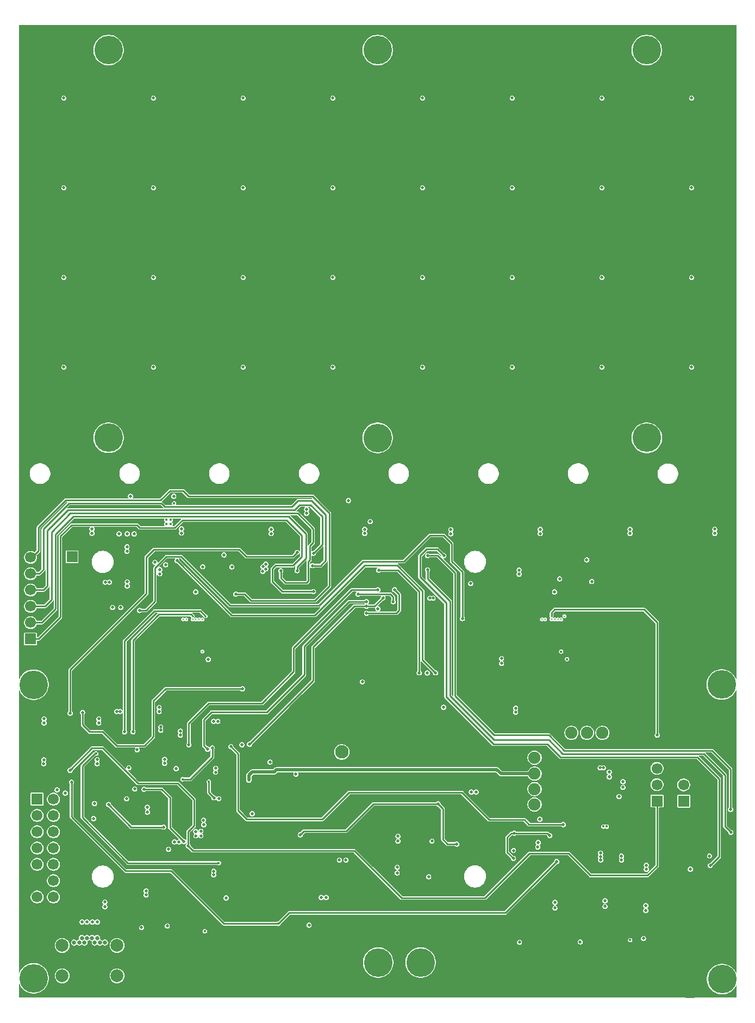
<source format=gbr>
%TF.GenerationSoftware,KiCad,Pcbnew,9.0.1*%
%TF.CreationDate,2025-06-02T14:00:05-06:00*%
%TF.ProjectId,PABA-DP,50414241-2d44-4502-9e6b-696361645f70,rev?*%
%TF.SameCoordinates,Original*%
%TF.FileFunction,Copper,L3,Inr*%
%TF.FilePolarity,Positive*%
%FSLAX46Y46*%
G04 Gerber Fmt 4.6, Leading zero omitted, Abs format (unit mm)*
G04 Created by KiCad (PCBNEW 9.0.1) date 2025-06-02 14:00:05*
%MOMM*%
%LPD*%
G01*
G04 APERTURE LIST*
%TA.AperFunction,ComponentPad*%
%ADD10C,0.508000*%
%TD*%
%TA.AperFunction,ComponentPad*%
%ADD11C,4.445000*%
%TD*%
%TA.AperFunction,ComponentPad*%
%ADD12R,1.700000X1.700000*%
%TD*%
%TA.AperFunction,ComponentPad*%
%ADD13C,1.700000*%
%TD*%
%TA.AperFunction,ComponentPad*%
%ADD14C,1.905000*%
%TD*%
%TA.AperFunction,ComponentPad*%
%ADD15C,2.100000*%
%TD*%
%TA.AperFunction,ComponentPad*%
%ADD16C,0.650000*%
%TD*%
%TA.AperFunction,ComponentPad*%
%ADD17C,2.012000*%
%TD*%
%TA.AperFunction,ComponentPad*%
%ADD18C,2.600000*%
%TD*%
%TA.AperFunction,ViaPad*%
%ADD19C,0.381000*%
%TD*%
%TA.AperFunction,ViaPad*%
%ADD20C,0.406400*%
%TD*%
%TA.AperFunction,ViaPad*%
%ADD21C,0.508000*%
%TD*%
%TA.AperFunction,ViaPad*%
%ADD22C,0.635000*%
%TD*%
%TA.AperFunction,ViaPad*%
%ADD23C,0.304800*%
%TD*%
%TA.AperFunction,Conductor*%
%ADD24C,0.304800*%
%TD*%
%TA.AperFunction,Conductor*%
%ADD25C,0.254000*%
%TD*%
%TA.AperFunction,Conductor*%
%ADD26C,0.508000*%
%TD*%
G04 APERTURE END LIST*
D10*
%TO.N,AGND*%
%TO.C,ANT29*%
X149657557Y-27169519D03*
X150907237Y-27169519D03*
X153406597Y-27169519D03*
X154656277Y-27169519D03*
X155905957Y-27169519D03*
X157155637Y-27169519D03*
X158405317Y-27169519D03*
X160904677Y-27169519D03*
X162154357Y-27169519D03*
X162154357Y-28419199D03*
X162154357Y-29668879D03*
X162154357Y-30918559D03*
X162154357Y-32168239D03*
X162154357Y-33417919D03*
X162154357Y-34667599D03*
X162154357Y-35917279D03*
X162154357Y-37166959D03*
X162154357Y-38416639D03*
X162154357Y-39666319D03*
X160904677Y-39666319D03*
X158405317Y-39666319D03*
X157155637Y-39666319D03*
X155905957Y-39666319D03*
X154656277Y-39666319D03*
X153406597Y-39666319D03*
X150907237Y-39666319D03*
X149657557Y-39666319D03*
X149657557Y-38416639D03*
X149657557Y-37166959D03*
X149657557Y-35917279D03*
X149657557Y-34667599D03*
X149657557Y-33417919D03*
X149657557Y-32168239D03*
X149657557Y-30918559D03*
X149657557Y-29668879D03*
X149657557Y-28419199D03*
%TO.N,ANT_8*%
X155905957Y-31652619D03*
%TD*%
D11*
%TO.N,*%
%TO.C,*%
X53400930Y-168754394D03*
%TD*%
%TO.N,*%
%TO.C,REF\u002A\u002A*%
X148922600Y-24169596D03*
%TD*%
D10*
%TO.N,AGND*%
%TO.C,ANT23*%
X121717557Y-55109519D03*
X122967237Y-55109519D03*
X125466597Y-55109519D03*
X126716277Y-55109519D03*
X127965957Y-55109519D03*
X129215637Y-55109519D03*
X130465317Y-55109519D03*
X132964677Y-55109519D03*
X134214357Y-55109519D03*
X134214357Y-56359199D03*
X134214357Y-57608879D03*
X134214357Y-58858559D03*
X134214357Y-60108239D03*
X134214357Y-61357919D03*
X134214357Y-62607599D03*
X134214357Y-63857279D03*
X134214357Y-65106959D03*
X134214357Y-66356639D03*
X134214357Y-67606319D03*
X132964677Y-67606319D03*
X130465317Y-67606319D03*
X129215637Y-67606319D03*
X127965957Y-67606319D03*
X126716277Y-67606319D03*
X125466597Y-67606319D03*
X122967237Y-67606319D03*
X121717557Y-67606319D03*
X121717557Y-66356639D03*
X121717557Y-65106959D03*
X121717557Y-63857279D03*
X121717557Y-62607599D03*
X121717557Y-61357919D03*
X121717557Y-60108239D03*
X121717557Y-58858559D03*
X121717557Y-57608879D03*
X121717557Y-56359199D03*
%TO.N,ANT_6*%
X127965957Y-59592619D03*
%TD*%
%TO.N,AGND*%
%TO.C,ANT18*%
X107747557Y-41139519D03*
X108997237Y-41139519D03*
X111496597Y-41139519D03*
X112746277Y-41139519D03*
X113995957Y-41139519D03*
X115245637Y-41139519D03*
X116495317Y-41139519D03*
X118994677Y-41139519D03*
X120244357Y-41139519D03*
X120244357Y-42389199D03*
X120244357Y-43638879D03*
X120244357Y-44888559D03*
X120244357Y-46138239D03*
X120244357Y-47387919D03*
X120244357Y-48637599D03*
X120244357Y-49887279D03*
X120244357Y-51136959D03*
X120244357Y-52386639D03*
X120244357Y-53636319D03*
X118994677Y-53636319D03*
X116495317Y-53636319D03*
X115245637Y-53636319D03*
X113995957Y-53636319D03*
X112746277Y-53636319D03*
X111496597Y-53636319D03*
X108997237Y-53636319D03*
X107747557Y-53636319D03*
X107747557Y-52386639D03*
X107747557Y-51136959D03*
X107747557Y-49887279D03*
X107747557Y-48637599D03*
X107747557Y-47387919D03*
X107747557Y-46138239D03*
X107747557Y-44888559D03*
X107747557Y-43638879D03*
X107747557Y-42389199D03*
%TO.N,ANT_5*%
X113995957Y-45622619D03*
%TD*%
D12*
%TO.N,Net-(P1-Pad1)*%
%TO.C,P1*%
X53951459Y-140844486D03*
D13*
%TO.N,Net-(P1-Pad2)*%
X56491459Y-140844486D03*
%TO.N,Net-(P1-Pad3)*%
X53951459Y-143384486D03*
%TO.N,PS_GPIO6*%
X56491459Y-143384486D03*
%TO.N,PS_GPIO5*%
X53951459Y-145924486D03*
%TO.N,PS_GPIO4*%
X56491459Y-145924486D03*
%TO.N,PS_GPIO3*%
X53951459Y-148464486D03*
%TO.N,PS_GPIO2*%
X56491459Y-148464486D03*
%TO.N,PS_GPIO1*%
X53951459Y-151004486D03*
%TO.N,PS_GPIO0*%
X56491459Y-151004486D03*
%TO.N,AGND*%
X53951459Y-153544486D03*
%TO.N,unconnected-(P1-Pad12)*%
X56491459Y-153544486D03*
%TO.N,PL_GPIO4*%
X53951459Y-156084486D03*
%TO.N,PL_GPIO3*%
X56491459Y-156084486D03*
%TD*%
D10*
%TO.N,AGND*%
%TO.C,ANT26*%
X135687557Y-41139519D03*
X136937237Y-41139519D03*
X139436597Y-41139519D03*
X140686277Y-41139519D03*
X141935957Y-41139519D03*
X143185637Y-41139519D03*
X144435317Y-41139519D03*
X146934677Y-41139519D03*
X148184357Y-41139519D03*
X148184357Y-42389199D03*
X148184357Y-43638879D03*
X148184357Y-44888559D03*
X148184357Y-46138239D03*
X148184357Y-47387919D03*
X148184357Y-48637599D03*
X148184357Y-49887279D03*
X148184357Y-51136959D03*
X148184357Y-52386639D03*
X148184357Y-53636319D03*
X146934677Y-53636319D03*
X144435317Y-53636319D03*
X143185637Y-53636319D03*
X141935957Y-53636319D03*
X140686277Y-53636319D03*
X139436597Y-53636319D03*
X136937237Y-53636319D03*
X135687557Y-53636319D03*
X135687557Y-52386639D03*
X135687557Y-51136959D03*
X135687557Y-49887279D03*
X135687557Y-48637599D03*
X135687557Y-47387919D03*
X135687557Y-46138239D03*
X135687557Y-44888559D03*
X135687557Y-43638879D03*
X135687557Y-42389199D03*
%TO.N,ANT_7*%
X141935957Y-45622619D03*
%TD*%
D11*
%TO.N,*%
%TO.C,*%
X160657969Y-168883127D03*
%TD*%
D10*
%TO.N,AGND*%
%TO.C,ANT13*%
X93777557Y-27169519D03*
X95027237Y-27169519D03*
X97526597Y-27169519D03*
X98776277Y-27169519D03*
X100025957Y-27169519D03*
X101275637Y-27169519D03*
X102525317Y-27169519D03*
X105024677Y-27169519D03*
X106274357Y-27169519D03*
X106274357Y-28419199D03*
X106274357Y-29668879D03*
X106274357Y-30918559D03*
X106274357Y-32168239D03*
X106274357Y-33417919D03*
X106274357Y-34667599D03*
X106274357Y-35917279D03*
X106274357Y-37166959D03*
X106274357Y-38416639D03*
X106274357Y-39666319D03*
X105024677Y-39666319D03*
X102525317Y-39666319D03*
X101275637Y-39666319D03*
X100025957Y-39666319D03*
X98776277Y-39666319D03*
X97526597Y-39666319D03*
X95027237Y-39666319D03*
X93777557Y-39666319D03*
X93777557Y-38416639D03*
X93777557Y-37166959D03*
X93777557Y-35917279D03*
X93777557Y-34667599D03*
X93777557Y-33417919D03*
X93777557Y-32168239D03*
X93777557Y-30918559D03*
X93777557Y-29668879D03*
X93777557Y-28419199D03*
%TO.N,ANT_4*%
X100025957Y-31652619D03*
%TD*%
%TO.N,AGND*%
%TO.C,ANT5*%
X65837557Y-27169519D03*
X67087237Y-27169519D03*
X69586597Y-27169519D03*
X70836277Y-27169519D03*
X72085957Y-27169519D03*
X73335637Y-27169519D03*
X74585317Y-27169519D03*
X77084677Y-27169519D03*
X78334357Y-27169519D03*
X78334357Y-28419199D03*
X78334357Y-29668879D03*
X78334357Y-30918559D03*
X78334357Y-32168239D03*
X78334357Y-33417919D03*
X78334357Y-34667599D03*
X78334357Y-35917279D03*
X78334357Y-37166959D03*
X78334357Y-38416639D03*
X78334357Y-39666319D03*
X77084677Y-39666319D03*
X74585317Y-39666319D03*
X73335637Y-39666319D03*
X72085957Y-39666319D03*
X70836277Y-39666319D03*
X69586597Y-39666319D03*
X67087237Y-39666319D03*
X65837557Y-39666319D03*
X65837557Y-38416639D03*
X65837557Y-37166959D03*
X65837557Y-35917279D03*
X65837557Y-34667599D03*
X65837557Y-33417919D03*
X65837557Y-32168239D03*
X65837557Y-30918559D03*
X65837557Y-29668879D03*
X65837557Y-28419199D03*
%TO.N,ANT_2*%
X72085957Y-31652619D03*
%TD*%
D14*
%TO.N,VDD_AMP*%
%TO.C,W2*%
X131445757Y-136890409D03*
%TD*%
D10*
%TO.N,AGND*%
%TO.C,ANT16*%
X93777557Y-69079519D03*
X95027237Y-69079519D03*
X97526597Y-69079519D03*
X98776277Y-69079519D03*
X100025957Y-69079519D03*
X101275637Y-69079519D03*
X102525317Y-69079519D03*
X105024677Y-69079519D03*
X106274357Y-69079519D03*
X106274357Y-70329199D03*
X106274357Y-71578879D03*
X106274357Y-72828559D03*
X106274357Y-74078239D03*
X106274357Y-75327919D03*
X106274357Y-76577599D03*
X106274357Y-77827279D03*
X106274357Y-79076959D03*
X106274357Y-80326639D03*
X106274357Y-81576319D03*
X105024677Y-81576319D03*
X102525317Y-81576319D03*
X101275637Y-81576319D03*
X100025957Y-81576319D03*
X98776277Y-81576319D03*
X97526597Y-81576319D03*
X95027237Y-81576319D03*
X93777557Y-81576319D03*
X93777557Y-80326639D03*
X93777557Y-79076959D03*
X93777557Y-77827279D03*
X93777557Y-76577599D03*
X93777557Y-75327919D03*
X93777557Y-74078239D03*
X93777557Y-72828559D03*
X93777557Y-71578879D03*
X93777557Y-70329199D03*
%TO.N,ANT_4*%
X100025957Y-73562619D03*
%TD*%
%TO.N,AGND*%
%TO.C,ANT3*%
X51867557Y-55109519D03*
X53117237Y-55109519D03*
X55616597Y-55109519D03*
X56866277Y-55109519D03*
X58115957Y-55109519D03*
X59365637Y-55109519D03*
X60615317Y-55109519D03*
X63114677Y-55109519D03*
X64364357Y-55109519D03*
X64364357Y-56359199D03*
X64364357Y-57608879D03*
X64364357Y-58858559D03*
X64364357Y-60108239D03*
X64364357Y-61357919D03*
X64364357Y-62607599D03*
X64364357Y-63857279D03*
X64364357Y-65106959D03*
X64364357Y-66356639D03*
X64364357Y-67606319D03*
X63114677Y-67606319D03*
X60615317Y-67606319D03*
X59365637Y-67606319D03*
X58115957Y-67606319D03*
X56866277Y-67606319D03*
X55616597Y-67606319D03*
X53117237Y-67606319D03*
X51867557Y-67606319D03*
X51867557Y-66356639D03*
X51867557Y-65106959D03*
X51867557Y-63857279D03*
X51867557Y-62607599D03*
X51867557Y-61357919D03*
X51867557Y-60108239D03*
X51867557Y-58858559D03*
X51867557Y-57608879D03*
X51867557Y-56359199D03*
%TO.N,ANT_1*%
X58115957Y-59592619D03*
%TD*%
%TO.N,AGND*%
%TO.C,ANT8*%
X65837557Y-69079519D03*
X67087237Y-69079519D03*
X69586597Y-69079519D03*
X70836277Y-69079519D03*
X72085957Y-69079519D03*
X73335637Y-69079519D03*
X74585317Y-69079519D03*
X77084677Y-69079519D03*
X78334357Y-69079519D03*
X78334357Y-70329199D03*
X78334357Y-71578879D03*
X78334357Y-72828559D03*
X78334357Y-74078239D03*
X78334357Y-75327919D03*
X78334357Y-76577599D03*
X78334357Y-77827279D03*
X78334357Y-79076959D03*
X78334357Y-80326639D03*
X78334357Y-81576319D03*
X77084677Y-81576319D03*
X74585317Y-81576319D03*
X73335637Y-81576319D03*
X72085957Y-81576319D03*
X70836277Y-81576319D03*
X69586597Y-81576319D03*
X67087237Y-81576319D03*
X65837557Y-81576319D03*
X65837557Y-80326639D03*
X65837557Y-79076959D03*
X65837557Y-77827279D03*
X65837557Y-76577599D03*
X65837557Y-75327919D03*
X65837557Y-74078239D03*
X65837557Y-72828559D03*
X65837557Y-71578879D03*
X65837557Y-70329199D03*
%TO.N,ANT_2*%
X72085957Y-73562619D03*
%TD*%
D11*
%TO.N,*%
%TO.C,*%
X107012094Y-24169596D03*
%TD*%
D10*
%TO.N,AGND*%
%TO.C,ANT24*%
X121717557Y-69079519D03*
X122967237Y-69079519D03*
X125466597Y-69079519D03*
X126716277Y-69079519D03*
X127965957Y-69079519D03*
X129215637Y-69079519D03*
X130465317Y-69079519D03*
X132964677Y-69079519D03*
X134214357Y-69079519D03*
X134214357Y-70329199D03*
X134214357Y-71578879D03*
X134214357Y-72828559D03*
X134214357Y-74078239D03*
X134214357Y-75327919D03*
X134214357Y-76577599D03*
X134214357Y-77827279D03*
X134214357Y-79076959D03*
X134214357Y-80326639D03*
X134214357Y-81576319D03*
X132964677Y-81576319D03*
X130465317Y-81576319D03*
X129215637Y-81576319D03*
X127965957Y-81576319D03*
X126716277Y-81576319D03*
X125466597Y-81576319D03*
X122967237Y-81576319D03*
X121717557Y-81576319D03*
X121717557Y-80326639D03*
X121717557Y-79076959D03*
X121717557Y-77827279D03*
X121717557Y-76577599D03*
X121717557Y-75327919D03*
X121717557Y-74078239D03*
X121717557Y-72828559D03*
X121717557Y-71578879D03*
X121717557Y-70329199D03*
%TO.N,ANT_6*%
X127965957Y-73562619D03*
%TD*%
%TO.N,AGND*%
%TO.C,ANT19*%
X107747557Y-55109519D03*
X108997237Y-55109519D03*
X111496597Y-55109519D03*
X112746277Y-55109519D03*
X113995957Y-55109519D03*
X115245637Y-55109519D03*
X116495317Y-55109519D03*
X118994677Y-55109519D03*
X120244357Y-55109519D03*
X120244357Y-56359199D03*
X120244357Y-57608879D03*
X120244357Y-58858559D03*
X120244357Y-60108239D03*
X120244357Y-61357919D03*
X120244357Y-62607599D03*
X120244357Y-63857279D03*
X120244357Y-65106959D03*
X120244357Y-66356639D03*
X120244357Y-67606319D03*
X118994677Y-67606319D03*
X116495317Y-67606319D03*
X115245637Y-67606319D03*
X113995957Y-67606319D03*
X112746277Y-67606319D03*
X111496597Y-67606319D03*
X108997237Y-67606319D03*
X107747557Y-67606319D03*
X107747557Y-66356639D03*
X107747557Y-65106959D03*
X107747557Y-63857279D03*
X107747557Y-62607599D03*
X107747557Y-61357919D03*
X107747557Y-60108239D03*
X107747557Y-58858559D03*
X107747557Y-57608879D03*
X107747557Y-56359199D03*
%TO.N,ANT_5*%
X113995957Y-59592619D03*
%TD*%
%TO.N,AGND*%
%TO.C,ANT21*%
X121717557Y-27169519D03*
X122967237Y-27169519D03*
X125466597Y-27169519D03*
X126716277Y-27169519D03*
X127965957Y-27169519D03*
X129215637Y-27169519D03*
X130465317Y-27169519D03*
X132964677Y-27169519D03*
X134214357Y-27169519D03*
X134214357Y-28419199D03*
X134214357Y-29668879D03*
X134214357Y-30918559D03*
X134214357Y-32168239D03*
X134214357Y-33417919D03*
X134214357Y-34667599D03*
X134214357Y-35917279D03*
X134214357Y-37166959D03*
X134214357Y-38416639D03*
X134214357Y-39666319D03*
X132964677Y-39666319D03*
X130465317Y-39666319D03*
X129215637Y-39666319D03*
X127965957Y-39666319D03*
X126716277Y-39666319D03*
X125466597Y-39666319D03*
X122967237Y-39666319D03*
X121717557Y-39666319D03*
X121717557Y-38416639D03*
X121717557Y-37166959D03*
X121717557Y-35917279D03*
X121717557Y-34667599D03*
X121717557Y-33417919D03*
X121717557Y-32168239D03*
X121717557Y-30918559D03*
X121717557Y-29668879D03*
X121717557Y-28419199D03*
%TO.N,ANT_6*%
X127965957Y-31652619D03*
%TD*%
D14*
%TO.N,IMON*%
%TO.C,W7*%
X131445757Y-141680339D03*
%TD*%
%TO.N,VDD_4V5*%
%TO.C,W1*%
X131445757Y-134383169D03*
%TD*%
D11*
%TO.N,*%
%TO.C,*%
X53400263Y-123016664D03*
%TD*%
D10*
%TO.N,AGND*%
%TO.C,ANT2*%
X51867557Y-41139519D03*
X53117237Y-41139519D03*
X55616597Y-41139519D03*
X56866277Y-41139519D03*
X58115957Y-41139519D03*
X59365637Y-41139519D03*
X60615317Y-41139519D03*
X63114677Y-41139519D03*
X64364357Y-41139519D03*
X64364357Y-42389199D03*
X64364357Y-43638879D03*
X64364357Y-44888559D03*
X64364357Y-46138239D03*
X64364357Y-47387919D03*
X64364357Y-48637599D03*
X64364357Y-49887279D03*
X64364357Y-51136959D03*
X64364357Y-52386639D03*
X64364357Y-53636319D03*
X63114677Y-53636319D03*
X60615317Y-53636319D03*
X59365637Y-53636319D03*
X58115957Y-53636319D03*
X56866277Y-53636319D03*
X55616597Y-53636319D03*
X53117237Y-53636319D03*
X51867557Y-53636319D03*
X51867557Y-52386639D03*
X51867557Y-51136959D03*
X51867557Y-49887279D03*
X51867557Y-48637599D03*
X51867557Y-47387919D03*
X51867557Y-46138239D03*
X51867557Y-44888559D03*
X51867557Y-43638879D03*
X51867557Y-42389199D03*
%TO.N,ANT_1*%
X58115957Y-45622619D03*
%TD*%
%TO.N,AGND*%
%TO.C,ANT14*%
X93777557Y-41139519D03*
X95027237Y-41139519D03*
X97526597Y-41139519D03*
X98776277Y-41139519D03*
X100025957Y-41139519D03*
X101275637Y-41139519D03*
X102525317Y-41139519D03*
X105024677Y-41139519D03*
X106274357Y-41139519D03*
X106274357Y-42389199D03*
X106274357Y-43638879D03*
X106274357Y-44888559D03*
X106274357Y-46138239D03*
X106274357Y-47387919D03*
X106274357Y-48637599D03*
X106274357Y-49887279D03*
X106274357Y-51136959D03*
X106274357Y-52386639D03*
X106274357Y-53636319D03*
X105024677Y-53636319D03*
X102525317Y-53636319D03*
X101275637Y-53636319D03*
X100025957Y-53636319D03*
X98776277Y-53636319D03*
X97526597Y-53636319D03*
X95027237Y-53636319D03*
X93777557Y-53636319D03*
X93777557Y-52386639D03*
X93777557Y-51136959D03*
X93777557Y-49887279D03*
X93777557Y-48637599D03*
X93777557Y-47387919D03*
X93777557Y-46138239D03*
X93777557Y-44888559D03*
X93777557Y-43638879D03*
X93777557Y-42389199D03*
%TO.N,ANT_4*%
X100025957Y-45622619D03*
%TD*%
%TO.N,AGND*%
%TO.C,ANT15*%
X93777557Y-55109519D03*
X95027237Y-55109519D03*
X97526597Y-55109519D03*
X98776277Y-55109519D03*
X100025957Y-55109519D03*
X101275637Y-55109519D03*
X102525317Y-55109519D03*
X105024677Y-55109519D03*
X106274357Y-55109519D03*
X106274357Y-56359199D03*
X106274357Y-57608879D03*
X106274357Y-58858559D03*
X106274357Y-60108239D03*
X106274357Y-61357919D03*
X106274357Y-62607599D03*
X106274357Y-63857279D03*
X106274357Y-65106959D03*
X106274357Y-66356639D03*
X106274357Y-67606319D03*
X105024677Y-67606319D03*
X102525317Y-67606319D03*
X101275637Y-67606319D03*
X100025957Y-67606319D03*
X98776277Y-67606319D03*
X97526597Y-67606319D03*
X95027237Y-67606319D03*
X93777557Y-67606319D03*
X93777557Y-66356639D03*
X93777557Y-65106959D03*
X93777557Y-63857279D03*
X93777557Y-62607599D03*
X93777557Y-61357919D03*
X93777557Y-60108239D03*
X93777557Y-58858559D03*
X93777557Y-57608879D03*
X93777557Y-56359199D03*
%TO.N,ANT_4*%
X100025957Y-59592619D03*
%TD*%
%TO.N,AGND*%
%TO.C,ANT11*%
X79807557Y-55109519D03*
X81057237Y-55109519D03*
X83556597Y-55109519D03*
X84806277Y-55109519D03*
X86055957Y-55109519D03*
X87305637Y-55109519D03*
X88555317Y-55109519D03*
X91054677Y-55109519D03*
X92304357Y-55109519D03*
X92304357Y-56359199D03*
X92304357Y-57608879D03*
X92304357Y-58858559D03*
X92304357Y-60108239D03*
X92304357Y-61357919D03*
X92304357Y-62607599D03*
X92304357Y-63857279D03*
X92304357Y-65106959D03*
X92304357Y-66356639D03*
X92304357Y-67606319D03*
X91054677Y-67606319D03*
X88555317Y-67606319D03*
X87305637Y-67606319D03*
X86055957Y-67606319D03*
X84806277Y-67606319D03*
X83556597Y-67606319D03*
X81057237Y-67606319D03*
X79807557Y-67606319D03*
X79807557Y-66356639D03*
X79807557Y-65106959D03*
X79807557Y-63857279D03*
X79807557Y-62607599D03*
X79807557Y-61357919D03*
X79807557Y-60108239D03*
X79807557Y-58858559D03*
X79807557Y-57608879D03*
X79807557Y-56359199D03*
%TO.N,ANT_3*%
X86055957Y-59592619D03*
%TD*%
D15*
%TO.N,Net-(R87-Pad2)*%
%TO.C,VTUNE1*%
X101407494Y-133501731D03*
%TD*%
D10*
%TO.N,AGND*%
%TO.C,ANT32*%
X149657557Y-69079519D03*
X150907237Y-69079519D03*
X153406597Y-69079519D03*
X154656277Y-69079519D03*
X155905957Y-69079519D03*
X157155637Y-69079519D03*
X158405317Y-69079519D03*
X160904677Y-69079519D03*
X162154357Y-69079519D03*
X162154357Y-70329199D03*
X162154357Y-71578879D03*
X162154357Y-72828559D03*
X162154357Y-74078239D03*
X162154357Y-75327919D03*
X162154357Y-76577599D03*
X162154357Y-77827279D03*
X162154357Y-79076959D03*
X162154357Y-80326639D03*
X162154357Y-81576319D03*
X160904677Y-81576319D03*
X158405317Y-81576319D03*
X157155637Y-81576319D03*
X155905957Y-81576319D03*
X154656277Y-81576319D03*
X153406597Y-81576319D03*
X150907237Y-81576319D03*
X149657557Y-81576319D03*
X149657557Y-80326639D03*
X149657557Y-79076959D03*
X149657557Y-77827279D03*
X149657557Y-76577599D03*
X149657557Y-75327919D03*
X149657557Y-74078239D03*
X149657557Y-72828559D03*
X149657557Y-71578879D03*
X149657557Y-70329199D03*
%TO.N,ANT_8*%
X155905957Y-73562619D03*
%TD*%
%TO.N,AGND*%
%TO.C,ANT9*%
X79807557Y-27169519D03*
X81057237Y-27169519D03*
X83556597Y-27169519D03*
X84806277Y-27169519D03*
X86055957Y-27169519D03*
X87305637Y-27169519D03*
X88555317Y-27169519D03*
X91054677Y-27169519D03*
X92304357Y-27169519D03*
X92304357Y-28419199D03*
X92304357Y-29668879D03*
X92304357Y-30918559D03*
X92304357Y-32168239D03*
X92304357Y-33417919D03*
X92304357Y-34667599D03*
X92304357Y-35917279D03*
X92304357Y-37166959D03*
X92304357Y-38416639D03*
X92304357Y-39666319D03*
X91054677Y-39666319D03*
X88555317Y-39666319D03*
X87305637Y-39666319D03*
X86055957Y-39666319D03*
X84806277Y-39666319D03*
X83556597Y-39666319D03*
X81057237Y-39666319D03*
X79807557Y-39666319D03*
X79807557Y-38416639D03*
X79807557Y-37166959D03*
X79807557Y-35917279D03*
X79807557Y-34667599D03*
X79807557Y-33417919D03*
X79807557Y-32168239D03*
X79807557Y-30918559D03*
X79807557Y-29668879D03*
X79807557Y-28419199D03*
%TO.N,ANT_3*%
X86055957Y-31652619D03*
%TD*%
%TO.N,AGND*%
%TO.C,ANT1*%
X51867557Y-27169519D03*
X53117237Y-27169519D03*
X55616597Y-27169519D03*
X56866277Y-27169519D03*
X58115957Y-27169519D03*
X59365637Y-27169519D03*
X60615317Y-27169519D03*
X63114677Y-27169519D03*
X64364357Y-27169519D03*
X64364357Y-28419199D03*
X64364357Y-29668879D03*
X64364357Y-30918559D03*
X64364357Y-32168239D03*
X64364357Y-33417919D03*
X64364357Y-34667599D03*
X64364357Y-35917279D03*
X64364357Y-37166959D03*
X64364357Y-38416639D03*
X64364357Y-39666319D03*
X63114677Y-39666319D03*
X60615317Y-39666319D03*
X59365637Y-39666319D03*
X58115957Y-39666319D03*
X56866277Y-39666319D03*
X55616597Y-39666319D03*
X53117237Y-39666319D03*
X51867557Y-39666319D03*
X51867557Y-38416639D03*
X51867557Y-37166959D03*
X51867557Y-35917279D03*
X51867557Y-34667599D03*
X51867557Y-33417919D03*
X51867557Y-32168239D03*
X51867557Y-30918559D03*
X51867557Y-29668879D03*
X51867557Y-28419199D03*
%TO.N,ANT_1*%
X58115957Y-31652619D03*
%TD*%
%TO.N,AGND*%
%TO.C,ANT22*%
X121717557Y-41139519D03*
X122967237Y-41139519D03*
X125466597Y-41139519D03*
X126716277Y-41139519D03*
X127965957Y-41139519D03*
X129215637Y-41139519D03*
X130465317Y-41139519D03*
X132964677Y-41139519D03*
X134214357Y-41139519D03*
X134214357Y-42389199D03*
X134214357Y-43638879D03*
X134214357Y-44888559D03*
X134214357Y-46138239D03*
X134214357Y-47387919D03*
X134214357Y-48637599D03*
X134214357Y-49887279D03*
X134214357Y-51136959D03*
X134214357Y-52386639D03*
X134214357Y-53636319D03*
X132964677Y-53636319D03*
X130465317Y-53636319D03*
X129215637Y-53636319D03*
X127965957Y-53636319D03*
X126716277Y-53636319D03*
X125466597Y-53636319D03*
X122967237Y-53636319D03*
X121717557Y-53636319D03*
X121717557Y-52386639D03*
X121717557Y-51136959D03*
X121717557Y-49887279D03*
X121717557Y-48637599D03*
X121717557Y-47387919D03*
X121717557Y-46138239D03*
X121717557Y-44888559D03*
X121717557Y-43638879D03*
X121717557Y-42389199D03*
%TO.N,ANT_6*%
X127965957Y-45622619D03*
%TD*%
D16*
%TO.N,AGND*%
%TO.C,P16*%
X64927203Y-162486305D03*
%TO.N,unconnected-(P16B-SSTXp2-PadB2)*%
X64527203Y-163186305D03*
%TO.N,unconnected-(P16B-SSTXn2-PadB3)*%
X63727203Y-163186305D03*
%TO.N,VINPUT*%
X63327203Y-162486305D03*
%TO.N,unconnected-(P16B-VCONN-PadB5)*%
X62927203Y-163186305D03*
%TO.N,unconnected-(P16B-Dp2-PadB6)*%
X62527203Y-162486305D03*
%TO.N,unconnected-(P16B-Dn2-PadB7)*%
X61727203Y-162486305D03*
%TO.N,unconnected-(P16B-SBU2-PadB8)*%
X61327203Y-163186305D03*
%TO.N,VINPUT*%
X60927203Y-162486305D03*
%TO.N,unconnected-(P16B-SSRXn1-PadB10)*%
X60527203Y-163186305D03*
%TO.N,unconnected-(P16B-SSRXp1-PadB11)*%
X59727203Y-163186305D03*
%TO.N,AGND*%
X59327203Y-162486305D03*
X64127203Y-162486305D03*
X60127203Y-162486305D03*
D17*
%TO.N,Net-(P16A-GND-PadSH1)*%
X66397203Y-168366305D03*
X66397203Y-163636305D03*
X57857203Y-163636305D03*
%TO.N,Net-(P16B-GND-PadSH4)*%
X57857203Y-168366305D03*
%TD*%
D11*
%TO.N,*%
%TO.C,*%
X65087351Y-24169596D03*
%TD*%
D10*
%TO.N,AGND*%
%TO.C,ANT17*%
X107747557Y-27169519D03*
X108997237Y-27169519D03*
X111496597Y-27169519D03*
X112746277Y-27169519D03*
X113995957Y-27169519D03*
X115245637Y-27169519D03*
X116495317Y-27169519D03*
X118994677Y-27169519D03*
X120244357Y-27169519D03*
X120244357Y-28419199D03*
X120244357Y-29668879D03*
X120244357Y-30918559D03*
X120244357Y-32168239D03*
X120244357Y-33417919D03*
X120244357Y-34667599D03*
X120244357Y-35917279D03*
X120244357Y-37166959D03*
X120244357Y-38416639D03*
X120244357Y-39666319D03*
X118994677Y-39666319D03*
X116495317Y-39666319D03*
X115245637Y-39666319D03*
X113995957Y-39666319D03*
X112746277Y-39666319D03*
X111496597Y-39666319D03*
X108997237Y-39666319D03*
X107747557Y-39666319D03*
X107747557Y-38416639D03*
X107747557Y-37166959D03*
X107747557Y-35917279D03*
X107747557Y-34667599D03*
X107747557Y-33417919D03*
X107747557Y-32168239D03*
X107747557Y-30918559D03*
X107747557Y-29668879D03*
X107747557Y-28419199D03*
%TO.N,ANT_5*%
X113995957Y-31652619D03*
%TD*%
%TO.N,AGND*%
%TO.C,ANT27*%
X135687557Y-55109519D03*
X136937237Y-55109519D03*
X139436597Y-55109519D03*
X140686277Y-55109519D03*
X141935957Y-55109519D03*
X143185637Y-55109519D03*
X144435317Y-55109519D03*
X146934677Y-55109519D03*
X148184357Y-55109519D03*
X148184357Y-56359199D03*
X148184357Y-57608879D03*
X148184357Y-58858559D03*
X148184357Y-60108239D03*
X148184357Y-61357919D03*
X148184357Y-62607599D03*
X148184357Y-63857279D03*
X148184357Y-65106959D03*
X148184357Y-66356639D03*
X148184357Y-67606319D03*
X146934677Y-67606319D03*
X144435317Y-67606319D03*
X143185637Y-67606319D03*
X141935957Y-67606319D03*
X140686277Y-67606319D03*
X139436597Y-67606319D03*
X136937237Y-67606319D03*
X135687557Y-67606319D03*
X135687557Y-66356639D03*
X135687557Y-65106959D03*
X135687557Y-63857279D03*
X135687557Y-62607599D03*
X135687557Y-61357919D03*
X135687557Y-60108239D03*
X135687557Y-58858559D03*
X135687557Y-57608879D03*
X135687557Y-56359199D03*
%TO.N,ANT_7*%
X141935957Y-59592619D03*
%TD*%
D14*
%TO.N,VDD_3V3*%
%TO.C,W3*%
X137190217Y-130537359D03*
%TD*%
D18*
%TO.N,AGND*%
%TO.C,AGND3*%
X158598806Y-130537359D03*
%TD*%
D11*
%TO.N,*%
%TO.C,*%
X148926585Y-84573339D03*
%TD*%
D12*
%TO.N,5V_RPI*%
%TO.C,P3*%
X59408307Y-103110150D03*
D13*
%TO.N,AGND*%
X59408307Y-105650150D03*
%TD*%
D12*
%TO.N,SPI0_CLK*%
%TO.C,P18*%
X52926737Y-115886353D03*
D13*
%TO.N,SPI0_MISO*%
X52926737Y-113346353D03*
%TO.N,SPI0_MOSI*%
X52926737Y-110806353D03*
%TO.N,CS0*%
X52926737Y-108266353D03*
%TO.N,CS1*%
X52926737Y-105726353D03*
%TO.N,CS2*%
X52926737Y-103186353D03*
%TO.N,AGND*%
X52926737Y-100646353D03*
%TD*%
D10*
%TO.N,AGND*%
%TO.C,ANT6*%
X65837557Y-41139519D03*
X67087237Y-41139519D03*
X69586597Y-41139519D03*
X70836277Y-41139519D03*
X72085957Y-41139519D03*
X73335637Y-41139519D03*
X74585317Y-41139519D03*
X77084677Y-41139519D03*
X78334357Y-41139519D03*
X78334357Y-42389199D03*
X78334357Y-43638879D03*
X78334357Y-44888559D03*
X78334357Y-46138239D03*
X78334357Y-47387919D03*
X78334357Y-48637599D03*
X78334357Y-49887279D03*
X78334357Y-51136959D03*
X78334357Y-52386639D03*
X78334357Y-53636319D03*
X77084677Y-53636319D03*
X74585317Y-53636319D03*
X73335637Y-53636319D03*
X72085957Y-53636319D03*
X70836277Y-53636319D03*
X69586597Y-53636319D03*
X67087237Y-53636319D03*
X65837557Y-53636319D03*
X65837557Y-52386639D03*
X65837557Y-51136959D03*
X65837557Y-49887279D03*
X65837557Y-48637599D03*
X65837557Y-47387919D03*
X65837557Y-46138239D03*
X65837557Y-44888559D03*
X65837557Y-43638879D03*
X65837557Y-42389199D03*
%TO.N,ANT_2*%
X72085957Y-45622619D03*
%TD*%
D11*
%TO.N,*%
%TO.C,*%
X65094613Y-84568055D03*
%TD*%
D10*
%TO.N,AGND*%
%TO.C,ANT28*%
X135687557Y-69079519D03*
X136937237Y-69079519D03*
X139436597Y-69079519D03*
X140686277Y-69079519D03*
X141935957Y-69079519D03*
X143185637Y-69079519D03*
X144435317Y-69079519D03*
X146934677Y-69079519D03*
X148184357Y-69079519D03*
X148184357Y-70329199D03*
X148184357Y-71578879D03*
X148184357Y-72828559D03*
X148184357Y-74078239D03*
X148184357Y-75327919D03*
X148184357Y-76577599D03*
X148184357Y-77827279D03*
X148184357Y-79076959D03*
X148184357Y-80326639D03*
X148184357Y-81576319D03*
X146934677Y-81576319D03*
X144435317Y-81576319D03*
X143185637Y-81576319D03*
X141935957Y-81576319D03*
X140686277Y-81576319D03*
X139436597Y-81576319D03*
X136937237Y-81576319D03*
X135687557Y-81576319D03*
X135687557Y-80326639D03*
X135687557Y-79076959D03*
X135687557Y-77827279D03*
X135687557Y-76577599D03*
X135687557Y-75327919D03*
X135687557Y-74078239D03*
X135687557Y-72828559D03*
X135687557Y-71578879D03*
X135687557Y-70329199D03*
%TO.N,ANT_7*%
X141935957Y-73562619D03*
%TD*%
D14*
%TO.N,VDD_1V8*%
%TO.C,W6*%
X142022067Y-130537359D03*
%TD*%
D10*
%TO.N,AGND*%
%TO.C,ANT31*%
X149657557Y-55109519D03*
X150907237Y-55109519D03*
X153406597Y-55109519D03*
X154656277Y-55109519D03*
X155905957Y-55109519D03*
X157155637Y-55109519D03*
X158405317Y-55109519D03*
X160904677Y-55109519D03*
X162154357Y-55109519D03*
X162154357Y-56359199D03*
X162154357Y-57608879D03*
X162154357Y-58858559D03*
X162154357Y-60108239D03*
X162154357Y-61357919D03*
X162154357Y-62607599D03*
X162154357Y-63857279D03*
X162154357Y-65106959D03*
X162154357Y-66356639D03*
X162154357Y-67606319D03*
X160904677Y-67606319D03*
X158405317Y-67606319D03*
X157155637Y-67606319D03*
X155905957Y-67606319D03*
X154656277Y-67606319D03*
X153406597Y-67606319D03*
X150907237Y-67606319D03*
X149657557Y-67606319D03*
X149657557Y-66356639D03*
X149657557Y-65106959D03*
X149657557Y-63857279D03*
X149657557Y-62607599D03*
X149657557Y-61357919D03*
X149657557Y-60108239D03*
X149657557Y-58858559D03*
X149657557Y-57608879D03*
X149657557Y-56359199D03*
%TO.N,ANT_8*%
X155905957Y-59592619D03*
%TD*%
D14*
%TO.N,VDD_3V0*%
%TO.C,W5*%
X139599667Y-130537359D03*
%TD*%
D10*
%TO.N,AGND*%
%TO.C,ANT7*%
X65837557Y-55109519D03*
X67087237Y-55109519D03*
X69586597Y-55109519D03*
X70836277Y-55109519D03*
X72085957Y-55109519D03*
X73335637Y-55109519D03*
X74585317Y-55109519D03*
X77084677Y-55109519D03*
X78334357Y-55109519D03*
X78334357Y-56359199D03*
X78334357Y-57608879D03*
X78334357Y-58858559D03*
X78334357Y-60108239D03*
X78334357Y-61357919D03*
X78334357Y-62607599D03*
X78334357Y-63857279D03*
X78334357Y-65106959D03*
X78334357Y-66356639D03*
X78334357Y-67606319D03*
X77084677Y-67606319D03*
X74585317Y-67606319D03*
X73335637Y-67606319D03*
X72085957Y-67606319D03*
X70836277Y-67606319D03*
X69586597Y-67606319D03*
X67087237Y-67606319D03*
X65837557Y-67606319D03*
X65837557Y-66356639D03*
X65837557Y-65106959D03*
X65837557Y-63857279D03*
X65837557Y-62607599D03*
X65837557Y-61357919D03*
X65837557Y-60108239D03*
X65837557Y-58858559D03*
X65837557Y-57608879D03*
X65837557Y-56359199D03*
%TO.N,ANT_2*%
X72085957Y-59592619D03*
%TD*%
%TO.N,AGND*%
%TO.C,ANT4*%
X51867557Y-69079519D03*
X53117237Y-69079519D03*
X55616597Y-69079519D03*
X56866277Y-69079519D03*
X58115957Y-69079519D03*
X59365637Y-69079519D03*
X60615317Y-69079519D03*
X63114677Y-69079519D03*
X64364357Y-69079519D03*
X64364357Y-70329199D03*
X64364357Y-71578879D03*
X64364357Y-72828559D03*
X64364357Y-74078239D03*
X64364357Y-75327919D03*
X64364357Y-76577599D03*
X64364357Y-77827279D03*
X64364357Y-79076959D03*
X64364357Y-80326639D03*
X64364357Y-81576319D03*
X63114677Y-81576319D03*
X60615317Y-81576319D03*
X59365637Y-81576319D03*
X58115957Y-81576319D03*
X56866277Y-81576319D03*
X55616597Y-81576319D03*
X53117237Y-81576319D03*
X51867557Y-81576319D03*
X51867557Y-80326639D03*
X51867557Y-79076959D03*
X51867557Y-77827279D03*
X51867557Y-76577599D03*
X51867557Y-75327919D03*
X51867557Y-74078239D03*
X51867557Y-72828559D03*
X51867557Y-71578879D03*
X51867557Y-70329199D03*
%TO.N,ANT_1*%
X58115957Y-73562619D03*
%TD*%
%TO.N,AGND*%
%TO.C,ANT20*%
X107747557Y-69079519D03*
X108997237Y-69079519D03*
X111496597Y-69079519D03*
X112746277Y-69079519D03*
X113995957Y-69079519D03*
X115245637Y-69079519D03*
X116495317Y-69079519D03*
X118994677Y-69079519D03*
X120244357Y-69079519D03*
X120244357Y-70329199D03*
X120244357Y-71578879D03*
X120244357Y-72828559D03*
X120244357Y-74078239D03*
X120244357Y-75327919D03*
X120244357Y-76577599D03*
X120244357Y-77827279D03*
X120244357Y-79076959D03*
X120244357Y-80326639D03*
X120244357Y-81576319D03*
X118994677Y-81576319D03*
X116495317Y-81576319D03*
X115245637Y-81576319D03*
X113995957Y-81576319D03*
X112746277Y-81576319D03*
X111496597Y-81576319D03*
X108997237Y-81576319D03*
X107747557Y-81576319D03*
X107747557Y-80326639D03*
X107747557Y-79076959D03*
X107747557Y-77827279D03*
X107747557Y-76577599D03*
X107747557Y-75327919D03*
X107747557Y-74078239D03*
X107747557Y-72828559D03*
X107747557Y-71578879D03*
X107747557Y-70329199D03*
%TO.N,ANT_5*%
X113995957Y-73562619D03*
%TD*%
%TO.N,AGND*%
%TO.C,ANT10*%
X79807557Y-41139519D03*
X81057237Y-41139519D03*
X83556597Y-41139519D03*
X84806277Y-41139519D03*
X86055957Y-41139519D03*
X87305637Y-41139519D03*
X88555317Y-41139519D03*
X91054677Y-41139519D03*
X92304357Y-41139519D03*
X92304357Y-42389199D03*
X92304357Y-43638879D03*
X92304357Y-44888559D03*
X92304357Y-46138239D03*
X92304357Y-47387919D03*
X92304357Y-48637599D03*
X92304357Y-49887279D03*
X92304357Y-51136959D03*
X92304357Y-52386639D03*
X92304357Y-53636319D03*
X91054677Y-53636319D03*
X88555317Y-53636319D03*
X87305637Y-53636319D03*
X86055957Y-53636319D03*
X84806277Y-53636319D03*
X83556597Y-53636319D03*
X81057237Y-53636319D03*
X79807557Y-53636319D03*
X79807557Y-52386639D03*
X79807557Y-51136959D03*
X79807557Y-49887279D03*
X79807557Y-48637599D03*
X79807557Y-47387919D03*
X79807557Y-46138239D03*
X79807557Y-44888559D03*
X79807557Y-43638879D03*
X79807557Y-42389199D03*
%TO.N,ANT_3*%
X86055957Y-45622619D03*
%TD*%
D14*
%TO.N,VINPUT*%
%TO.C,W4*%
X131445757Y-139271909D03*
%TD*%
D10*
%TO.N,AGND*%
%TO.C,ANT30*%
X149657557Y-41139519D03*
X150907237Y-41139519D03*
X153406597Y-41139519D03*
X154656277Y-41139519D03*
X155905957Y-41139519D03*
X157155637Y-41139519D03*
X158405317Y-41139519D03*
X160904677Y-41139519D03*
X162154357Y-41139519D03*
X162154357Y-42389199D03*
X162154357Y-43638879D03*
X162154357Y-44888559D03*
X162154357Y-46138239D03*
X162154357Y-47387919D03*
X162154357Y-48637599D03*
X162154357Y-49887279D03*
X162154357Y-51136959D03*
X162154357Y-52386639D03*
X162154357Y-53636319D03*
X160904677Y-53636319D03*
X158405317Y-53636319D03*
X157155637Y-53636319D03*
X155905957Y-53636319D03*
X154656277Y-53636319D03*
X153406597Y-53636319D03*
X150907237Y-53636319D03*
X149657557Y-53636319D03*
X149657557Y-52386639D03*
X149657557Y-51136959D03*
X149657557Y-49887279D03*
X149657557Y-48637599D03*
X149657557Y-47387919D03*
X149657557Y-46138239D03*
X149657557Y-44888559D03*
X149657557Y-43638879D03*
X149657557Y-42389199D03*
%TO.N,ANT_8*%
X155905957Y-45622619D03*
%TD*%
D11*
%TO.N,*%
%TO.C,*%
X160601357Y-123008926D03*
%TD*%
D10*
%TO.N,AGND*%
%TO.C,ANT12*%
X79807557Y-69079519D03*
X81057237Y-69079519D03*
X83556597Y-69079519D03*
X84806277Y-69079519D03*
X86055957Y-69079519D03*
X87305637Y-69079519D03*
X88555317Y-69079519D03*
X91054677Y-69079519D03*
X92304357Y-69079519D03*
X92304357Y-70329199D03*
X92304357Y-71578879D03*
X92304357Y-72828559D03*
X92304357Y-74078239D03*
X92304357Y-75327919D03*
X92304357Y-76577599D03*
X92304357Y-77827279D03*
X92304357Y-79076959D03*
X92304357Y-80326639D03*
X92304357Y-81576319D03*
X91054677Y-81576319D03*
X88555317Y-81576319D03*
X87305637Y-81576319D03*
X86055957Y-81576319D03*
X84806277Y-81576319D03*
X83556597Y-81576319D03*
X81057237Y-81576319D03*
X79807557Y-81576319D03*
X79807557Y-80326639D03*
X79807557Y-79076959D03*
X79807557Y-77827279D03*
X79807557Y-76577599D03*
X79807557Y-75327919D03*
X79807557Y-74078239D03*
X79807557Y-72828559D03*
X79807557Y-71578879D03*
X79807557Y-70329199D03*
%TO.N,ANT_3*%
X86055957Y-73562619D03*
%TD*%
D11*
%TO.N,*%
%TO.C,*%
X113683513Y-166306459D03*
%TD*%
%TO.N,*%
%TO.C,*%
X107084995Y-166306459D03*
%TD*%
D10*
%TO.N,AGND*%
%TO.C,ANT25*%
X135687557Y-27169519D03*
X136937237Y-27169519D03*
X139436597Y-27169519D03*
X140686277Y-27169519D03*
X141935957Y-27169519D03*
X143185637Y-27169519D03*
X144435317Y-27169519D03*
X146934677Y-27169519D03*
X148184357Y-27169519D03*
X148184357Y-28419199D03*
X148184357Y-29668879D03*
X148184357Y-30918559D03*
X148184357Y-32168239D03*
X148184357Y-33417919D03*
X148184357Y-34667599D03*
X148184357Y-35917279D03*
X148184357Y-37166959D03*
X148184357Y-38416639D03*
X148184357Y-39666319D03*
X146934677Y-39666319D03*
X144435317Y-39666319D03*
X143185637Y-39666319D03*
X141935957Y-39666319D03*
X140686277Y-39666319D03*
X139436597Y-39666319D03*
X136937237Y-39666319D03*
X135687557Y-39666319D03*
X135687557Y-38416639D03*
X135687557Y-37166959D03*
X135687557Y-35917279D03*
X135687557Y-34667599D03*
X135687557Y-33417919D03*
X135687557Y-32168239D03*
X135687557Y-30918559D03*
X135687557Y-29668879D03*
X135687557Y-28419199D03*
%TO.N,ANT_7*%
X141935957Y-31652619D03*
%TD*%
D11*
%TO.N,*%
%TO.C,*%
X107007589Y-84574221D03*
%TD*%
D12*
%TO.N,MUXOUT_1V8*%
%TO.C,P11*%
X150521157Y-141142879D03*
D13*
%TO.N,TR_1V8*%
X150521157Y-138602879D03*
%TO.N,Net-(P11-Pad3)*%
X150521157Y-136062879D03*
%TD*%
D12*
%TO.N,VLOGIC*%
%TO.C,P6*%
X154673807Y-141168633D03*
D13*
%TO.N,WP*%
X154673807Y-138628633D03*
%TO.N,AGND*%
X154673807Y-136088633D03*
%TD*%
D19*
%TO.N,AGND*%
X110450117Y-150189339D03*
D20*
X150251917Y-166419939D03*
X53884317Y-161527899D03*
X123843537Y-84812279D03*
X96373437Y-85035799D03*
X90373957Y-141459359D03*
X75669825Y-158545598D03*
X143876517Y-171525339D03*
X109408717Y-99643339D03*
X73594717Y-159638139D03*
X128952237Y-100370029D03*
X149083517Y-137641739D03*
X82779357Y-142449959D03*
D21*
X69461627Y-88195559D03*
D20*
X161300917Y-171525339D03*
X100391717Y-106247339D03*
D21*
X121962157Y-90142219D03*
X122378977Y-88867639D03*
D20*
X100300277Y-142869059D03*
D19*
X149507697Y-159452719D03*
D20*
X137932917Y-171525339D03*
X136579097Y-158642459D03*
D21*
X56261757Y-91446759D03*
D20*
X60071757Y-131680359D03*
D21*
X112141757Y-88855709D03*
D19*
X82891117Y-171525339D03*
D20*
X72964797Y-140148719D03*
X98689917Y-171525339D03*
D19*
X62596517Y-92912339D03*
D21*
X97435157Y-88195559D03*
D20*
X148463757Y-164827359D03*
X152291537Y-103369519D03*
D19*
X119340117Y-142594739D03*
D20*
X154646117Y-159917539D03*
X90206317Y-166394539D03*
D19*
X135588247Y-116349169D03*
D20*
X77697577Y-114849049D03*
D21*
X140074387Y-88855709D03*
D20*
X72908917Y-101319739D03*
X113726717Y-171525339D03*
X123886717Y-171525339D03*
X115758717Y-171525339D03*
X78697577Y-114349179D03*
X110881917Y-171525339D03*
X73950317Y-130783739D03*
X129027677Y-119960799D03*
X59769497Y-154634339D03*
X72967337Y-100346409D03*
D21*
X108408977Y-88867639D03*
D20*
X143063717Y-171525339D03*
X90373957Y-138792359D03*
X92913957Y-151619359D03*
X70277477Y-130062379D03*
D21*
X102068367Y-122470569D03*
D20*
X152542997Y-147961759D03*
X118197117Y-171525339D03*
X79197447Y-114849049D03*
X92593917Y-171525339D03*
D19*
X114768117Y-145490339D03*
X80630517Y-163117939D03*
X110856517Y-145033139D03*
X82078317Y-171525339D03*
D20*
X75220317Y-101421339D03*
X76197457Y-116349169D03*
D19*
X125105917Y-171525339D03*
D20*
X146568667Y-164116159D03*
X88713307Y-135838339D03*
X91770957Y-141459359D03*
X113320317Y-171525339D03*
X102753917Y-171525339D03*
D19*
X85735917Y-171525339D03*
D20*
X133088117Y-116349169D03*
X149642317Y-154151739D03*
X136256517Y-155066139D03*
X69901557Y-149193659D03*
X133588247Y-116349169D03*
D19*
X131588247Y-117298629D03*
D20*
X133088117Y-114349179D03*
X81900517Y-146379339D03*
D21*
X137117827Y-88169649D03*
D20*
X162545517Y-165886539D03*
D21*
X77292957Y-45889319D03*
D20*
X132088127Y-115849049D03*
D21*
X109166147Y-92108679D03*
D20*
X72858117Y-128599339D03*
X118044717Y-107517339D03*
X97470717Y-171525339D03*
X132588247Y-114349179D03*
D22*
X136457687Y-153745589D03*
X134326117Y-122460159D03*
D20*
X100721917Y-171525339D03*
D19*
X80859117Y-171525339D03*
D20*
X158024317Y-171525339D03*
X121448317Y-171525339D03*
X101941117Y-171525339D03*
X76697577Y-113849049D03*
X59769497Y-106760419D03*
X102962856Y-100860292D03*
D21*
X53297827Y-88169909D03*
D19*
X153960317Y-171525339D03*
D21*
X135924797Y-90142219D03*
D20*
X123899417Y-121865799D03*
X112913917Y-171525339D03*
D21*
X91262957Y-45381319D03*
X140074387Y-91446509D03*
D20*
X135088117Y-114849049D03*
X140538957Y-140062359D03*
X131588247Y-113849049D03*
X106533187Y-138894209D03*
X130338317Y-171525339D03*
X81951317Y-147344539D03*
X53808117Y-171525339D03*
X121041917Y-171525339D03*
D19*
X138745717Y-171525339D03*
D20*
X133588247Y-113849049D03*
X104303317Y-90575539D03*
X143459957Y-164954359D03*
X134326117Y-171525339D03*
X132088127Y-116349169D03*
X71400157Y-125533559D03*
X104303317Y-89356339D03*
D19*
X86142317Y-171525339D03*
D21*
X54331357Y-87890759D03*
X151101797Y-88169649D03*
D20*
X156805117Y-171525339D03*
X126561337Y-138794899D03*
X134588247Y-116349169D03*
X80005677Y-148205599D03*
X95784157Y-139920119D03*
X62342517Y-171525339D03*
X67219317Y-171525339D03*
X162545517Y-163854539D03*
X90544397Y-103892737D03*
X73315317Y-171525339D03*
D21*
X151054557Y-92157959D03*
D20*
X77697577Y-113349179D03*
D21*
X154065727Y-88855709D03*
D20*
X149566117Y-171525339D03*
X146314917Y-171525339D03*
X99096317Y-171525339D03*
X108900717Y-101675339D03*
X72680317Y-166419939D03*
X102695497Y-121403519D03*
D19*
X89749117Y-171525339D03*
D20*
X104608117Y-102335739D03*
X133995917Y-171525339D03*
X122667517Y-171525339D03*
D19*
X80681317Y-106552139D03*
D20*
X70165717Y-131774339D03*
X94625917Y-171525339D03*
X78202277Y-133260239D03*
X97699317Y-159536539D03*
X55027317Y-171525339D03*
D19*
X135588247Y-115849049D03*
D20*
X52873397Y-137199779D03*
X95722687Y-143100709D03*
X59497717Y-171525339D03*
X150785317Y-171525339D03*
X100926864Y-100949653D03*
X75220317Y-100481539D03*
X55713117Y-131139339D03*
D19*
X81240117Y-160882739D03*
X81265517Y-171525339D03*
D20*
X76197457Y-115849049D03*
X158837117Y-171525339D03*
X114260117Y-152932539D03*
X132776717Y-171525339D03*
X108484157Y-119401999D03*
D21*
X63322957Y-45889319D03*
D20*
X148753317Y-171525339D03*
X82400537Y-103211764D03*
X77697577Y-114349179D03*
X107630717Y-171525339D03*
D19*
X160168077Y-94062959D03*
D20*
X150556717Y-155370939D03*
X75697587Y-114349179D03*
X73112117Y-122782739D03*
X60716917Y-171525339D03*
X101306117Y-103265379D03*
X139370557Y-84868159D03*
X138928597Y-159866739D03*
X147102317Y-137463939D03*
X78697577Y-115849049D03*
D21*
X56261757Y-88855959D03*
D20*
X58684917Y-171525339D03*
X119009917Y-171525339D03*
D21*
X94438977Y-88867899D03*
D20*
X76697577Y-115349179D03*
X149159717Y-171525339D03*
D21*
X153329127Y-88195309D03*
D20*
X129119117Y-171525339D03*
X81138517Y-135736739D03*
D21*
X152197557Y-92488159D03*
D20*
X147127717Y-171525339D03*
X55027317Y-138683139D03*
X105644187Y-137116209D03*
X79697577Y-117323769D03*
X88072717Y-102056339D03*
D19*
X70089517Y-97712939D03*
D20*
X79697577Y-115849049D03*
X137120117Y-171525339D03*
X63155317Y-171525339D03*
X138064997Y-149592439D03*
D21*
X53286147Y-92108939D03*
X94438977Y-91411199D03*
D20*
X73891897Y-133189119D03*
X133088117Y-113849049D03*
X117384317Y-171525339D03*
X105644187Y-138894209D03*
D19*
X85329517Y-171525339D03*
X111974117Y-144017139D03*
D20*
X108900717Y-101167339D03*
X119416317Y-171525339D03*
X76197457Y-117298629D03*
X77197457Y-113849049D03*
X130149597Y-100370029D03*
X81265517Y-142823339D03*
X96657917Y-171525339D03*
X84252557Y-142018159D03*
X55433717Y-171525339D03*
X90155517Y-171525339D03*
X52995317Y-171525339D03*
D19*
X141562577Y-164357459D03*
D20*
X116977917Y-171525339D03*
X52588917Y-171525339D03*
X148369777Y-106450539D03*
X133627617Y-137999879D03*
X88849957Y-140189359D03*
X143256757Y-132162959D03*
X51369717Y-165073739D03*
X93813117Y-171525339D03*
X129525517Y-171525339D03*
X66670677Y-139315599D03*
X135494517Y-171525339D03*
X95563177Y-106387039D03*
X110170717Y-144194939D03*
D21*
X110287557Y-92411709D03*
D20*
X142098517Y-159104739D03*
X65339717Y-161339939D03*
X139649957Y-138284359D03*
X76197457Y-113849049D03*
D21*
X55525157Y-88195559D03*
X111405157Y-88195309D03*
X150332947Y-88867639D03*
D20*
X103998517Y-116115239D03*
X114945917Y-171525339D03*
X141427957Y-139173359D03*
X103744517Y-91261339D03*
D19*
X101052117Y-94639539D03*
D20*
X62291717Y-125119539D03*
X58369957Y-156394559D03*
X96403917Y-113514279D03*
X65936617Y-111860739D03*
X51369717Y-171525339D03*
X147473157Y-132467759D03*
X117790717Y-171525339D03*
X98934033Y-146737986D03*
X133614917Y-135624979D03*
X96444557Y-139655959D03*
X56652917Y-171525339D03*
X55713117Y-132536339D03*
X150013157Y-132645559D03*
X138299947Y-159345529D03*
X76697577Y-114849049D03*
X74188317Y-100357079D03*
X136713717Y-171525339D03*
D21*
X95196147Y-92108939D03*
D20*
X147534117Y-171525339D03*
X63968117Y-171525339D03*
X51369717Y-166699339D03*
D21*
X126111757Y-91446509D03*
D20*
X77197457Y-116349169D03*
X123703837Y-106422599D03*
D21*
X139337787Y-88195309D03*
D20*
X77419957Y-144634359D03*
X135088117Y-116349169D03*
X109827817Y-115282119D03*
X118628917Y-145820539D03*
X118044717Y-106501339D03*
X145009357Y-132543959D03*
X125215137Y-121809919D03*
X104755187Y-137116209D03*
D19*
X156839657Y-100385529D03*
D20*
X132588247Y-113849049D03*
D19*
X118527317Y-142569339D03*
D20*
X117536717Y-105485339D03*
X91135957Y-152508359D03*
X146939757Y-94062959D03*
X55840117Y-171525339D03*
D22*
X145271997Y-154948539D03*
D20*
X95619057Y-105470099D03*
X131588247Y-113374069D03*
X149083517Y-139013339D03*
X99863397Y-143350639D03*
X68910957Y-157512159D03*
X95032317Y-171525339D03*
X76697577Y-116849049D03*
X56439557Y-119996359D03*
X80305397Y-151492359D03*
X51369717Y-164260939D03*
X79697577Y-116349169D03*
D19*
X113579397Y-150593199D03*
D20*
X149972517Y-171525339D03*
X125161797Y-125510699D03*
X54620917Y-171525339D03*
D19*
X83297517Y-171525339D03*
D20*
X51369717Y-171118939D03*
D21*
X77292957Y-45381319D03*
X125324357Y-92132309D03*
D20*
X91628717Y-99643339D03*
X88849957Y-138792359D03*
X144282917Y-171525339D03*
X119340117Y-145820539D03*
X117856757Y-142500759D03*
X150378917Y-171525339D03*
X60310517Y-171525339D03*
X100366317Y-143801239D03*
X84277957Y-143389759D03*
D19*
X141645837Y-162720484D03*
X135605837Y-117275942D03*
D20*
X92136717Y-99643339D03*
X154686757Y-156064359D03*
X80716877Y-128909219D03*
X73188317Y-120572939D03*
X137526517Y-171525339D03*
X102428797Y-167443559D03*
X108900717Y-100659339D03*
D19*
X84745317Y-166369139D03*
D20*
X93000317Y-171525339D03*
X78197447Y-114349179D03*
D21*
X110211357Y-87890509D03*
D20*
X134088117Y-116849049D03*
X139497557Y-145040759D03*
X68844917Y-171525339D03*
X143470117Y-171525339D03*
X129931917Y-171525339D03*
X140538957Y-138284359D03*
X95804477Y-138947299D03*
X99037897Y-137088019D03*
X141417797Y-110374839D03*
X137709397Y-158845659D03*
X111288317Y-171525339D03*
D19*
X132088127Y-117298629D03*
D20*
X110475517Y-171525339D03*
X135088117Y-113849049D03*
X61699897Y-135917079D03*
X102677717Y-109295339D03*
X158458657Y-108302199D03*
X65253357Y-120123359D03*
D21*
X68344027Y-92411959D03*
D19*
X79639917Y-171525339D03*
D20*
X152923997Y-155294739D03*
X91781117Y-171525339D03*
D19*
X80452717Y-171525339D03*
D20*
X160081717Y-171525339D03*
D19*
X127899917Y-171525339D03*
D20*
X71046213Y-134773269D03*
X75697587Y-113374069D03*
X51369717Y-167105739D03*
D21*
X66465447Y-88867899D03*
D20*
X105598717Y-171525339D03*
X79197447Y-115849049D03*
D21*
X137098777Y-92108679D03*
D20*
X131588247Y-114849049D03*
D19*
X78852517Y-171525339D03*
D21*
X119202957Y-45889319D03*
D20*
X133588247Y-115849049D03*
X78199737Y-132729379D03*
X110424717Y-100659339D03*
D19*
X81671917Y-171525339D03*
D20*
X130541517Y-163143339D03*
X66406517Y-171525339D03*
X133088117Y-116849049D03*
X70267317Y-146226939D03*
X100234237Y-139912499D03*
X109256317Y-171525339D03*
X105624117Y-101878539D03*
X135088117Y-114349179D03*
X162520117Y-171525339D03*
X51369717Y-166292939D03*
X132588247Y-115349179D03*
X57750197Y-125091599D03*
X99909117Y-171525339D03*
X158430717Y-171525339D03*
D22*
X76962247Y-122485559D03*
D19*
X144902677Y-159313019D03*
D20*
X114133117Y-171525339D03*
X61656717Y-136981339D03*
X64069717Y-132307739D03*
X133782557Y-148774559D03*
X162520117Y-171118939D03*
D19*
X80458557Y-91411199D03*
D22*
X145271997Y-156091539D03*
D20*
X92644717Y-102183339D03*
D19*
X135088117Y-117323769D03*
D20*
X151704797Y-154273659D03*
D21*
X126111757Y-88855709D03*
D20*
X72568557Y-133686959D03*
X103744517Y-88797539D03*
X135088117Y-171525339D03*
D21*
X154077157Y-91472159D03*
D20*
X101727757Y-144611499D03*
X138466317Y-148004939D03*
X158072827Y-100385529D03*
X142657317Y-171525339D03*
X109916717Y-102310339D03*
X51369717Y-163854539D03*
X65187317Y-171525339D03*
X93406717Y-99516339D03*
X91770957Y-140189359D03*
X100592377Y-140953899D03*
X53401717Y-171525339D03*
D21*
X63370173Y-140000779D03*
D20*
X119413777Y-137479179D03*
X110424717Y-101675339D03*
X58278517Y-171525339D03*
X96188017Y-97187159D03*
X131588247Y-116849049D03*
X155789117Y-154456539D03*
D19*
X135588247Y-116849049D03*
D20*
X129782057Y-165002619D03*
X91135957Y-150730359D03*
X117968517Y-145807839D03*
X100424737Y-139290199D03*
X71527157Y-121977559D03*
X162545517Y-167105739D03*
X133861935Y-140604660D03*
X53770017Y-112366199D03*
D19*
X110450117Y-148512939D03*
X89495117Y-159587339D03*
X128662373Y-154257715D03*
D21*
X108408977Y-91410949D03*
D20*
X77399637Y-149061579D03*
X70876917Y-171525339D03*
X70127617Y-148114159D03*
X51776117Y-171525339D03*
X75474317Y-129793139D03*
D21*
X136348977Y-88867639D03*
D19*
X111557557Y-144103499D03*
D20*
X97877117Y-171525339D03*
X108900717Y-102183339D03*
X67625717Y-171525339D03*
D19*
X98029517Y-93979139D03*
D21*
X81227417Y-88169909D03*
D20*
X144689317Y-171525339D03*
X150973277Y-163133179D03*
X138339317Y-171525339D03*
D21*
X84191347Y-91446759D03*
D19*
X80458557Y-88867899D03*
D20*
X90561917Y-171525339D03*
X100391717Y-106755339D03*
D19*
X136457687Y-152272389D03*
D20*
X162520117Y-170712539D03*
X96332797Y-132447439D03*
X59904117Y-171525339D03*
D21*
X52528977Y-91411199D03*
D20*
X134588247Y-116849049D03*
X91120717Y-100659339D03*
X122261117Y-171525339D03*
X123073917Y-171525339D03*
D19*
X76515717Y-171525339D03*
D20*
X138885417Y-158850739D03*
X92644717Y-100659339D03*
X113841157Y-146156390D03*
X128636517Y-103366979D03*
X79197447Y-116349169D03*
X92136717Y-102310339D03*
X76197457Y-114849049D03*
D19*
X76922117Y-171525339D03*
D20*
X116149877Y-100312119D03*
X108849917Y-171525339D03*
X111694717Y-171525339D03*
X132741157Y-107474159D03*
D22*
X132852917Y-122460159D03*
D20*
X57059317Y-171525339D03*
D21*
X67234307Y-88169909D03*
D20*
X145095717Y-171525339D03*
X76022957Y-143237359D03*
X61936117Y-171525339D03*
X99502717Y-171525339D03*
X99009957Y-138487559D03*
X162545517Y-165480139D03*
X148031957Y-151187559D03*
D21*
X105232957Y-45381319D03*
D20*
X80683857Y-149569579D03*
X59152277Y-111972499D03*
X79697577Y-115349179D03*
D19*
X78496917Y-171525339D03*
D20*
X101026717Y-106247339D03*
X104379517Y-171525339D03*
X75697587Y-115849049D03*
X114169947Y-150099929D03*
D19*
X131532117Y-128751739D03*
X141946117Y-171525339D03*
D20*
X59091317Y-171525339D03*
D19*
X135588247Y-114349179D03*
D21*
X149916127Y-90142219D03*
D20*
X110805717Y-106755339D03*
D21*
X96317557Y-92411959D03*
D20*
X140742157Y-132289959D03*
X121377197Y-94454119D03*
D21*
X111354357Y-92132309D03*
D19*
X83225377Y-140036449D03*
D20*
X76697577Y-113374069D03*
X77697577Y-115849049D03*
X76697577Y-114349179D03*
D21*
X67222617Y-92108939D03*
D20*
X135549797Y-131727091D03*
X108037117Y-171525339D03*
D21*
X125375157Y-88195309D03*
D20*
X71689717Y-171525339D03*
X75697587Y-115349179D03*
X105624117Y-94230599D03*
X132715757Y-106534359D03*
D19*
X84110317Y-171525339D03*
D22*
X147684997Y-154948539D03*
D21*
X103302557Y-122485559D03*
D20*
X76197457Y-115349179D03*
X82347557Y-154489559D03*
X90373957Y-140189359D03*
X120229117Y-171525339D03*
D21*
X52528977Y-88867899D03*
X133172957Y-45889319D03*
D20*
X72908917Y-171525339D03*
X157211517Y-171525339D03*
X116165117Y-171525339D03*
X97064317Y-171525339D03*
X107224317Y-171525339D03*
X64918077Y-146851779D03*
X140538957Y-139173359D03*
X75499717Y-130377339D03*
X78697577Y-116349169D03*
X131588247Y-115349179D03*
X137709397Y-159838799D03*
X79197447Y-114349179D03*
D21*
X124257557Y-92411709D03*
D20*
X106309917Y-98881339D03*
D19*
X80046317Y-171525339D03*
D20*
X82753957Y-141256159D03*
X64374517Y-171525339D03*
X78852517Y-152068939D03*
X161605717Y-147522339D03*
X92024957Y-152508359D03*
X76697577Y-116349169D03*
X77197457Y-114849049D03*
D19*
X151598117Y-171525339D03*
D20*
X151704797Y-155266799D03*
X136728957Y-106559759D03*
X137374117Y-166369139D03*
X132370317Y-171525339D03*
D19*
X78217517Y-166445339D03*
D20*
X92913957Y-150730359D03*
X91770957Y-138792359D03*
X71119574Y-136142673D03*
X135900917Y-171525339D03*
X89215717Y-134187339D03*
X148331677Y-147146419D03*
X91120717Y-102183339D03*
X57465717Y-171525339D03*
D19*
X105679747Y-132663589D03*
D20*
X131963917Y-171525339D03*
X106533187Y-138005209D03*
X79197447Y-113849049D03*
X155179517Y-171525339D03*
X112101117Y-171525339D03*
X114755417Y-149605139D03*
X110438880Y-99545102D03*
X75697587Y-116849049D03*
X83703917Y-135939939D03*
X86040717Y-135939939D03*
X93406717Y-171525339D03*
X98275897Y-139970919D03*
D21*
X97384357Y-92132559D03*
X91262957Y-45889319D03*
D20*
X143993357Y-144812159D03*
X132309357Y-150857359D03*
X67392037Y-145815459D03*
X146378417Y-103311099D03*
X75324457Y-121192699D03*
X74153517Y-102513539D03*
D19*
X151191717Y-171525339D03*
D20*
X105626657Y-100974299D03*
X135088117Y-115349179D03*
X133588247Y-114349179D03*
X100391717Y-105739339D03*
X66000117Y-171525339D03*
X54214517Y-171525339D03*
X104755187Y-138005209D03*
X128992117Y-141502539D03*
X119931069Y-142600409D03*
X78197447Y-114849049D03*
D22*
X147684997Y-156091539D03*
D20*
X124178817Y-127639219D03*
X114798597Y-150621139D03*
X147940517Y-171525339D03*
X123480317Y-171525339D03*
D21*
X96241357Y-87890759D03*
D20*
X160107117Y-160095339D03*
D19*
X82484717Y-171525339D03*
D20*
X101872537Y-144144139D03*
X68438517Y-171525339D03*
X139817597Y-159754979D03*
D21*
X138220187Y-92411709D03*
D20*
X58938917Y-161212939D03*
D19*
X84719917Y-141146939D03*
D20*
X157617917Y-171525339D03*
D21*
X137110467Y-88169649D03*
D20*
X79697577Y-114349179D03*
X106533187Y-137116209D03*
X65593717Y-171525339D03*
X135088117Y-116849049D03*
X61123317Y-171525339D03*
D21*
X122378977Y-91410949D03*
D20*
X66812917Y-171525339D03*
X78997297Y-94454119D03*
D19*
X154773117Y-171525339D03*
D20*
X92024957Y-150730359D03*
X134681717Y-171525339D03*
X136228577Y-149937879D03*
X74712317Y-132510939D03*
X96251517Y-171525339D03*
D21*
X136341607Y-91410949D03*
D20*
X132588247Y-116849049D03*
X77197457Y-115349179D03*
X95438717Y-171525339D03*
X139817597Y-158754219D03*
D22*
X78435447Y-122485559D03*
D20*
X101026717Y-105739339D03*
X88860117Y-155675739D03*
X156398717Y-171525339D03*
X148346917Y-171525339D03*
X92644717Y-101167339D03*
X128194557Y-108363159D03*
X92187517Y-171525339D03*
X110069117Y-171525339D03*
X78197447Y-115849049D03*
X105624117Y-100151339D03*
X119553477Y-106562299D03*
X80790455Y-102703974D03*
X135189717Y-162228939D03*
X134549637Y-94398239D03*
X139649957Y-140062359D03*
X78197447Y-115349179D03*
X68032117Y-171525339D03*
D21*
X112141757Y-91446509D03*
D20*
X92644717Y-100151339D03*
X93264477Y-105525979D03*
X131588247Y-114349179D03*
X62748917Y-171525339D03*
X79106517Y-158215739D03*
D19*
X83297517Y-100608539D03*
D20*
X146899117Y-143915539D03*
X82179917Y-144931539D03*
X92593917Y-98289519D03*
X134088117Y-113849049D03*
X141427957Y-140062359D03*
D19*
X84694517Y-142493139D03*
D20*
X69413877Y-147408039D03*
D19*
X83297517Y-101268939D03*
D20*
X161707317Y-171525339D03*
X95845117Y-171525339D03*
X145908517Y-171525339D03*
X133088117Y-114849049D03*
X135088117Y-115849049D03*
X131036817Y-165030559D03*
D21*
X80041747Y-90142469D03*
D20*
X133588247Y-116849049D03*
D19*
X77328517Y-171525339D03*
X71257917Y-99262339D03*
D20*
X53267097Y-95462499D03*
X98077777Y-141667639D03*
X141135857Y-122035979D03*
D19*
X83661604Y-133671680D03*
D20*
X97452937Y-139239399D03*
X77698847Y-115348409D03*
X77208337Y-113363763D03*
X81240117Y-141680339D03*
X61001397Y-126549559D03*
X87919384Y-101105656D03*
X91120717Y-101675339D03*
X70470517Y-171525339D03*
X146873717Y-145998339D03*
X82728557Y-144837559D03*
X138222477Y-122035979D03*
D21*
X66048627Y-90142469D03*
D20*
X152295347Y-154773529D03*
D19*
X141539717Y-171525339D03*
X97188777Y-103720039D03*
D20*
X119863865Y-145817028D03*
X131588247Y-116349169D03*
D21*
X109177827Y-88169649D03*
D20*
X82728557Y-146259959D03*
D19*
X146978367Y-162633049D03*
X77709517Y-171525339D03*
D20*
X125999997Y-141710819D03*
X67503797Y-147245479D03*
X85106265Y-109673211D03*
X137287757Y-104883359D03*
D21*
X98171757Y-88855959D03*
X95207827Y-88169909D03*
X55474357Y-92132559D03*
D20*
X101610917Y-135635139D03*
X119525537Y-140771019D03*
X97663757Y-166463119D03*
X102662477Y-113354259D03*
X142835117Y-147776339D03*
X64633597Y-144456559D03*
X104755187Y-138894209D03*
D21*
X124181357Y-87890509D03*
X139286987Y-92132309D03*
D20*
X106005117Y-171525339D03*
X105283757Y-116059359D03*
X142844007Y-100320249D03*
X120635517Y-171525339D03*
X104222037Y-103031699D03*
X148169117Y-140232539D03*
X93152717Y-102310339D03*
X78131157Y-149536559D03*
X146721317Y-171525339D03*
X113249197Y-84868159D03*
X84999317Y-132587139D03*
X133183117Y-171525339D03*
X77197457Y-115849049D03*
X113343177Y-142345819D03*
X73678537Y-137750959D03*
D19*
X82753957Y-166153239D03*
D20*
X155712917Y-150722739D03*
X118603517Y-171525339D03*
X91374717Y-171525339D03*
X60069977Y-138164979D03*
X129576317Y-166394539D03*
X63998597Y-131154579D03*
D19*
X83653117Y-163041739D03*
D20*
X82728557Y-147275959D03*
D21*
X138143987Y-87890509D03*
D20*
X76697577Y-115849049D03*
X77697577Y-116849049D03*
X86066117Y-138454539D03*
X91666817Y-94286479D03*
X109916717Y-99643339D03*
X81069937Y-85820659D03*
X109408717Y-102310339D03*
D21*
X119202957Y-45381319D03*
D20*
X104785917Y-171525339D03*
X91135957Y-151619359D03*
D21*
X107992157Y-90142219D03*
X147142957Y-45889319D03*
D20*
X134088117Y-114349179D03*
D21*
X83403947Y-92132559D03*
D20*
X61029337Y-131004719D03*
X72502517Y-171525339D03*
D19*
X84516717Y-171525339D03*
X125512317Y-171525339D03*
D20*
X110424717Y-100151339D03*
X56886597Y-125759619D03*
X75697587Y-114849049D03*
D21*
X63322957Y-45381319D03*
D20*
X162545517Y-164260939D03*
X103975657Y-121340019D03*
X133088117Y-115349179D03*
X137973557Y-164420959D03*
X114539517Y-171525339D03*
X92644717Y-101675339D03*
X96429317Y-152754739D03*
X52182517Y-171525339D03*
X78197447Y-116349169D03*
X118044717Y-107009339D03*
X138923517Y-155091539D03*
D19*
X125918717Y-171525339D03*
D20*
X116749317Y-150855329D03*
D19*
X128712717Y-171525339D03*
D21*
X52112157Y-90142469D03*
D20*
X71283317Y-171525339D03*
X78697577Y-116849049D03*
X75697587Y-117298629D03*
X136068557Y-108515559D03*
X145806917Y-140638939D03*
X131151117Y-171525339D03*
X96048317Y-141832739D03*
D21*
X153289757Y-92208759D03*
D20*
X128194557Y-109150559D03*
X127493517Y-154202539D03*
X102621837Y-116036499D03*
X109662717Y-171525339D03*
X103160317Y-171525339D03*
D19*
X154366717Y-171525339D03*
D20*
X116520717Y-107009339D03*
X130744717Y-171525339D03*
X103973117Y-171525339D03*
X116520717Y-105993339D03*
X72604117Y-154329539D03*
X89825317Y-156158339D03*
X134588247Y-114849049D03*
X101026717Y-106755339D03*
X100315517Y-171525339D03*
X63561717Y-138505339D03*
D21*
X161138357Y-45406719D03*
D20*
X133588247Y-114849049D03*
X106411517Y-171525339D03*
X96962717Y-109295339D03*
X140272257Y-105660599D03*
X150556717Y-153288139D03*
X132609587Y-105518359D03*
X56246517Y-171525339D03*
X98110797Y-138421519D03*
X132588247Y-116349169D03*
X121854717Y-171525339D03*
D19*
X135588247Y-113849049D03*
D20*
X75677517Y-100989539D03*
X147904957Y-150069959D03*
D19*
X83703917Y-171525339D03*
D21*
X84191347Y-88855959D03*
D20*
X96520757Y-138411359D03*
X61683387Y-128901349D03*
X116110813Y-103931136D03*
X96335337Y-99325839D03*
X133757157Y-149841359D03*
X60248037Y-100325079D03*
X70757537Y-84644639D03*
X160028377Y-118561259D03*
X105192317Y-171525339D03*
X85740997Y-111345119D03*
X138252957Y-132188359D03*
X101938577Y-143598039D03*
D19*
X74534517Y-171525339D03*
X78631537Y-164108539D03*
D20*
X96495357Y-137268359D03*
X92913957Y-152508359D03*
X162545517Y-164667339D03*
D21*
X70198227Y-88855959D03*
D20*
X77658717Y-158139539D03*
X77419957Y-143237359D03*
D19*
X100279957Y-97029679D03*
D20*
X134088117Y-115849049D03*
X87788237Y-111345119D03*
X155662117Y-166419939D03*
X101128317Y-171525339D03*
X100831137Y-109282639D03*
X155789117Y-152957939D03*
X76820517Y-133653939D03*
D21*
X82260947Y-87890759D03*
D20*
X131557517Y-171525339D03*
X162545517Y-166292939D03*
X132588247Y-114849049D03*
X67546977Y-148843139D03*
X98562917Y-132587139D03*
D19*
X135588247Y-115349179D03*
D20*
X144047207Y-100320249D03*
D21*
X70198227Y-91446759D03*
D20*
X152880817Y-154278739D03*
D19*
X59032387Y-100325079D03*
D20*
X76197457Y-114349179D03*
X79197447Y-116849049D03*
X77697577Y-113849049D03*
X154953457Y-84362699D03*
X76197457Y-116849049D03*
X144475957Y-142094359D03*
X139649957Y-139173359D03*
D19*
X152004517Y-171525339D03*
D20*
X64780917Y-171525339D03*
X63561717Y-171525339D03*
X134088117Y-114849049D03*
X77197457Y-116849049D03*
D21*
X136348977Y-91410949D03*
X68267827Y-87890759D03*
D20*
X81875117Y-134593739D03*
X119822717Y-171525339D03*
D19*
X95719897Y-146793359D03*
X89342717Y-171525339D03*
D20*
X115377717Y-137479179D03*
D19*
X88162887Y-100413209D03*
D20*
X133589517Y-171525339D03*
D21*
X82337147Y-92411959D03*
D20*
X134588247Y-114349179D03*
X116571517Y-171525339D03*
X77197457Y-114349179D03*
X162545517Y-166699339D03*
X115617497Y-101012909D03*
X67894957Y-164751159D03*
D19*
X113579397Y-149600059D03*
D20*
X79697577Y-116849049D03*
X62545717Y-97484339D03*
X78197447Y-113849049D03*
X76022957Y-144634359D03*
X86904317Y-158444339D03*
X141427957Y-138284359D03*
X124293117Y-171525339D03*
X117028717Y-105485339D03*
X155992317Y-171525339D03*
X51369717Y-164667339D03*
X162113717Y-171525339D03*
X88849957Y-141459359D03*
D21*
X105232957Y-45889319D03*
D20*
X70064117Y-171525339D03*
X57872117Y-171525339D03*
X103617517Y-146074539D03*
X94219517Y-171525339D03*
X159243517Y-171525339D03*
X108443517Y-171525339D03*
D21*
X135932157Y-90142219D03*
D20*
X75474317Y-97611339D03*
X98049837Y-144888359D03*
X103566717Y-171525339D03*
X100043737Y-138441839D03*
D21*
X123147827Y-88169649D03*
X152135327Y-87890509D03*
D20*
X56261757Y-164674959D03*
X115352317Y-171525339D03*
D21*
X150292557Y-91446759D03*
D20*
X136627357Y-107550359D03*
X69251317Y-171525339D03*
X52792117Y-135142379D03*
X78697577Y-113849049D03*
X95133917Y-97687539D03*
D19*
X135588247Y-114849049D03*
D20*
X146015197Y-121195239D03*
X124699517Y-171525339D03*
X101712517Y-142104519D03*
X136622277Y-159958179D03*
X101534717Y-171525339D03*
X123632717Y-112978339D03*
D21*
X98171757Y-91446759D03*
X66465447Y-91411199D03*
D20*
X110424717Y-102183339D03*
X82779357Y-143719959D03*
X90968317Y-171525339D03*
X77697577Y-116349169D03*
X142276317Y-171525339D03*
D21*
X81215737Y-92108939D03*
D20*
X158430717Y-103593039D03*
X67097397Y-141538099D03*
X51369717Y-165886539D03*
X118044717Y-105993339D03*
X109644937Y-145259199D03*
X84603627Y-138489188D03*
X73975717Y-124840139D03*
X93254317Y-160552539D03*
X51369717Y-170712539D03*
X160488117Y-171525339D03*
X74128117Y-171525339D03*
D19*
X128306317Y-171525339D03*
X78090517Y-171525339D03*
D20*
X141427957Y-145218559D03*
X105644187Y-138005209D03*
X110612677Y-103143459D03*
X142809717Y-166369139D03*
X96073717Y-109295339D03*
X105334557Y-113234879D03*
D19*
X147889717Y-159384139D03*
D20*
X132588247Y-115849049D03*
X93208597Y-106364179D03*
X72096117Y-171525339D03*
X102347517Y-171525339D03*
D21*
X123136147Y-92108679D03*
D20*
X95413317Y-159536539D03*
D19*
X111288317Y-144575939D03*
D20*
X78697577Y-115349179D03*
X132088127Y-113374069D03*
X82154517Y-143940939D03*
X106817917Y-171525339D03*
D19*
X84923117Y-171525339D03*
D20*
X76657957Y-143999359D03*
D21*
X94022157Y-90142469D03*
D20*
X112507517Y-171525339D03*
X132088127Y-114849049D03*
D19*
X77531717Y-163244939D03*
D20*
X79697577Y-113849049D03*
X62596517Y-95325339D03*
X79401157Y-149587359D03*
X72934317Y-102869139D03*
D19*
X88529917Y-171525339D03*
D20*
X132004557Y-108566359D03*
X93406717Y-101548339D03*
D21*
X161138357Y-45914719D03*
D20*
X134588247Y-115849049D03*
D19*
X128687317Y-128751739D03*
D20*
X69657717Y-171525339D03*
D21*
X83454747Y-88195559D03*
D20*
X124089917Y-166394539D03*
X100523797Y-114720779D03*
X152347417Y-130049679D03*
X91623637Y-132531259D03*
X145502117Y-171525339D03*
X160894517Y-171525339D03*
X162545517Y-165073739D03*
X51369717Y-165480139D03*
D19*
X86548717Y-171525339D03*
X88936317Y-171525339D03*
D20*
X131588247Y-115849049D03*
X79697577Y-114849049D03*
X82195157Y-155899259D03*
X91628717Y-102310339D03*
X78697577Y-114849049D03*
X137120117Y-148004939D03*
X108900717Y-100151339D03*
X124864617Y-145718939D03*
D19*
X74915517Y-159688939D03*
D20*
X116520717Y-106501339D03*
X133088117Y-115849049D03*
X75697587Y-113849049D03*
X79197447Y-117323769D03*
D21*
X147142957Y-45381319D03*
D20*
X91120717Y-101167339D03*
X110424717Y-101167339D03*
D21*
X69410827Y-92132559D03*
D20*
X159649917Y-171525339D03*
X91120717Y-100151339D03*
D19*
X110881917Y-144194939D03*
D20*
X75697587Y-116349169D03*
X76197457Y-113374069D03*
D19*
X79233517Y-171525339D03*
D21*
X136341607Y-88867639D03*
D20*
X134588247Y-115349179D03*
D19*
X108761017Y-145254119D03*
D20*
X73721717Y-171525339D03*
X61898017Y-148746619D03*
X134588247Y-113849049D03*
X161808917Y-143890139D03*
D21*
X133172957Y-45381319D03*
X54407557Y-92411959D03*
D20*
X71036937Y-140293499D03*
X132088127Y-115349179D03*
X110810797Y-124278799D03*
X98283517Y-171525339D03*
X116520717Y-107517339D03*
X134088117Y-116349169D03*
X105334557Y-121324779D03*
X72662537Y-163996779D03*
X136307317Y-171525339D03*
X134088117Y-115349179D03*
X132088127Y-116849049D03*
D19*
X94201737Y-146681599D03*
D20*
X92024957Y-151619359D03*
X155585917Y-171525339D03*
X147000717Y-148030339D03*
X79197447Y-115349179D03*
X78197447Y-116849049D03*
X61529717Y-171525339D03*
D19*
%TO.N,Net-(A2--)*%
X80715607Y-138124339D03*
D21*
X81494877Y-140638179D03*
D20*
%TO.N,VTUNE*%
X76617317Y-137747399D03*
D21*
X81240117Y-132841139D03*
%TO.N,VDD_AMP*%
X86944957Y-137903359D03*
X86944957Y-137141359D03*
X98232717Y-156158339D03*
X98994717Y-156158339D03*
%TO.N,VLOGIC*%
X82103717Y-128726339D03*
X66993175Y-110987709D03*
X68006717Y-99516339D03*
X73213717Y-129615339D03*
X73213717Y-130123339D03*
X65723175Y-110987709D03*
X63561717Y-128980339D03*
X126299717Y-119709339D03*
X69066726Y-99536131D03*
X115123717Y-109549339D03*
X126299717Y-118947339D03*
X115631717Y-109549339D03*
X55052717Y-128345339D03*
X81468717Y-128726339D03*
X55052717Y-128980339D03*
X66736717Y-99516339D03*
X63561717Y-128345339D03*
%TO.N,VDD_1V8*%
X74419457Y-148656959D03*
X73820267Y-134655719D03*
X78668617Y-145891409D03*
X129089657Y-163139279D03*
X79467707Y-146551039D03*
X54988707Y-135322969D03*
X55001407Y-134713119D03*
X84289367Y-104674040D03*
X140350997Y-106940759D03*
X81756247Y-136648089D03*
X63307717Y-134695339D03*
X63307717Y-135330339D03*
X81768947Y-136038239D03*
X139572487Y-103569929D03*
X83057737Y-102802849D03*
X79467707Y-145853309D03*
X78694017Y-146563739D03*
X73807567Y-135265569D03*
%TO.N,RPI_3V3*%
X89130191Y-104635936D03*
X89577803Y-104983721D03*
X68006717Y-107009339D03*
X141666717Y-135965339D03*
X158696657Y-149693279D03*
X142174717Y-135965339D03*
D20*
X74102717Y-97992339D03*
D21*
X89110870Y-105370149D03*
D20*
X142174717Y-145109339D03*
X74102717Y-97357339D03*
D21*
X68006717Y-107644339D03*
X105852717Y-97611339D03*
D20*
X142682717Y-145109339D03*
D21*
X95946717Y-95706339D03*
D20*
X74737717Y-97992339D03*
D21*
X95946717Y-96341339D03*
D20*
X74737717Y-97357339D03*
D21*
X89564923Y-104252728D03*
%TO.N,VDD_3V3*%
X65197743Y-107052700D03*
X96321117Y-160459069D03*
X128493007Y-127297839D03*
X66863717Y-127202339D03*
X132314947Y-98829269D03*
X76261717Y-130250339D03*
X72959717Y-127202339D03*
X146312127Y-99457409D03*
X73062183Y-105096538D03*
X122336557Y-139735209D03*
X132315457Y-99478999D03*
X159512757Y-99446489D03*
X118404127Y-98850609D03*
X118404637Y-99500339D03*
X81471767Y-152641959D03*
X75631797Y-136083199D03*
X72959717Y-126567339D03*
X159512247Y-98796759D03*
X57084717Y-139394339D03*
X81482177Y-152082909D03*
X70229217Y-160857339D03*
X129035547Y-105159709D03*
X132001270Y-147599962D03*
X62503557Y-98771099D03*
X64562743Y-107052700D03*
X104982767Y-98807929D03*
X76436467Y-99393909D03*
X73062693Y-105746268D03*
X62504057Y-99420839D03*
X104983277Y-99457669D03*
X128498337Y-126669449D03*
X146311617Y-98807679D03*
X76261717Y-130885339D03*
X121590807Y-139745879D03*
X90411037Y-98829269D03*
X76435957Y-98744179D03*
X148405587Y-162548729D03*
X90411547Y-99478999D03*
X66355717Y-127202339D03*
X129036057Y-105809439D03*
X131940606Y-148291540D03*
%TO.N,VDD_4V75*%
X115453917Y-147395339D03*
X110170717Y-147395339D03*
X110170717Y-146633339D03*
X87452957Y-143110359D03*
X94265237Y-136947049D03*
D23*
%TO.N,CR2_0*%
X76698847Y-112848289D03*
D21*
X79736437Y-104645869D03*
%TO.N,CR1_0*%
X78671667Y-108566359D03*
D23*
X77198727Y-112848289D03*
D21*
%TO.N,CR2_1*%
X135345677Y-106534359D03*
D23*
X132589517Y-112848289D03*
D21*
%TO.N,CR1_1*%
X134562337Y-108566359D03*
D23*
X133089387Y-112848289D03*
D21*
%TO.N,VDD_3V0*%
X138553697Y-163078319D03*
X71119737Y-142121029D03*
X71145137Y-142856609D03*
X79884267Y-144099689D03*
X79909667Y-144835269D03*
%TO.N,VSOURCE*%
X148778717Y-158190339D03*
X134619487Y-156920339D03*
X141717517Y-149249539D03*
X70927717Y-155142339D03*
X148778717Y-157428339D03*
X110043717Y-152348339D03*
X128153917Y-150087739D03*
X101041957Y-150349359D03*
X142428717Y-156666339D03*
X134619487Y-157809339D03*
X128280917Y-146150739D03*
X142428717Y-157555339D03*
X70927717Y-155777339D03*
X141742917Y-150316339D03*
X102057957Y-150349359D03*
X110043717Y-151459339D03*
X141717517Y-149782939D03*
X133808977Y-146538339D03*
%TO.N,VDD_4V5*%
X144983957Y-150349359D03*
X148859784Y-151761220D03*
X155712917Y-151746359D03*
X148859784Y-151126220D03*
X144983957Y-149714359D03*
%TO.N,Net-(U31-VIN)*%
X116408957Y-141586359D03*
X119329957Y-147842629D03*
X94945957Y-146412359D03*
%TO.N,Net-(D2-K)*%
X83399117Y-156234539D03*
D20*
X80071717Y-161416139D03*
D21*
%TO.N,Net-(U3-VIN7)*%
X84135717Y-132663339D03*
X135900917Y-144804539D03*
D23*
%TO.N,SPI0_CS0_1V8*%
X79698847Y-112848289D03*
D21*
%TO.N,SPI0_CS1_1V8*%
X85852757Y-132385459D03*
D23*
X135589517Y-112848289D03*
D21*
%TO.N,SPI0_CS2_1V8*%
X76810357Y-147453759D03*
X70612757Y-139310009D03*
%TO.N,VINPUT*%
X143078957Y-137395359D03*
X61734697Y-159975959D03*
X143078957Y-136633359D03*
X62586357Y-159975959D03*
X60972697Y-159975959D03*
X63348357Y-159975959D03*
%TO.N,RED_LED*%
X161986717Y-142442339D03*
X114768367Y-102919689D03*
%TO.N,GREEN_LED*%
X114768367Y-105129989D03*
X162014147Y-146025769D03*
%TO.N,5V_RPI*%
X64516757Y-157588359D03*
X67958457Y-101537419D03*
X64516757Y-156877159D03*
X67958457Y-102248619D03*
%TO.N,MUXOUT_1V8*%
X77467967Y-148099429D03*
X62888617Y-141538099D03*
X59083187Y-136355989D03*
%TO.N,BURST_1V8*%
X68241417Y-135965339D03*
X62766697Y-143872359D03*
%TO.N,TXDATA_1V8*%
X73650087Y-145203829D03*
X65085717Y-141680339D03*
%TO.N,GPIO_X*%
X115998997Y-121164759D03*
X75753717Y-103707339D03*
%TO.N,SPI0_MOSI*%
X91908367Y-105256989D03*
%TO.N,GPIO_Z*%
X107148117Y-105180539D03*
X113458997Y-121164759D03*
D20*
%TO.N,VCTRL_2*%
X91516957Y-160255359D03*
D21*
X134900157Y-150552559D03*
X59315347Y-138179709D03*
%TO.N,CS2*%
X58354717Y-139902339D03*
X69541387Y-133171339D03*
X84897717Y-108914339D03*
%TO.N,MUXOUT*%
X121485657Y-107263339D03*
X94448367Y-102395179D03*
X59116717Y-127456339D03*
%TO.N,CS1*%
X96835717Y-104476959D03*
%TO.N,SD_RPI*%
X158799777Y-151193399D03*
X117308367Y-102919689D03*
%TO.N,VCTRL_1*%
X114954557Y-152941179D03*
X74229717Y-160603339D03*
D20*
X63130189Y-133737236D03*
X82252307Y-150782939D03*
D21*
%TO.N,CS0*%
X82257637Y-140764419D03*
X90231717Y-135076339D03*
X96988367Y-102564339D03*
%TO.N,SPI0_MISO*%
X94448367Y-105256989D03*
%TO.N,SDA*%
X75245717Y-93658339D03*
X145222717Y-139013339D03*
X72324717Y-103961339D03*
D19*
%TO.N,SCL*%
X75309667Y-94776191D03*
D21*
X145222717Y-138124339D03*
X73975717Y-104342339D03*
%TO.N,GPIO_Y*%
X104608367Y-122576749D03*
X114728997Y-121190159D03*
%TO.N,SPI0_CLK*%
X96988367Y-108507689D03*
%TO.N,WP*%
X102446577Y-94332199D03*
X68514717Y-93674339D03*
%TO.N,TR_1V8*%
X103961937Y-108907479D03*
X150556717Y-130885339D03*
X109426497Y-110080449D03*
X68891397Y-130355749D03*
D23*
X134089647Y-112348419D03*
X78198977Y-112348419D03*
D21*
X69149717Y-139267339D03*
%TO.N,MO_3V3*%
X61033397Y-127341019D03*
X85925657Y-123658279D03*
%TO.N,TXDATA_3V3*%
X120203717Y-112724339D03*
X69911717Y-111454339D03*
D23*
%TO.N,RX_LOAD_1V8*%
X80198967Y-112348419D03*
D21*
X67591177Y-130366419D03*
X67897497Y-140791339D03*
X109618267Y-108216089D03*
D23*
X136089637Y-112348419D03*
D21*
X105273347Y-111890709D03*
%TO.N,UV*%
X128153917Y-148843139D03*
X144602957Y-140443359D03*
%TO.N,PA_ON_0*%
X80626707Y-119081959D03*
D23*
X79698847Y-117848539D03*
D19*
%TO.N,PA_ON_1*%
X135589517Y-117848539D03*
X136494517Y-119040049D03*
%TO.N,TX_SWITCH*%
X146335382Y-162787463D03*
D21*
X117268997Y-126542959D03*
%TO.N,IMON*%
X132268717Y-143966339D03*
D23*
%TO.N,SCLK_1V8*%
X134089647Y-112848289D03*
D21*
X107029497Y-108255459D03*
X107029497Y-111187129D03*
X77586577Y-132379619D03*
X75337157Y-147504559D03*
D23*
X78198977Y-112848289D03*
D21*
%TO.N,MOSI_1V8*%
X76073757Y-147504559D03*
X80493357Y-133051959D03*
D23*
X78698847Y-112848289D03*
X134589517Y-112848289D03*
D21*
X105250737Y-110089849D03*
%TO.N,MISO_1V8*%
X105240067Y-110792919D03*
D23*
X135089637Y-112848289D03*
X79198977Y-112848289D03*
D21*
X87021157Y-132289959D03*
X107838997Y-109504129D03*
%TD*%
D24*
%TO.N,AGND*%
X154673807Y-137142879D02*
X154673807Y-136062879D01*
X59408307Y-105612339D02*
X60488317Y-105612339D01*
X158649157Y-131871369D02*
X158649157Y-130537359D01*
X154673807Y-136062879D02*
X155753807Y-136062879D01*
X153593797Y-136062879D02*
X154673807Y-136062879D01*
X53953917Y-154622659D02*
X53953917Y-153542649D01*
X64933827Y-162465159D02*
X64933827Y-161880449D01*
X158649157Y-130537359D02*
X158649157Y-129203349D01*
X53953917Y-153542649D02*
X55033917Y-153542649D01*
X158649157Y-130537359D02*
X159983167Y-130537359D01*
X52926737Y-101721569D02*
X52926737Y-100641559D01*
X58328297Y-105612339D02*
X59408307Y-105612339D01*
X53953917Y-153542649D02*
X53953917Y-152462639D01*
X154673807Y-136062879D02*
X154673807Y-134982869D01*
X64933827Y-162465159D02*
X65518537Y-162465159D01*
X52873907Y-153542649D02*
X53953917Y-153542649D01*
X60133737Y-162465159D02*
X60133737Y-161880449D01*
X51846727Y-100641559D02*
X52926737Y-100641559D01*
X59408307Y-106692349D02*
X59408307Y-105612339D01*
X64133727Y-162465159D02*
X64133727Y-161880449D01*
X59408307Y-105612339D02*
X59408307Y-104532329D01*
X52926737Y-100641559D02*
X52926737Y-99561549D01*
X58748927Y-162465159D02*
X59333637Y-162465159D01*
X59333637Y-162465159D02*
X59333637Y-161880449D01*
X157315147Y-130537359D02*
X158649157Y-130537359D01*
D25*
%TO.N,Net-(A2--)*%
X80715607Y-139858909D02*
X81494877Y-140638179D01*
X80715607Y-139858909D02*
X80715607Y-138124339D01*
%TO.N,VTUNE*%
X76617317Y-137747399D02*
X77781657Y-137747399D01*
X81240117Y-134288939D02*
X81240117Y-132841139D01*
X77781657Y-137747399D02*
X81240117Y-134288939D01*
D26*
%TO.N,VDD_AMP*%
X86944957Y-137141359D02*
X87485977Y-136600339D01*
X91222317Y-136270139D02*
X125588517Y-136270139D01*
X86944957Y-137903359D02*
X86944957Y-137141359D01*
X125588517Y-136270139D02*
X126208787Y-136890409D01*
X90892117Y-136600339D02*
X91222317Y-136270139D01*
X126208787Y-136890409D02*
X131445757Y-136890409D01*
X87485977Y-136600339D02*
X90892117Y-136600339D01*
D25*
%TO.N,VSOURCE*%
X127188717Y-149122539D02*
X127188717Y-146785739D01*
X127188717Y-149122539D02*
X128153917Y-150087739D01*
X128280917Y-146150739D02*
X133421367Y-146150739D01*
X127823717Y-146150739D02*
X128280917Y-146150739D01*
X133421367Y-146150739D02*
X133808977Y-146538339D01*
X127188717Y-146785739D02*
X127823717Y-146150739D01*
%TO.N,Net-(U31-VIN)*%
X102118917Y-145820539D02*
X106353097Y-141586359D01*
X116408957Y-141586359D02*
X117155717Y-142333119D01*
X106353097Y-141586359D02*
X116408957Y-141586359D01*
X94945957Y-146412359D02*
X95537777Y-145820539D01*
X117882157Y-147842629D02*
X119329957Y-147842629D01*
X95537777Y-145820539D02*
X102118917Y-145820539D01*
X117155717Y-147116189D02*
X117882157Y-147842629D01*
X117155717Y-147116189D02*
X117155717Y-142333119D01*
%TO.N,Net-(U3-VIN7)*%
X98359717Y-143991739D02*
X102525317Y-139826139D01*
X124369317Y-144067939D02*
X129855717Y-144067939D01*
X84135717Y-132663339D02*
X85253317Y-133780939D01*
X102525317Y-139826139D02*
X120127517Y-139826139D01*
X130592317Y-144804539D02*
X135900917Y-144804539D01*
X86624917Y-143991739D02*
X98359717Y-143991739D01*
X120127517Y-139826139D02*
X124369317Y-144067939D01*
X85253317Y-142620139D02*
X86624917Y-143991739D01*
X85253317Y-142620139D02*
X85253317Y-133780939D01*
X129855717Y-144067939D02*
X130592317Y-144804539D01*
%TO.N,SPI0_CS2_1V8*%
X70612757Y-139310009D02*
X73340717Y-139310009D01*
X73340717Y-139310009D02*
X74636117Y-140605409D01*
X74636117Y-145279519D02*
X76810357Y-147453759D01*
X74636117Y-145279519D02*
X74636117Y-140605409D01*
%TO.N,RED_LED*%
X161986717Y-142442339D02*
X161986717Y-136219339D01*
X159065717Y-133298339D02*
X161986717Y-136219339D01*
X114768367Y-102919689D02*
X116368067Y-102919689D01*
X119060717Y-124789339D02*
X125156717Y-130885339D01*
X116368067Y-102919689D02*
X119060717Y-105612339D01*
X125156717Y-130885339D02*
X133665717Y-130885339D01*
X133665717Y-130885339D02*
X136078717Y-133298339D01*
X119060717Y-124789339D02*
X119060717Y-105612339D01*
X136078717Y-133298339D02*
X159065717Y-133298339D01*
%TO.N,GREEN_LED*%
X133665717Y-131647339D02*
X135824717Y-133806339D01*
X157795717Y-133806339D02*
X161097717Y-137108339D01*
X161097717Y-145109339D02*
X162014147Y-146025769D01*
X135824717Y-133806339D02*
X157795717Y-133806339D01*
X118298717Y-124789339D02*
X118298717Y-110057339D01*
X114768367Y-106526989D02*
X114768367Y-105129989D01*
X114768367Y-106526989D02*
X118298717Y-110057339D01*
X125156717Y-131647339D02*
X133665717Y-131647339D01*
X118298717Y-124789339D02*
X125156717Y-131647339D01*
X161097717Y-145109339D02*
X161097717Y-137108339D01*
%TO.N,MUXOUT_1V8*%
X149032467Y-152729339D02*
X150521157Y-151240649D01*
X75876907Y-138378339D02*
X78420717Y-140922149D01*
X59083187Y-136355989D02*
X62521837Y-132917339D01*
X77467967Y-145935089D02*
X78420717Y-144982339D01*
X64196717Y-132917339D02*
X69657717Y-138378339D01*
X130668517Y-149300339D02*
X136713717Y-149300339D01*
X136713717Y-149300339D02*
X140142717Y-152729339D01*
X62521837Y-132917339D02*
X64196717Y-132917339D01*
X78262477Y-148893939D02*
X103388917Y-148893939D01*
X78420717Y-144982339D02*
X78420717Y-140922149D01*
X123734317Y-156234539D02*
X130668517Y-149300339D01*
X110729517Y-156234539D02*
X123734317Y-156234539D01*
X140142717Y-152729339D02*
X149032467Y-152729339D01*
X69657717Y-138378339D02*
X75876907Y-138378339D01*
X103388917Y-148893939D02*
X110729517Y-156234539D01*
X77467967Y-148099429D02*
X78262477Y-148893939D01*
X150521157Y-151240649D02*
X150521157Y-141142879D01*
X77467967Y-148099429D02*
X77467967Y-145935089D01*
%TO.N,TXDATA_1V8*%
X68609207Y-145203829D02*
X73650087Y-145203829D01*
X65085717Y-141680339D02*
X68609207Y-145203829D01*
%TO.N,GPIO_X*%
X84262717Y-112216339D02*
X97216717Y-112216339D01*
X97216717Y-112216339D02*
X104963717Y-104469339D01*
X104963717Y-104469339D02*
X110075977Y-104469339D01*
X113999007Y-119164759D02*
X115998997Y-121164759D01*
X113999007Y-119164759D02*
X113999007Y-108392369D01*
X75753717Y-103707339D02*
X84262717Y-112216339D01*
X110075977Y-104469339D02*
X113999007Y-108392369D01*
%TO.N,SPI0_MOSI*%
X96454717Y-101421339D02*
X96962717Y-100913339D01*
X55197497Y-110801559D02*
X56195717Y-109803339D01*
X91908367Y-106399989D02*
X92644717Y-107136339D01*
X95946717Y-107136339D02*
X96200717Y-106882339D01*
X91908367Y-106399989D02*
X91908367Y-105256989D01*
X96962717Y-100913339D02*
X96962717Y-98754339D01*
X56195717Y-109803339D02*
X56195717Y-99262339D01*
X52926737Y-110801559D02*
X55197497Y-110801559D01*
X96200717Y-103834339D02*
X96454717Y-103580339D01*
X96454717Y-103580339D02*
X96454717Y-101421339D01*
X96200717Y-106882339D02*
X96200717Y-103834339D01*
X92644717Y-107136339D02*
X95946717Y-107136339D01*
X94543877Y-96335499D02*
X96962717Y-98754339D01*
X56195717Y-99262339D02*
X59122557Y-96335499D01*
X59122557Y-96335499D02*
X94543877Y-96335499D01*
%TO.N,GPIO_Z*%
X110133637Y-105180539D02*
X113458997Y-108505909D01*
X107148117Y-105180539D02*
X110133637Y-105180539D01*
X113458997Y-121164759D02*
X113458997Y-108505909D01*
%TO.N,VCTRL_2*%
X126881377Y-158571339D02*
X134900157Y-150552559D01*
X59315347Y-143606169D02*
X67752717Y-152043539D01*
X67752717Y-152043539D02*
X74813917Y-152043539D01*
X91516957Y-160255359D02*
X93200977Y-158571339D01*
X93200977Y-158571339D02*
X126881377Y-158571339D01*
X83025737Y-160255359D02*
X91516957Y-160255359D01*
X74813917Y-152043539D02*
X83025737Y-160255359D01*
X59315347Y-143606169D02*
X59315347Y-138179709D01*
%TO.N,CS2*%
X86294717Y-108914339D02*
X87310717Y-109930339D01*
X58380117Y-94283939D02*
X73188317Y-94283939D01*
X77531717Y-93674339D02*
X96835717Y-93674339D01*
X52926737Y-103181559D02*
X53165497Y-103181559D01*
X54163717Y-98500339D02*
X58380117Y-94283939D01*
X97216717Y-109930339D02*
X99502717Y-107644339D01*
X87310717Y-109930339D02*
X97216717Y-109930339D01*
X54163717Y-102183339D02*
X54163717Y-98500339D01*
X76668117Y-92810739D02*
X77531717Y-93674339D01*
X53165497Y-103181559D02*
X54163717Y-102183339D01*
X99502717Y-107644339D02*
X99502717Y-96341339D01*
X96835717Y-93674339D02*
X99502717Y-96341339D01*
X84897717Y-108914339D02*
X86294717Y-108914339D01*
X73188317Y-94283939D02*
X74661517Y-92810739D01*
X74661517Y-92810739D02*
X76668117Y-92810739D01*
%TO.N,MUXOUT*%
X59116717Y-127456339D02*
X59116717Y-120725339D01*
X72172317Y-101954739D02*
X85430867Y-101954739D01*
X86548467Y-103072339D02*
X93771207Y-103072339D01*
X85430867Y-101954739D02*
X86548467Y-103072339D01*
X70991217Y-103135839D02*
X72172317Y-101954739D01*
X70991217Y-108850839D02*
X70991217Y-103135839D01*
X59116717Y-120725339D02*
X70991217Y-108850839D01*
X93771207Y-103072339D02*
X94448367Y-102395179D01*
%TO.N,CS1*%
X93635317Y-95299939D02*
X94549717Y-94385539D01*
X54308497Y-105721559D02*
X54925717Y-105104339D01*
X54925717Y-105104339D02*
X54925717Y-98754339D01*
X73340717Y-94791939D02*
X73848717Y-95299939D01*
X96835717Y-104476959D02*
X98098097Y-104476959D01*
X96708717Y-94385539D02*
X98867717Y-96544539D01*
X73848717Y-95299939D02*
X93635317Y-95299939D01*
X94549717Y-94385539D02*
X96708717Y-94385539D01*
X98867717Y-103707339D02*
X98867717Y-96544539D01*
X52926737Y-105721559D02*
X54308497Y-105721559D01*
X58888117Y-94791939D02*
X73340717Y-94791939D01*
X98098097Y-104476959D02*
X98867717Y-103707339D01*
X54925717Y-98754339D02*
X58888117Y-94791939D01*
%TO.N,SD_RPI*%
X117663717Y-124916339D02*
X125029717Y-132282339D01*
X135443717Y-134314339D02*
X156779717Y-134314339D01*
X113599717Y-106247339D02*
X117663717Y-110311339D01*
X156779717Y-134314339D02*
X160208717Y-137743339D01*
X117663717Y-124916339D02*
X117663717Y-110311339D01*
X125029717Y-132282339D02*
X133411717Y-132282339D01*
X113599717Y-106247339D02*
X113599717Y-102945339D01*
X158799777Y-151193399D02*
X160208717Y-149784459D01*
X133411717Y-132282339D02*
X135443717Y-134314339D01*
X160208717Y-149784459D02*
X160208717Y-137743339D01*
X116318027Y-101929339D02*
X117308367Y-102919689D01*
X114615717Y-101929339D02*
X116318027Y-101929339D01*
X113599717Y-102945339D02*
X114615717Y-101929339D01*
%TO.N,VCTRL_1*%
X61021717Y-135691529D02*
X61021717Y-143712339D01*
X63130189Y-133737236D02*
X62976010Y-133737236D01*
X68092317Y-150782939D02*
X82252307Y-150782939D01*
X61021717Y-143712339D02*
X68092317Y-150782939D01*
X62976010Y-133737236D02*
X61021717Y-135691529D01*
%TO.N,CS0*%
X94041717Y-95833339D02*
X94829117Y-95045939D01*
X96556317Y-95045939D02*
X98359717Y-96849339D01*
X54943497Y-108261559D02*
X55560717Y-107644339D01*
X98359717Y-101192989D02*
X98359717Y-96849339D01*
X94829117Y-95045939D02*
X96556317Y-95045939D01*
X55560717Y-99008339D02*
X58735717Y-95833339D01*
X58735717Y-95833339D02*
X94041717Y-95833339D01*
X52926737Y-108261559D02*
X54943497Y-108261559D01*
X55560717Y-107644339D02*
X55560717Y-99008339D01*
X96988367Y-102564339D02*
X98359717Y-101192989D01*
%TO.N,SPI0_MISO*%
X56830717Y-111200339D02*
X56830717Y-99643339D01*
X95819717Y-103326339D02*
X95819717Y-99516339D01*
X94448367Y-105256989D02*
X94448367Y-104697689D01*
X52926737Y-113341559D02*
X54689497Y-113341559D01*
X54689497Y-113341559D02*
X56830717Y-111200339D01*
X94448367Y-104697689D02*
X95819717Y-103326339D01*
X93152717Y-96849339D02*
X95819717Y-99516339D01*
X56830717Y-99643339D02*
X59624717Y-96849339D01*
X59624717Y-96849339D02*
X93152717Y-96849339D01*
%TO.N,SPI0_CLK*%
X92797117Y-97382739D02*
X95184717Y-99770339D01*
X69962517Y-98601939D02*
X75372717Y-98601939D01*
X75372717Y-98601939D02*
X76591917Y-97382739D01*
X76591917Y-97382739D02*
X92797117Y-97382739D01*
X57592717Y-99897339D02*
X59345317Y-98144739D01*
X52926737Y-115881559D02*
X54181497Y-115881559D01*
X59345317Y-98144739D02*
X69505317Y-98144739D01*
X95184717Y-103072339D02*
X95184717Y-99770339D01*
X92136717Y-108533339D02*
X96962717Y-108533339D01*
X90612717Y-107009339D02*
X92136717Y-108533339D01*
X54181497Y-115881559D02*
X57592717Y-112470339D01*
X93787717Y-104469339D02*
X95184717Y-103072339D01*
X57592717Y-112470339D02*
X57592717Y-99897339D01*
X96962717Y-108533339D02*
X96988367Y-108507689D01*
X69505317Y-98144739D02*
X69962517Y-98601939D01*
X90612717Y-104977339D02*
X91120717Y-104469339D01*
X91120717Y-104469339D02*
X93787717Y-104469339D01*
X90612717Y-107009339D02*
X90612717Y-104977339D01*
%TO.N,TR_1V8*%
X148524717Y-111327339D02*
X150556717Y-113359339D01*
X134554717Y-111327339D02*
X148524717Y-111327339D01*
X108989107Y-108907479D02*
X109426497Y-109344869D01*
X72927207Y-112089339D02*
X77939897Y-112089339D01*
X68891397Y-130355749D02*
X68891397Y-116125149D01*
X103961937Y-108907479D02*
X108989107Y-108907479D01*
X68891397Y-116125149D02*
X72927207Y-112089339D01*
X150556717Y-130885339D02*
X150556717Y-113359339D01*
X77939897Y-112089339D02*
X78198977Y-112348419D01*
X134089647Y-111792409D02*
X134554717Y-111327339D01*
X109426497Y-110080449D02*
X109426497Y-109344869D01*
X134089647Y-112348419D02*
X134089647Y-111792409D01*
%TO.N,MO_3V3*%
X73963777Y-123658279D02*
X85925657Y-123658279D01*
X61033397Y-129246019D02*
X61033397Y-127341019D01*
X62164717Y-130377339D02*
X64196717Y-130377339D01*
X61033397Y-129246019D02*
X62164717Y-130377339D01*
X64196717Y-130377339D02*
X66355717Y-132536339D01*
X72070717Y-131139339D02*
X72070717Y-125551339D01*
X72070717Y-125551339D02*
X73963777Y-123658279D01*
X66355717Y-132536339D02*
X70673717Y-132536339D01*
X70673717Y-132536339D02*
X72070717Y-131139339D01*
%TO.N,TXDATA_3V3*%
X118552717Y-103834339D02*
X118552717Y-101040339D01*
X84008717Y-110692339D02*
X97851717Y-110692339D01*
X70927717Y-111454339D02*
X72324717Y-110057339D01*
X115123717Y-99770339D02*
X117282717Y-99770339D01*
X111059717Y-103834339D02*
X115123717Y-99770339D01*
X74102717Y-103072339D02*
X76388717Y-103072339D01*
X76388717Y-103072339D02*
X84008717Y-110692339D01*
X97851717Y-110692339D02*
X104709717Y-103834339D01*
X117282717Y-99770339D02*
X118552717Y-101040339D01*
X72324717Y-110057339D02*
X72324717Y-104850339D01*
X104709717Y-103834339D02*
X111059717Y-103834339D01*
X120203717Y-112724339D02*
X120203717Y-105485339D01*
X118552717Y-103834339D02*
X120203717Y-105485339D01*
X69911717Y-111454339D02*
X70927717Y-111454339D01*
X72324717Y-104850339D02*
X74102717Y-103072339D01*
%TO.N,RX_LOAD_1V8*%
X72198737Y-111550609D02*
X79401157Y-111550609D01*
X110348517Y-111449769D02*
X110348517Y-108946339D01*
X109618267Y-108216089D02*
X110348517Y-108946339D01*
X109907577Y-111890709D02*
X110348517Y-111449769D01*
X79401157Y-111550609D02*
X80198967Y-112348419D01*
X105273347Y-111890709D02*
X109907577Y-111890709D01*
X67591177Y-116158169D02*
X72198737Y-111550609D01*
X67591177Y-130366419D02*
X67591177Y-116158169D01*
%TO.N,SCLK_1V8*%
X80706467Y-125932339D02*
X88961717Y-125932339D01*
X77586577Y-132379619D02*
X77586577Y-129052219D01*
X77586577Y-129052219D02*
X80706467Y-125932339D01*
X93914717Y-120979339D02*
X93914717Y-117296089D01*
X93914717Y-117296089D02*
X102955337Y-108255459D01*
X102955337Y-108255459D02*
X107029497Y-108255459D01*
X88961717Y-125932339D02*
X93914717Y-120979339D01*
%TO.N,MOSI_1V8*%
X102518207Y-110089849D02*
X105250737Y-110089849D01*
X95565467Y-121487589D02*
X95565467Y-117042589D01*
X95565467Y-117042589D02*
X102518207Y-110089849D01*
X79944717Y-132503319D02*
X80493357Y-133051959D01*
X79944717Y-128472339D02*
X81087717Y-127329339D01*
X79944717Y-132503319D02*
X79944717Y-128472339D01*
X89723717Y-127329339D02*
X95565467Y-121487589D01*
X81087717Y-127329339D02*
X89723717Y-127329339D01*
%TO.N,MISO_1V8*%
X96962717Y-122348399D02*
X96962717Y-117169339D01*
X87021157Y-132289959D02*
X96962717Y-122348399D01*
X106550197Y-110792919D02*
X107838997Y-109504129D01*
X103339137Y-110792919D02*
X105240067Y-110792919D01*
X96962717Y-117169339D02*
X103339137Y-110792919D01*
X105240067Y-110792919D02*
X106550197Y-110792919D01*
%TD*%
%TA.AperFunction,Conductor*%
%TO.N,AGND*%
G36*
X116217433Y-102221190D02*
G01*
X116889515Y-102893278D01*
X116903867Y-102927925D01*
X116903867Y-102944748D01*
X116889515Y-102979396D01*
X116854867Y-102993748D01*
X116820219Y-102979396D01*
X116538458Y-102697635D01*
X116538456Y-102697633D01*
X116538453Y-102697631D01*
X116538449Y-102697628D01*
X116475180Y-102661101D01*
X116475176Y-102661099D01*
X116404603Y-102642188D01*
X116404601Y-102642188D01*
X116331533Y-102642188D01*
X116328536Y-102642188D01*
X116328520Y-102642189D01*
X115083212Y-102642189D01*
X115048564Y-102627837D01*
X115016736Y-102596009D01*
X114924499Y-102542755D01*
X114924496Y-102542754D01*
X114821623Y-102515189D01*
X114821620Y-102515189D01*
X114715114Y-102515189D01*
X114715111Y-102515189D01*
X114612237Y-102542754D01*
X114612234Y-102542755D01*
X114519997Y-102596009D01*
X114519997Y-102596010D01*
X114444688Y-102671319D01*
X114444687Y-102671319D01*
X114391433Y-102763556D01*
X114391432Y-102763559D01*
X114363867Y-102866432D01*
X114363867Y-102972945D01*
X114391432Y-103075818D01*
X114391433Y-103075821D01*
X114404991Y-103099303D01*
X114444687Y-103168058D01*
X114519998Y-103243369D01*
X114612236Y-103296623D01*
X114693371Y-103318363D01*
X114715110Y-103324188D01*
X114715111Y-103324189D01*
X114715114Y-103324189D01*
X114821623Y-103324189D01*
X114821623Y-103324188D01*
X114924498Y-103296623D01*
X115016736Y-103243369D01*
X115048564Y-103211541D01*
X115083212Y-103197189D01*
X116232826Y-103197189D01*
X116267474Y-103211541D01*
X118768865Y-105712931D01*
X118783217Y-105747579D01*
X118783217Y-124752801D01*
X118783216Y-124752805D01*
X118783216Y-124763101D01*
X118773364Y-124786879D01*
X118768864Y-124797745D01*
X118768863Y-124797745D01*
X118768862Y-124797748D01*
X118749746Y-124805664D01*
X118734216Y-124812097D01*
X118734214Y-124812096D01*
X118734212Y-124812097D01*
X118710433Y-124802245D01*
X118699568Y-124797745D01*
X118699566Y-124797743D01*
X118590569Y-124688746D01*
X118576217Y-124654098D01*
X118576217Y-110097829D01*
X118576218Y-110097816D01*
X118576218Y-110020803D01*
X118563602Y-109973724D01*
X118557306Y-109950228D01*
X118539542Y-109919460D01*
X118520777Y-109886956D01*
X118520774Y-109886953D01*
X118520773Y-109886950D01*
X115060219Y-106426396D01*
X115045867Y-106391748D01*
X115045867Y-105444834D01*
X115060219Y-105410186D01*
X115092046Y-105378359D01*
X115092047Y-105378358D01*
X115145301Y-105286120D01*
X115172866Y-105183245D01*
X115172867Y-105183245D01*
X115172867Y-105076733D01*
X115172866Y-105076732D01*
X115163903Y-105043281D01*
X115145301Y-104973858D01*
X115138389Y-104961887D01*
X115126217Y-104940803D01*
X115092047Y-104881620D01*
X115016736Y-104806309D01*
X114992070Y-104792068D01*
X114924499Y-104753055D01*
X114924496Y-104753054D01*
X114821623Y-104725489D01*
X114821620Y-104725489D01*
X114715114Y-104725489D01*
X114715111Y-104725489D01*
X114612237Y-104753054D01*
X114612234Y-104753055D01*
X114519997Y-104806309D01*
X114519997Y-104806310D01*
X114444688Y-104881619D01*
X114444687Y-104881619D01*
X114391433Y-104973856D01*
X114391432Y-104973859D01*
X114363867Y-105076732D01*
X114363867Y-105183245D01*
X114391432Y-105286118D01*
X114391433Y-105286121D01*
X114444687Y-105378358D01*
X114476515Y-105410186D01*
X114490867Y-105444834D01*
X114490867Y-106487441D01*
X114490866Y-106487459D01*
X114490866Y-106563524D01*
X114510343Y-106636211D01*
X114505449Y-106673394D01*
X114475696Y-106696224D01*
X114438513Y-106691330D01*
X114428365Y-106683542D01*
X113891569Y-106146746D01*
X113877217Y-106112098D01*
X113877217Y-103080580D01*
X113891569Y-103045932D01*
X114716310Y-102221191D01*
X114750958Y-102206839D01*
X116182786Y-102206839D01*
X116217433Y-102221190D01*
G37*
%TD.AperFunction*%
%TA.AperFunction,Conductor*%
G36*
X98575865Y-101438582D02*
G01*
X98590217Y-101473230D01*
X98590217Y-103572098D01*
X98575865Y-103606746D01*
X97997504Y-104185107D01*
X97962856Y-104199459D01*
X97150562Y-104199459D01*
X97115914Y-104185107D01*
X97084086Y-104153279D01*
X96991849Y-104100025D01*
X96991846Y-104100024D01*
X96888973Y-104072459D01*
X96888970Y-104072459D01*
X96782464Y-104072459D01*
X96782461Y-104072459D01*
X96679587Y-104100024D01*
X96679584Y-104100025D01*
X96587347Y-104153279D01*
X96587347Y-104153280D01*
X96561865Y-104178762D01*
X96527217Y-104193114D01*
X96492569Y-104178762D01*
X96478217Y-104144114D01*
X96478217Y-103969579D01*
X96492569Y-103934931D01*
X96556627Y-103870873D01*
X96625104Y-103802396D01*
X96625106Y-103802395D01*
X96676773Y-103750728D01*
X96713306Y-103687450D01*
X96726647Y-103637660D01*
X96732217Y-103616875D01*
X96732217Y-102968397D01*
X96746569Y-102933749D01*
X96781217Y-102919397D01*
X96805715Y-102925961D01*
X96832236Y-102941273D01*
X96913371Y-102963013D01*
X96935110Y-102968838D01*
X96935111Y-102968839D01*
X96935114Y-102968839D01*
X97041623Y-102968839D01*
X97041623Y-102968838D01*
X97144498Y-102941273D01*
X97236736Y-102888019D01*
X97312047Y-102812708D01*
X97365301Y-102720470D01*
X97392866Y-102617595D01*
X97392867Y-102617595D01*
X97392867Y-102572580D01*
X97407219Y-102537932D01*
X98506569Y-101438582D01*
X98541217Y-101424230D01*
X98575865Y-101438582D01*
G37*
%TD.AperFunction*%
%TA.AperFunction,Conductor*%
G36*
X95673920Y-95337791D02*
G01*
X95688272Y-95372439D01*
X95673920Y-95407087D01*
X95623038Y-95457969D01*
X95623037Y-95457969D01*
X95569783Y-95550206D01*
X95569782Y-95550209D01*
X95542217Y-95653082D01*
X95542217Y-95759595D01*
X95569782Y-95862468D01*
X95569783Y-95862471D01*
X95623037Y-95954708D01*
X95657520Y-95989191D01*
X95671872Y-96023839D01*
X95657520Y-96058487D01*
X95623038Y-96092969D01*
X95623037Y-96092969D01*
X95569783Y-96185206D01*
X95569782Y-96185209D01*
X95542217Y-96288082D01*
X95542217Y-96394595D01*
X95569782Y-96497468D01*
X95569783Y-96497471D01*
X95575865Y-96508005D01*
X95623037Y-96589708D01*
X95698348Y-96665019D01*
X95790586Y-96718273D01*
X95871721Y-96740013D01*
X95893460Y-96745838D01*
X95893461Y-96745839D01*
X95893464Y-96745839D01*
X95999973Y-96745839D01*
X95999973Y-96745838D01*
X96102848Y-96718273D01*
X96195086Y-96665019D01*
X96270397Y-96589708D01*
X96323651Y-96497470D01*
X96351216Y-96394595D01*
X96351217Y-96394595D01*
X96351217Y-96288083D01*
X96351216Y-96288082D01*
X96323651Y-96185209D01*
X96323650Y-96185206D01*
X96282214Y-96113438D01*
X96270397Y-96092970D01*
X96235914Y-96058487D01*
X96221562Y-96023839D01*
X96235914Y-95989191D01*
X96270396Y-95954709D01*
X96270397Y-95954708D01*
X96323651Y-95862470D01*
X96351216Y-95759595D01*
X96351217Y-95759595D01*
X96351217Y-95653083D01*
X96351216Y-95653082D01*
X96323651Y-95550209D01*
X96323650Y-95550206D01*
X96278610Y-95472196D01*
X96270397Y-95457970D01*
X96219514Y-95407087D01*
X96205162Y-95372439D01*
X96219514Y-95337791D01*
X96254162Y-95323439D01*
X96421076Y-95323439D01*
X96455724Y-95337791D01*
X98067865Y-96949932D01*
X98082217Y-96984580D01*
X98082217Y-101057748D01*
X98067865Y-101092396D01*
X97014774Y-102145487D01*
X96980126Y-102159839D01*
X96935111Y-102159839D01*
X96832237Y-102187404D01*
X96832233Y-102187405D01*
X96805717Y-102202715D01*
X96768534Y-102207610D01*
X96738782Y-102184780D01*
X96732217Y-102160280D01*
X96732217Y-101556578D01*
X96746568Y-101521931D01*
X97129071Y-101139427D01*
X97129076Y-101139424D01*
X97133104Y-101135395D01*
X97133106Y-101135395D01*
X97184773Y-101083728D01*
X97221306Y-101020450D01*
X97228643Y-100993064D01*
X97240217Y-100949875D01*
X97240217Y-98717802D01*
X97221307Y-98647232D01*
X97221306Y-98647228D01*
X97187138Y-98588046D01*
X97184775Y-98583953D01*
X97184770Y-98583947D01*
X97131400Y-98530577D01*
X97131389Y-98530567D01*
X94714268Y-96113445D01*
X94714267Y-96113444D01*
X94714266Y-96113443D01*
X94714263Y-96113441D01*
X94714259Y-96113438D01*
X94650990Y-96076911D01*
X94650986Y-96076909D01*
X94580413Y-96057998D01*
X94580411Y-96057998D01*
X94507343Y-96057998D01*
X94504346Y-96057998D01*
X94504330Y-96057999D01*
X94327798Y-96057999D01*
X94293150Y-96043647D01*
X94278798Y-96008999D01*
X94293150Y-95974351D01*
X94929710Y-95337791D01*
X94964358Y-95323439D01*
X95639272Y-95323439D01*
X95673920Y-95337791D01*
G37*
%TD.AperFunction*%
%TA.AperFunction,Conductor*%
G36*
X94443284Y-96627351D02*
G01*
X96670865Y-98854931D01*
X96685217Y-98889579D01*
X96685217Y-100778098D01*
X96670865Y-100812746D01*
X96232663Y-101250947D01*
X96232656Y-101250956D01*
X96196129Y-101314225D01*
X96196127Y-101314228D01*
X96193547Y-101323859D01*
X96170716Y-101353611D01*
X96133533Y-101358505D01*
X96103781Y-101335674D01*
X96097217Y-101311175D01*
X96097217Y-99556829D01*
X96097218Y-99556816D01*
X96097218Y-99479803D01*
X96078306Y-99409229D01*
X96078306Y-99409228D01*
X96069073Y-99393236D01*
X96041773Y-99345950D01*
X95990106Y-99294283D01*
X95988400Y-99292577D01*
X95988389Y-99292567D01*
X93392470Y-96696647D01*
X93378118Y-96661999D01*
X93392470Y-96627351D01*
X93427118Y-96612999D01*
X94408636Y-96612999D01*
X94443284Y-96627351D01*
G37*
%TD.AperFunction*%
%TA.AperFunction,Conductor*%
G36*
X76371724Y-97141191D02*
G01*
X76386076Y-97175839D01*
X76371724Y-97210487D01*
X75272124Y-98310087D01*
X75237476Y-98324439D01*
X75024120Y-98324439D01*
X74989472Y-98310087D01*
X74975120Y-98275439D01*
X74989472Y-98240791D01*
X75020746Y-98209517D01*
X75020747Y-98209516D01*
X75067313Y-98128862D01*
X75091416Y-98038907D01*
X75091417Y-98038907D01*
X75091417Y-97945771D01*
X75091416Y-97945770D01*
X75075441Y-97886150D01*
X75067313Y-97855816D01*
X75020747Y-97775162D01*
X74955072Y-97709487D01*
X74940720Y-97674839D01*
X74955072Y-97640191D01*
X75020746Y-97574517D01*
X75020747Y-97574516D01*
X75067313Y-97493862D01*
X75091416Y-97403907D01*
X75091417Y-97403907D01*
X75091417Y-97310771D01*
X75091416Y-97310770D01*
X75067313Y-97220817D01*
X75067312Y-97220813D01*
X75055491Y-97200339D01*
X75050596Y-97163157D01*
X75073426Y-97133404D01*
X75097926Y-97126839D01*
X76337076Y-97126839D01*
X76371724Y-97141191D01*
G37*
%TD.AperFunction*%
%TA.AperFunction,Conductor*%
G36*
X73240124Y-95083791D02*
G01*
X73626659Y-95470325D01*
X73626661Y-95470328D01*
X73628524Y-95472191D01*
X73628529Y-95472196D01*
X73635738Y-95489608D01*
X73642876Y-95506839D01*
X73642874Y-95506842D01*
X73642876Y-95506846D01*
X73635733Y-95524081D01*
X73628524Y-95541487D01*
X73628520Y-95541488D01*
X73628519Y-95541492D01*
X73611106Y-95548701D01*
X73593876Y-95555839D01*
X58699180Y-95555839D01*
X58626493Y-95575315D01*
X58589311Y-95570420D01*
X58566481Y-95540667D01*
X58571376Y-95503485D01*
X58579159Y-95493341D01*
X58988710Y-95083791D01*
X59023358Y-95069439D01*
X73205476Y-95069439D01*
X73240124Y-95083791D01*
G37*
%TD.AperFunction*%
%TA.AperFunction,Conductor*%
G36*
X76567524Y-93102591D02*
G01*
X77361328Y-93896395D01*
X77361331Y-93896396D01*
X77361334Y-93896399D01*
X77403513Y-93920750D01*
X77424606Y-93932928D01*
X77448131Y-93939232D01*
X77495181Y-93951840D01*
X77495183Y-93951840D01*
X77571248Y-93951840D01*
X77571264Y-93951839D01*
X96700476Y-93951839D01*
X96735124Y-93966191D01*
X96795874Y-94026941D01*
X96810226Y-94061589D01*
X96795874Y-94096237D01*
X96761226Y-94110589D01*
X96759869Y-94110570D01*
X96754104Y-94110410D01*
X96745251Y-94108038D01*
X96672183Y-94108038D01*
X96672179Y-94108039D01*
X94589264Y-94108039D01*
X94589248Y-94108038D01*
X94586251Y-94108038D01*
X94513183Y-94108038D01*
X94513181Y-94108038D01*
X94442607Y-94126949D01*
X94442603Y-94126951D01*
X94379334Y-94163478D01*
X94379325Y-94163485D01*
X93534724Y-95008087D01*
X93500076Y-95022439D01*
X75646119Y-95022439D01*
X75611471Y-95008087D01*
X75597119Y-94973439D01*
X75603683Y-94948940D01*
X75627428Y-94907812D01*
X75644857Y-94842766D01*
X75650667Y-94821085D01*
X75650667Y-94731296D01*
X75630458Y-94655878D01*
X75627428Y-94644570D01*
X75582535Y-94566812D01*
X75519046Y-94503323D01*
X75519044Y-94503322D01*
X75519042Y-94503320D01*
X75476690Y-94478869D01*
X75441288Y-94458430D01*
X75441285Y-94458429D01*
X75354562Y-94435191D01*
X75354560Y-94435191D01*
X75264774Y-94435191D01*
X75264772Y-94435191D01*
X75178048Y-94458429D01*
X75178046Y-94458430D01*
X75100291Y-94503320D01*
X75100285Y-94503325D01*
X75036801Y-94566809D01*
X75036796Y-94566815D01*
X74991906Y-94644570D01*
X74991905Y-94644572D01*
X74968667Y-94731296D01*
X74968667Y-94821085D01*
X74991905Y-94907809D01*
X74991906Y-94907812D01*
X75015651Y-94948940D01*
X75020545Y-94986122D01*
X74997714Y-95015875D01*
X74973215Y-95022439D01*
X73983957Y-95022439D01*
X73949309Y-95008087D01*
X73511108Y-94569885D01*
X73511107Y-94569884D01*
X73511106Y-94569883D01*
X73511103Y-94569881D01*
X73511099Y-94569878D01*
X73447830Y-94533351D01*
X73447823Y-94533348D01*
X73437940Y-94530699D01*
X73408189Y-94507867D01*
X73403297Y-94470684D01*
X73415976Y-94448724D01*
X74259617Y-93605082D01*
X74841217Y-93605082D01*
X74841217Y-93711595D01*
X74868782Y-93814468D01*
X74868783Y-93814471D01*
X74878021Y-93830471D01*
X74922037Y-93906708D01*
X74997348Y-93982019D01*
X75043247Y-94008519D01*
X75072395Y-94025348D01*
X75089586Y-94035273D01*
X75170721Y-94057013D01*
X75192460Y-94062838D01*
X75192461Y-94062839D01*
X75192464Y-94062839D01*
X75298973Y-94062839D01*
X75298973Y-94062838D01*
X75401848Y-94035273D01*
X75494086Y-93982019D01*
X75569397Y-93906708D01*
X75622651Y-93814470D01*
X75650216Y-93711595D01*
X75650217Y-93711595D01*
X75650217Y-93605083D01*
X75650216Y-93605082D01*
X75626938Y-93518208D01*
X75622651Y-93502208D01*
X75569397Y-93409970D01*
X75494086Y-93334659D01*
X75429561Y-93297405D01*
X75401849Y-93281405D01*
X75401846Y-93281404D01*
X75298973Y-93253839D01*
X75298970Y-93253839D01*
X75192464Y-93253839D01*
X75192461Y-93253839D01*
X75089587Y-93281404D01*
X75089584Y-93281405D01*
X74997347Y-93334659D01*
X74997347Y-93334660D01*
X74922038Y-93409969D01*
X74922037Y-93409969D01*
X74868783Y-93502206D01*
X74868782Y-93502209D01*
X74841217Y-93605082D01*
X74259617Y-93605082D01*
X74762109Y-93102590D01*
X74796757Y-93088239D01*
X76532876Y-93088239D01*
X76567524Y-93102591D01*
G37*
%TD.AperFunction*%
%TA.AperFunction,Conductor*%
G36*
X76288124Y-103364191D02*
G01*
X83784945Y-110861011D01*
X83784950Y-110861017D01*
X83786661Y-110862728D01*
X83838328Y-110914395D01*
X83885709Y-110941750D01*
X83901606Y-110950928D01*
X83901610Y-110950929D01*
X83972180Y-110969839D01*
X83972183Y-110969839D01*
X84045251Y-110969839D01*
X97812170Y-110969839D01*
X97812186Y-110969840D01*
X97815183Y-110969840D01*
X97888253Y-110969840D01*
X97942676Y-110955256D01*
X97958828Y-110950928D01*
X97958828Y-110950927D01*
X97960939Y-110950362D01*
X97998121Y-110955256D01*
X98020952Y-110985009D01*
X98016058Y-111022191D01*
X98008270Y-111032340D01*
X97116124Y-111924487D01*
X97081476Y-111938839D01*
X84397957Y-111938839D01*
X84363309Y-111924487D01*
X76172569Y-103733746D01*
X76158217Y-103699098D01*
X76158217Y-103654083D01*
X76158216Y-103654082D01*
X76136248Y-103572098D01*
X76130651Y-103551208D01*
X76077397Y-103458970D01*
X76051914Y-103433487D01*
X76037562Y-103398839D01*
X76051914Y-103364191D01*
X76086562Y-103349839D01*
X76253476Y-103349839D01*
X76288124Y-103364191D01*
G37*
%TD.AperFunction*%
%TA.AperFunction,Conductor*%
G36*
X162876605Y-20300471D02*
G01*
X162890957Y-20335119D01*
X162890957Y-122089220D01*
X162876605Y-122123868D01*
X162841957Y-122138220D01*
X162807309Y-122123868D01*
X162796687Y-122107972D01*
X162734202Y-121957121D01*
X162583137Y-121695469D01*
X162578668Y-121687729D01*
X162578665Y-121687725D01*
X162578659Y-121687716D01*
X162389305Y-121440946D01*
X162389295Y-121440934D01*
X162169348Y-121220987D01*
X162169336Y-121220977D01*
X161922566Y-121031623D01*
X161922551Y-121031613D01*
X161653161Y-120876080D01*
X161365773Y-120757040D01*
X161365763Y-120757036D01*
X161065311Y-120676530D01*
X161065304Y-120676529D01*
X161065300Y-120676528D01*
X160756892Y-120635926D01*
X160445822Y-120635926D01*
X160137414Y-120676528D01*
X160137410Y-120676528D01*
X160137402Y-120676530D01*
X159836950Y-120757036D01*
X159836940Y-120757040D01*
X159549552Y-120876080D01*
X159280162Y-121031613D01*
X159280147Y-121031623D01*
X159033377Y-121220977D01*
X159033365Y-121220987D01*
X158813418Y-121440934D01*
X158813408Y-121440946D01*
X158624054Y-121687716D01*
X158624044Y-121687731D01*
X158468511Y-121957121D01*
X158349471Y-122244509D01*
X158349467Y-122244519D01*
X158268961Y-122544971D01*
X158268959Y-122544979D01*
X158268959Y-122544983D01*
X158228357Y-122853391D01*
X158228357Y-123164461D01*
X158268959Y-123472869D01*
X158268960Y-123472873D01*
X158268961Y-123472880D01*
X158349467Y-123773332D01*
X158349471Y-123773342D01*
X158468511Y-124060730D01*
X158624044Y-124330120D01*
X158624054Y-124330135D01*
X158813408Y-124576905D01*
X158813418Y-124576917D01*
X159033365Y-124796864D01*
X159033377Y-124796874D01*
X159280147Y-124986228D01*
X159280156Y-124986234D01*
X159280160Y-124986237D01*
X159549554Y-125141772D01*
X159836944Y-125260813D01*
X159836947Y-125260813D01*
X159836950Y-125260815D01*
X160137402Y-125341321D01*
X160137403Y-125341321D01*
X160137414Y-125341324D01*
X160445822Y-125381926D01*
X160445826Y-125381926D01*
X160756888Y-125381926D01*
X160756892Y-125381926D01*
X161065300Y-125341324D01*
X161365770Y-125260813D01*
X161653160Y-125141772D01*
X161922554Y-124986237D01*
X162169342Y-124796870D01*
X162389301Y-124576911D01*
X162572721Y-124337873D01*
X162578659Y-124330135D01*
X162578660Y-124330132D01*
X162578668Y-124330123D01*
X162734203Y-124060729D01*
X162796687Y-123909880D01*
X162823206Y-123883361D01*
X162860708Y-123883361D01*
X162887227Y-123909880D01*
X162890957Y-123928631D01*
X162890957Y-165591980D01*
X162898067Y-165609145D01*
X162898067Y-167843913D01*
X162883715Y-167878561D01*
X162849067Y-167892913D01*
X162814419Y-167878561D01*
X162803797Y-167862665D01*
X162797981Y-167848625D01*
X162790815Y-167831324D01*
X162635280Y-167561930D01*
X162635277Y-167561926D01*
X162635271Y-167561917D01*
X162445917Y-167315147D01*
X162445907Y-167315135D01*
X162225960Y-167095188D01*
X162225948Y-167095178D01*
X161979178Y-166905824D01*
X161979163Y-166905814D01*
X161709773Y-166750281D01*
X161422385Y-166631241D01*
X161422375Y-166631237D01*
X161121923Y-166550731D01*
X161121916Y-166550730D01*
X161121912Y-166550729D01*
X160813504Y-166510127D01*
X160502434Y-166510127D01*
X160194026Y-166550729D01*
X160194022Y-166550729D01*
X160194014Y-166550731D01*
X159893562Y-166631237D01*
X159893552Y-166631241D01*
X159606164Y-166750281D01*
X159336774Y-166905814D01*
X159336759Y-166905824D01*
X159089989Y-167095178D01*
X159089977Y-167095188D01*
X158870030Y-167315135D01*
X158870020Y-167315147D01*
X158680666Y-167561917D01*
X158680656Y-167561932D01*
X158525123Y-167831322D01*
X158406083Y-168118710D01*
X158406079Y-168118720D01*
X158325573Y-168419172D01*
X158325571Y-168419180D01*
X158325571Y-168419184D01*
X158284969Y-168727592D01*
X158284969Y-169038662D01*
X158325571Y-169347070D01*
X158325572Y-169347074D01*
X158325573Y-169347081D01*
X158406079Y-169647533D01*
X158406083Y-169647543D01*
X158525123Y-169934931D01*
X158680656Y-170204321D01*
X158680666Y-170204336D01*
X158870020Y-170451106D01*
X158870030Y-170451118D01*
X159089977Y-170671065D01*
X159089989Y-170671075D01*
X159336759Y-170860429D01*
X159336768Y-170860435D01*
X159336772Y-170860438D01*
X159471469Y-170938205D01*
X159589375Y-171006279D01*
X159606166Y-171015973D01*
X159893556Y-171135014D01*
X159893559Y-171135014D01*
X159893562Y-171135016D01*
X160194014Y-171215522D01*
X160194015Y-171215522D01*
X160194026Y-171215525D01*
X160502434Y-171256127D01*
X160502438Y-171256127D01*
X160813500Y-171256127D01*
X160813504Y-171256127D01*
X161121912Y-171215525D01*
X161422382Y-171135014D01*
X161709772Y-171015973D01*
X161979166Y-170860438D01*
X162225954Y-170671071D01*
X162445913Y-170451112D01*
X162635280Y-170204324D01*
X162790815Y-169934930D01*
X162803797Y-169903587D01*
X162830315Y-169877069D01*
X162867818Y-169877069D01*
X162894337Y-169903587D01*
X162898067Y-169922339D01*
X162898067Y-171692239D01*
X162883715Y-171726887D01*
X162849067Y-171741239D01*
X156383727Y-171741239D01*
X156383727Y-171746339D01*
X156369375Y-171780987D01*
X156334727Y-171795339D01*
X154949117Y-171795339D01*
X154914469Y-171780987D01*
X154900117Y-171746339D01*
X154900117Y-171741239D01*
X51154557Y-171741239D01*
X51119909Y-171726887D01*
X51105557Y-171692239D01*
X51105557Y-169660162D01*
X51119909Y-169625514D01*
X51154557Y-169611162D01*
X51189205Y-169625514D01*
X51199827Y-169641410D01*
X51268084Y-169806198D01*
X51423617Y-170075588D01*
X51423627Y-170075603D01*
X51612981Y-170322373D01*
X51612991Y-170322385D01*
X51832938Y-170542332D01*
X51832950Y-170542342D01*
X52079720Y-170731696D01*
X52079735Y-170731706D01*
X52302704Y-170860438D01*
X52349127Y-170887240D01*
X52636517Y-171006281D01*
X52636520Y-171006281D01*
X52636523Y-171006283D01*
X52936975Y-171086789D01*
X52936976Y-171086789D01*
X52936987Y-171086792D01*
X53245395Y-171127394D01*
X53245399Y-171127394D01*
X53556461Y-171127394D01*
X53556465Y-171127394D01*
X53864873Y-171086792D01*
X54165343Y-171006281D01*
X54452733Y-170887240D01*
X54722127Y-170731705D01*
X54968915Y-170542338D01*
X55188874Y-170322379D01*
X55378241Y-170075591D01*
X55533776Y-169806197D01*
X55652817Y-169518807D01*
X55659377Y-169494327D01*
X55709410Y-169307598D01*
X55733328Y-169218337D01*
X55773930Y-168909929D01*
X55773930Y-168598859D01*
X55733328Y-168290451D01*
X55732147Y-168286042D01*
X55732147Y-168286040D01*
X55729265Y-168275286D01*
X56700703Y-168275286D01*
X56700703Y-168457323D01*
X56729179Y-168637116D01*
X56729180Y-168637119D01*
X56785433Y-168810248D01*
X56868074Y-168972440D01*
X56868076Y-168972443D01*
X56975074Y-169119714D01*
X56975076Y-169119716D01*
X56975079Y-169119720D01*
X57103787Y-169248428D01*
X57103790Y-169248430D01*
X57103794Y-169248434D01*
X57251065Y-169355432D01*
X57413261Y-169438075D01*
X57586389Y-169494328D01*
X57766184Y-169522805D01*
X57766185Y-169522805D01*
X57948221Y-169522805D01*
X57948222Y-169522805D01*
X58128017Y-169494328D01*
X58301145Y-169438075D01*
X58463341Y-169355432D01*
X58610612Y-169248434D01*
X58739332Y-169119714D01*
X58846330Y-168972443D01*
X58928973Y-168810247D01*
X58985226Y-168637119D01*
X59013703Y-168457324D01*
X59013703Y-168275286D01*
X65240703Y-168275286D01*
X65240703Y-168457323D01*
X65269179Y-168637116D01*
X65269180Y-168637119D01*
X65325433Y-168810248D01*
X65408074Y-168972440D01*
X65408076Y-168972443D01*
X65515074Y-169119714D01*
X65515076Y-169119716D01*
X65515079Y-169119720D01*
X65643787Y-169248428D01*
X65643790Y-169248430D01*
X65643794Y-169248434D01*
X65791065Y-169355432D01*
X65953261Y-169438075D01*
X66126389Y-169494328D01*
X66306184Y-169522805D01*
X66306185Y-169522805D01*
X66488221Y-169522805D01*
X66488222Y-169522805D01*
X66668017Y-169494328D01*
X66841145Y-169438075D01*
X67003341Y-169355432D01*
X67150612Y-169248434D01*
X67279332Y-169119714D01*
X67386330Y-168972443D01*
X67468973Y-168810247D01*
X67525226Y-168637119D01*
X67553703Y-168457324D01*
X67553703Y-168275286D01*
X67525226Y-168095491D01*
X67468973Y-167922363D01*
X67386330Y-167760167D01*
X67279332Y-167612896D01*
X67279328Y-167612892D01*
X67279326Y-167612889D01*
X67150618Y-167484181D01*
X67150619Y-167484181D01*
X67003340Y-167377177D01*
X67003338Y-167377176D01*
X66841146Y-167294535D01*
X66668017Y-167238282D01*
X66668014Y-167238281D01*
X66529900Y-167216406D01*
X66488222Y-167209805D01*
X66306184Y-167209805D01*
X66272349Y-167215163D01*
X66126391Y-167238281D01*
X66126388Y-167238282D01*
X65953259Y-167294535D01*
X65791067Y-167377176D01*
X65791065Y-167377177D01*
X65643787Y-167484181D01*
X65515079Y-167612889D01*
X65408075Y-167760167D01*
X65408074Y-167760169D01*
X65325433Y-167922361D01*
X65269180Y-168095490D01*
X65269179Y-168095493D01*
X65240703Y-168275286D01*
X59013703Y-168275286D01*
X58985226Y-168095491D01*
X58928973Y-167922363D01*
X58846330Y-167760167D01*
X58739332Y-167612896D01*
X58739328Y-167612892D01*
X58739326Y-167612889D01*
X58610618Y-167484181D01*
X58610619Y-167484181D01*
X58463340Y-167377177D01*
X58463338Y-167377176D01*
X58301146Y-167294535D01*
X58128017Y-167238282D01*
X58128014Y-167238281D01*
X57989900Y-167216406D01*
X57948222Y-167209805D01*
X57766184Y-167209805D01*
X57732349Y-167215163D01*
X57586391Y-167238281D01*
X57586388Y-167238282D01*
X57413259Y-167294535D01*
X57251067Y-167377176D01*
X57251065Y-167377177D01*
X57103787Y-167484181D01*
X56975079Y-167612889D01*
X56868075Y-167760167D01*
X56868074Y-167760169D01*
X56785433Y-167922361D01*
X56729180Y-168095490D01*
X56729179Y-168095493D01*
X56700703Y-168275286D01*
X55729265Y-168275286D01*
X55652819Y-167989987D01*
X55652815Y-167989977D01*
X55624808Y-167922363D01*
X55533776Y-167702591D01*
X55490510Y-167627653D01*
X55378242Y-167433199D01*
X55378232Y-167433184D01*
X55188878Y-167186414D01*
X55188868Y-167186402D01*
X54968921Y-166966455D01*
X54968909Y-166966445D01*
X54722139Y-166777091D01*
X54722124Y-166777081D01*
X54452734Y-166621548D01*
X54165346Y-166502508D01*
X54165336Y-166502504D01*
X53864884Y-166421998D01*
X53864877Y-166421997D01*
X53864873Y-166421996D01*
X53556465Y-166381394D01*
X53245395Y-166381394D01*
X52936987Y-166421996D01*
X52936983Y-166421996D01*
X52936975Y-166421998D01*
X52636523Y-166502504D01*
X52636513Y-166502508D01*
X52349125Y-166621548D01*
X52079735Y-166777081D01*
X52079720Y-166777091D01*
X51832950Y-166966445D01*
X51832938Y-166966455D01*
X51612991Y-167186402D01*
X51612981Y-167186414D01*
X51423627Y-167433184D01*
X51423617Y-167433199D01*
X51268084Y-167702589D01*
X51199827Y-167867377D01*
X51173308Y-167893895D01*
X51135805Y-167893895D01*
X51109287Y-167867376D01*
X51105557Y-167848625D01*
X51105557Y-166150924D01*
X104711995Y-166150924D01*
X104711995Y-166461994D01*
X104752597Y-166770402D01*
X104752598Y-166770406D01*
X104752599Y-166770413D01*
X104833105Y-167070865D01*
X104833109Y-167070875D01*
X104952149Y-167358263D01*
X105107682Y-167627653D01*
X105107692Y-167627668D01*
X105297046Y-167874438D01*
X105297056Y-167874450D01*
X105517003Y-168094397D01*
X105517015Y-168094407D01*
X105763785Y-168283761D01*
X105763800Y-168283771D01*
X105998320Y-168419172D01*
X106033192Y-168439305D01*
X106320582Y-168558346D01*
X106320585Y-168558346D01*
X106320588Y-168558348D01*
X106621040Y-168638854D01*
X106621041Y-168638854D01*
X106621052Y-168638857D01*
X106929460Y-168679459D01*
X106929464Y-168679459D01*
X107240526Y-168679459D01*
X107240530Y-168679459D01*
X107548938Y-168638857D01*
X107849408Y-168558346D01*
X108136798Y-168439305D01*
X108406192Y-168283770D01*
X108652980Y-168094403D01*
X108872939Y-167874444D01*
X109062306Y-167627656D01*
X109217841Y-167358262D01*
X109336882Y-167070872D01*
X109417393Y-166770402D01*
X109457995Y-166461994D01*
X109457995Y-166150924D01*
X111310513Y-166150924D01*
X111310513Y-166461994D01*
X111351115Y-166770402D01*
X111351116Y-166770406D01*
X111351117Y-166770413D01*
X111431623Y-167070865D01*
X111431627Y-167070875D01*
X111550667Y-167358263D01*
X111706200Y-167627653D01*
X111706210Y-167627668D01*
X111895564Y-167874438D01*
X111895574Y-167874450D01*
X112115521Y-168094397D01*
X112115533Y-168094407D01*
X112362303Y-168283761D01*
X112362318Y-168283771D01*
X112596838Y-168419172D01*
X112631710Y-168439305D01*
X112919100Y-168558346D01*
X112919103Y-168558346D01*
X112919106Y-168558348D01*
X113219558Y-168638854D01*
X113219559Y-168638854D01*
X113219570Y-168638857D01*
X113527978Y-168679459D01*
X113527982Y-168679459D01*
X113839044Y-168679459D01*
X113839048Y-168679459D01*
X114147456Y-168638857D01*
X114447926Y-168558346D01*
X114735316Y-168439305D01*
X115004710Y-168283770D01*
X115251498Y-168094403D01*
X115471457Y-167874444D01*
X115660824Y-167627656D01*
X115816359Y-167358262D01*
X115935400Y-167070872D01*
X116015911Y-166770402D01*
X116056513Y-166461994D01*
X116056513Y-166150924D01*
X116015911Y-165842516D01*
X116015908Y-165842504D01*
X115935402Y-165542052D01*
X115935398Y-165542042D01*
X115816358Y-165254654D01*
X115660825Y-164985264D01*
X115660815Y-164985249D01*
X115471461Y-164738479D01*
X115471451Y-164738467D01*
X115251504Y-164518520D01*
X115251492Y-164518510D01*
X115004722Y-164329156D01*
X115004707Y-164329146D01*
X114735317Y-164173613D01*
X114447929Y-164054573D01*
X114447919Y-164054569D01*
X114147467Y-163974063D01*
X114147460Y-163974062D01*
X114147456Y-163974061D01*
X113839048Y-163933459D01*
X113527978Y-163933459D01*
X113219570Y-163974061D01*
X113219566Y-163974061D01*
X113219558Y-163974063D01*
X112919106Y-164054569D01*
X112919096Y-164054573D01*
X112631708Y-164173613D01*
X112362318Y-164329146D01*
X112362303Y-164329156D01*
X112115533Y-164518510D01*
X112115521Y-164518520D01*
X111895574Y-164738467D01*
X111895564Y-164738479D01*
X111706210Y-164985249D01*
X111706200Y-164985264D01*
X111550667Y-165254654D01*
X111431627Y-165542042D01*
X111431623Y-165542052D01*
X111351117Y-165842504D01*
X111351115Y-165842512D01*
X111351115Y-165842516D01*
X111310513Y-166150924D01*
X109457995Y-166150924D01*
X109417393Y-165842516D01*
X109417390Y-165842504D01*
X109336884Y-165542052D01*
X109336880Y-165542042D01*
X109217840Y-165254654D01*
X109062307Y-164985264D01*
X109062297Y-164985249D01*
X108872943Y-164738479D01*
X108872933Y-164738467D01*
X108652986Y-164518520D01*
X108652974Y-164518510D01*
X108406204Y-164329156D01*
X108406189Y-164329146D01*
X108136799Y-164173613D01*
X107849411Y-164054573D01*
X107849401Y-164054569D01*
X107548949Y-163974063D01*
X107548942Y-163974062D01*
X107548938Y-163974061D01*
X107240530Y-163933459D01*
X106929460Y-163933459D01*
X106621052Y-163974061D01*
X106621048Y-163974061D01*
X106621040Y-163974063D01*
X106320588Y-164054569D01*
X106320578Y-164054573D01*
X106033190Y-164173613D01*
X105763800Y-164329146D01*
X105763785Y-164329156D01*
X105517015Y-164518510D01*
X105517003Y-164518520D01*
X105297056Y-164738467D01*
X105297046Y-164738479D01*
X105107692Y-164985249D01*
X105107682Y-164985264D01*
X104952149Y-165254654D01*
X104833109Y-165542042D01*
X104833105Y-165542052D01*
X104752599Y-165842504D01*
X104752597Y-165842512D01*
X104752597Y-165842516D01*
X104711995Y-166150924D01*
X51105557Y-166150924D01*
X51105557Y-163545286D01*
X56700703Y-163545286D01*
X56700703Y-163727323D01*
X56729179Y-163907116D01*
X56729180Y-163907119D01*
X56785433Y-164080248D01*
X56833005Y-164173613D01*
X56868076Y-164242443D01*
X56975074Y-164389714D01*
X56975076Y-164389716D01*
X56975079Y-164389720D01*
X57103787Y-164518428D01*
X57103790Y-164518430D01*
X57103794Y-164518434D01*
X57251065Y-164625432D01*
X57413261Y-164708075D01*
X57586389Y-164764328D01*
X57766184Y-164792805D01*
X57766185Y-164792805D01*
X57948221Y-164792805D01*
X57948222Y-164792805D01*
X58128017Y-164764328D01*
X58301145Y-164708075D01*
X58463341Y-164625432D01*
X58610612Y-164518434D01*
X58739332Y-164389714D01*
X58846330Y-164242443D01*
X58928973Y-164080247D01*
X58985226Y-163907119D01*
X59013703Y-163727324D01*
X59013703Y-163545286D01*
X58985226Y-163365491D01*
X58928973Y-163192363D01*
X58893988Y-163123702D01*
X59251703Y-163123702D01*
X59251703Y-163123704D01*
X59251703Y-163248906D01*
X59284108Y-163369841D01*
X59346708Y-163478269D01*
X59435239Y-163566800D01*
X59543667Y-163629400D01*
X59616228Y-163648843D01*
X59664600Y-163661805D01*
X59664602Y-163661805D01*
X59789806Y-163661805D01*
X59830115Y-163651003D01*
X59910739Y-163629400D01*
X60019167Y-163566800D01*
X60092555Y-163493412D01*
X60127203Y-163479060D01*
X60161851Y-163493412D01*
X60235239Y-163566800D01*
X60343667Y-163629400D01*
X60416228Y-163648843D01*
X60464600Y-163661805D01*
X60464602Y-163661805D01*
X60589806Y-163661805D01*
X60630115Y-163651003D01*
X60710739Y-163629400D01*
X60819167Y-163566800D01*
X60892555Y-163493412D01*
X60927203Y-163479060D01*
X60961851Y-163493412D01*
X61035239Y-163566800D01*
X61143667Y-163629400D01*
X61216228Y-163648843D01*
X61264600Y-163661805D01*
X61264602Y-163661805D01*
X61389806Y-163661805D01*
X61430115Y-163651003D01*
X61510739Y-163629400D01*
X61619167Y-163566800D01*
X61707698Y-163478269D01*
X61770298Y-163369841D01*
X61802703Y-163248906D01*
X61802703Y-163123704D01*
X61802703Y-163123702D01*
X61777639Y-163030166D01*
X61774046Y-163016756D01*
X61778941Y-162979574D01*
X61808693Y-162956744D01*
X61835425Y-162949580D01*
X61910739Y-162929400D01*
X62019167Y-162866800D01*
X62092555Y-162793412D01*
X62127203Y-162779060D01*
X62161851Y-162793412D01*
X62235239Y-162866800D01*
X62343667Y-162929400D01*
X62400152Y-162944535D01*
X62445712Y-162956744D01*
X62475465Y-162979574D01*
X62480359Y-163016756D01*
X62451703Y-163123700D01*
X62451703Y-163123704D01*
X62451703Y-163248906D01*
X62484108Y-163369841D01*
X62546708Y-163478269D01*
X62635239Y-163566800D01*
X62743667Y-163629400D01*
X62816228Y-163648843D01*
X62864600Y-163661805D01*
X62864602Y-163661805D01*
X62989806Y-163661805D01*
X63030115Y-163651003D01*
X63110739Y-163629400D01*
X63219167Y-163566800D01*
X63292555Y-163493412D01*
X63327203Y-163479060D01*
X63361851Y-163493412D01*
X63435239Y-163566800D01*
X63543667Y-163629400D01*
X63616228Y-163648843D01*
X63664600Y-163661805D01*
X63664602Y-163661805D01*
X63789806Y-163661805D01*
X63830115Y-163651003D01*
X63910739Y-163629400D01*
X64019167Y-163566800D01*
X64092555Y-163493412D01*
X64127203Y-163479060D01*
X64161851Y-163493412D01*
X64235239Y-163566800D01*
X64343667Y-163629400D01*
X64416228Y-163648843D01*
X64464600Y-163661805D01*
X64464602Y-163661805D01*
X64589806Y-163661805D01*
X64630115Y-163651003D01*
X64710739Y-163629400D01*
X64819167Y-163566800D01*
X64840681Y-163545286D01*
X65240703Y-163545286D01*
X65240703Y-163727323D01*
X65269179Y-163907116D01*
X65269180Y-163907119D01*
X65325433Y-164080248D01*
X65373005Y-164173613D01*
X65408076Y-164242443D01*
X65515074Y-164389714D01*
X65515076Y-164389716D01*
X65515079Y-164389720D01*
X65643787Y-164518428D01*
X65643790Y-164518430D01*
X65643794Y-164518434D01*
X65791065Y-164625432D01*
X65953261Y-164708075D01*
X66126389Y-164764328D01*
X66306184Y-164792805D01*
X66306185Y-164792805D01*
X66488221Y-164792805D01*
X66488222Y-164792805D01*
X66668017Y-164764328D01*
X66841145Y-164708075D01*
X67003341Y-164625432D01*
X67150612Y-164518434D01*
X67279332Y-164389714D01*
X67386330Y-164242443D01*
X67468973Y-164080247D01*
X67525226Y-163907119D01*
X67553703Y-163727324D01*
X67553703Y-163545286D01*
X67525226Y-163365491D01*
X67468973Y-163192363D01*
X67438000Y-163131575D01*
X67424491Y-163105062D01*
X67424490Y-163105060D01*
X67414790Y-163086022D01*
X128685157Y-163086022D01*
X128685157Y-163192535D01*
X128712722Y-163295408D01*
X128712723Y-163295411D01*
X128753186Y-163365493D01*
X128765977Y-163387648D01*
X128841288Y-163462959D01*
X128933526Y-163516213D01*
X129014661Y-163537953D01*
X129036400Y-163543778D01*
X129036401Y-163543779D01*
X129036404Y-163543779D01*
X129142913Y-163543779D01*
X129142913Y-163543778D01*
X129245788Y-163516213D01*
X129338026Y-163462959D01*
X129413337Y-163387648D01*
X129466591Y-163295410D01*
X129494156Y-163192535D01*
X129494157Y-163192535D01*
X129494157Y-163086023D01*
X129494156Y-163086022D01*
X129480361Y-163034536D01*
X129477822Y-163025062D01*
X138149197Y-163025062D01*
X138149197Y-163131575D01*
X138176762Y-163234448D01*
X138176763Y-163234451D01*
X138211959Y-163295411D01*
X138230017Y-163326688D01*
X138305328Y-163401999D01*
X138397566Y-163455253D01*
X138478701Y-163476993D01*
X138500440Y-163482818D01*
X138500441Y-163482819D01*
X138500444Y-163482819D01*
X138606953Y-163482819D01*
X138606953Y-163482818D01*
X138709828Y-163455253D01*
X138802066Y-163401999D01*
X138877377Y-163326688D01*
X138930631Y-163234450D01*
X138958196Y-163131575D01*
X138958197Y-163131575D01*
X138958197Y-163025063D01*
X138958196Y-163025062D01*
X138930630Y-162922185D01*
X138896868Y-162863709D01*
X138877377Y-162829950D01*
X138802066Y-162754639D01*
X138781159Y-162742568D01*
X145994382Y-162742568D01*
X145994382Y-162832357D01*
X146010779Y-162893550D01*
X146017621Y-162919084D01*
X146022841Y-162928125D01*
X146062511Y-162996838D01*
X146062513Y-162996840D01*
X146062514Y-162996842D01*
X146126003Y-163060331D01*
X146203761Y-163105224D01*
X146247125Y-163116843D01*
X146290487Y-163128463D01*
X146290489Y-163128463D01*
X146380277Y-163128463D01*
X146414966Y-163119167D01*
X146467003Y-163105224D01*
X146544761Y-163060331D01*
X146608250Y-162996842D01*
X146653143Y-162919084D01*
X146676382Y-162832356D01*
X146676382Y-162742570D01*
X146676382Y-162742568D01*
X146656894Y-162669841D01*
X146653143Y-162655842D01*
X146608250Y-162578084D01*
X146544761Y-162514595D01*
X146544759Y-162514594D01*
X146544757Y-162514592D01*
X146511639Y-162495472D01*
X148001087Y-162495472D01*
X148001087Y-162601985D01*
X148028652Y-162704858D01*
X148028653Y-162704861D01*
X148061842Y-162762345D01*
X148081907Y-162797098D01*
X148157218Y-162872409D01*
X148249456Y-162925663D01*
X148330591Y-162947403D01*
X148352330Y-162953228D01*
X148352331Y-162953229D01*
X148352334Y-162953229D01*
X148458843Y-162953229D01*
X148458843Y-162953228D01*
X148561718Y-162925663D01*
X148653956Y-162872409D01*
X148729267Y-162797098D01*
X148782521Y-162704860D01*
X148810086Y-162601985D01*
X148810087Y-162601985D01*
X148810087Y-162495473D01*
X148810086Y-162495472D01*
X148782521Y-162392599D01*
X148782520Y-162392596D01*
X148768250Y-162367880D01*
X148729267Y-162300360D01*
X148653956Y-162225049D01*
X148600769Y-162194341D01*
X148561719Y-162171795D01*
X148561716Y-162171794D01*
X148458843Y-162144229D01*
X148458840Y-162144229D01*
X148352334Y-162144229D01*
X148352331Y-162144229D01*
X148249457Y-162171794D01*
X148249454Y-162171795D01*
X148157217Y-162225049D01*
X148157217Y-162225050D01*
X148081908Y-162300359D01*
X148081907Y-162300359D01*
X148028653Y-162392596D01*
X148028652Y-162392599D01*
X148001087Y-162495472D01*
X146511639Y-162495472D01*
X146484502Y-162479805D01*
X146467003Y-162469702D01*
X146467000Y-162469701D01*
X146380277Y-162446463D01*
X146380275Y-162446463D01*
X146290489Y-162446463D01*
X146290487Y-162446463D01*
X146203763Y-162469701D01*
X146203761Y-162469702D01*
X146126006Y-162514592D01*
X146126000Y-162514597D01*
X146062516Y-162578081D01*
X146062511Y-162578087D01*
X146017621Y-162655842D01*
X146017620Y-162655844D01*
X145994382Y-162742568D01*
X138781159Y-162742568D01*
X138767668Y-162734779D01*
X138709829Y-162701385D01*
X138709826Y-162701384D01*
X138606953Y-162673819D01*
X138606950Y-162673819D01*
X138500444Y-162673819D01*
X138500441Y-162673819D01*
X138397567Y-162701384D01*
X138397564Y-162701385D01*
X138305327Y-162754639D01*
X138305327Y-162754640D01*
X138230018Y-162829949D01*
X138230017Y-162829949D01*
X138176764Y-162922185D01*
X138149197Y-163025062D01*
X129477822Y-163025062D01*
X129466591Y-162983149D01*
X129466590Y-162983146D01*
X129429603Y-162919083D01*
X129413337Y-162890910D01*
X129338026Y-162815599D01*
X129321071Y-162805810D01*
X129245789Y-162762345D01*
X129245786Y-162762344D01*
X129142913Y-162734779D01*
X129142910Y-162734779D01*
X129036404Y-162734779D01*
X129036401Y-162734779D01*
X128933527Y-162762344D01*
X128933524Y-162762345D01*
X128841287Y-162815599D01*
X128841287Y-162815600D01*
X128765978Y-162890909D01*
X128765977Y-162890909D01*
X128712723Y-162983146D01*
X128712722Y-162983149D01*
X128685157Y-163086022D01*
X67414790Y-163086022D01*
X67386329Y-163030166D01*
X67382624Y-163025066D01*
X67279332Y-162882896D01*
X67279328Y-162882892D01*
X67279326Y-162882889D01*
X67150618Y-162754181D01*
X67150619Y-162754181D01*
X67003340Y-162647177D01*
X67003338Y-162647176D01*
X66841146Y-162564535D01*
X66668017Y-162508282D01*
X66668014Y-162508281D01*
X66529900Y-162486406D01*
X66488222Y-162479805D01*
X66306184Y-162479805D01*
X66272349Y-162485163D01*
X66126391Y-162508281D01*
X66126388Y-162508282D01*
X65953259Y-162564535D01*
X65791067Y-162647176D01*
X65791065Y-162647177D01*
X65643787Y-162754181D01*
X65515079Y-162882889D01*
X65408075Y-163030167D01*
X65408074Y-163030169D01*
X65325433Y-163192361D01*
X65269180Y-163365490D01*
X65269179Y-163365493D01*
X65240703Y-163545286D01*
X64840681Y-163545286D01*
X64907698Y-163478269D01*
X64970298Y-163369841D01*
X65002703Y-163248906D01*
X65002703Y-163123704D01*
X65002703Y-163123702D01*
X64978810Y-163034536D01*
X64970298Y-163002769D01*
X64907698Y-162894341D01*
X64819167Y-162805810D01*
X64710739Y-162743210D01*
X64679275Y-162734779D01*
X64589806Y-162710805D01*
X64589804Y-162710805D01*
X64464602Y-162710805D01*
X64464600Y-162710805D01*
X64343670Y-162743209D01*
X64343669Y-162743209D01*
X64343667Y-162743210D01*
X64250329Y-162797098D01*
X64235239Y-162805810D01*
X64235236Y-162805812D01*
X64161851Y-162879198D01*
X64127203Y-162893550D01*
X64092555Y-162879198D01*
X64019169Y-162805812D01*
X64019167Y-162805810D01*
X63910739Y-162743210D01*
X63905688Y-162741856D01*
X63808693Y-162715865D01*
X63778940Y-162693034D01*
X63774046Y-162655852D01*
X63774049Y-162655844D01*
X63794885Y-162578084D01*
X63802703Y-162548907D01*
X63802703Y-162423702D01*
X63789741Y-162375330D01*
X63770298Y-162302769D01*
X63707698Y-162194341D01*
X63619167Y-162105810D01*
X63510739Y-162043210D01*
X63496444Y-162039379D01*
X63389806Y-162010805D01*
X63389804Y-162010805D01*
X63264602Y-162010805D01*
X63264600Y-162010805D01*
X63143670Y-162043209D01*
X63143669Y-162043209D01*
X63143667Y-162043210D01*
X63035239Y-162105810D01*
X63035236Y-162105812D01*
X62961851Y-162179198D01*
X62927203Y-162193550D01*
X62892555Y-162179198D01*
X62819169Y-162105812D01*
X62819167Y-162105810D01*
X62710739Y-162043210D01*
X62696444Y-162039379D01*
X62589806Y-162010805D01*
X62589804Y-162010805D01*
X62464602Y-162010805D01*
X62464600Y-162010805D01*
X62343670Y-162043209D01*
X62343669Y-162043209D01*
X62343667Y-162043210D01*
X62235239Y-162105810D01*
X62235236Y-162105812D01*
X62161851Y-162179198D01*
X62127203Y-162193550D01*
X62092555Y-162179198D01*
X62019169Y-162105812D01*
X62019167Y-162105810D01*
X61910739Y-162043210D01*
X61896444Y-162039379D01*
X61789806Y-162010805D01*
X61789804Y-162010805D01*
X61664602Y-162010805D01*
X61664600Y-162010805D01*
X61543670Y-162043209D01*
X61543669Y-162043209D01*
X61543667Y-162043210D01*
X61435239Y-162105810D01*
X61435236Y-162105812D01*
X61361851Y-162179198D01*
X61327203Y-162193550D01*
X61292555Y-162179198D01*
X61219169Y-162105812D01*
X61219167Y-162105810D01*
X61110739Y-162043210D01*
X61096444Y-162039379D01*
X60989806Y-162010805D01*
X60989804Y-162010805D01*
X60864602Y-162010805D01*
X60864600Y-162010805D01*
X60743670Y-162043209D01*
X60743669Y-162043209D01*
X60743667Y-162043210D01*
X60635239Y-162105810D01*
X60635236Y-162105812D01*
X60546710Y-162194338D01*
X60546708Y-162194341D01*
X60484108Y-162302769D01*
X60484107Y-162302771D01*
X60484107Y-162302772D01*
X60451703Y-162423702D01*
X60451703Y-162548909D01*
X60480359Y-162655853D01*
X60475464Y-162693035D01*
X60445712Y-162715865D01*
X60343670Y-162743209D01*
X60343669Y-162743209D01*
X60343667Y-162743210D01*
X60250329Y-162797098D01*
X60235239Y-162805810D01*
X60235236Y-162805812D01*
X60161851Y-162879198D01*
X60127203Y-162893550D01*
X60092555Y-162879198D01*
X60019169Y-162805812D01*
X60019167Y-162805810D01*
X59910739Y-162743210D01*
X59879275Y-162734779D01*
X59789806Y-162710805D01*
X59789804Y-162710805D01*
X59664602Y-162710805D01*
X59664600Y-162710805D01*
X59543670Y-162743209D01*
X59543669Y-162743209D01*
X59543667Y-162743210D01*
X59450329Y-162797098D01*
X59435239Y-162805810D01*
X59435236Y-162805812D01*
X59346710Y-162894338D01*
X59346708Y-162894341D01*
X59284108Y-163002769D01*
X59284107Y-163002771D01*
X59284107Y-163002772D01*
X59251703Y-163123702D01*
X58893988Y-163123702D01*
X58846330Y-163030167D01*
X58739332Y-162882896D01*
X58739328Y-162882892D01*
X58739326Y-162882889D01*
X58610618Y-162754181D01*
X58610619Y-162754181D01*
X58463340Y-162647177D01*
X58463338Y-162647176D01*
X58301146Y-162564535D01*
X58128017Y-162508282D01*
X58128014Y-162508281D01*
X57989900Y-162486406D01*
X57948222Y-162479805D01*
X57766184Y-162479805D01*
X57732349Y-162485163D01*
X57586391Y-162508281D01*
X57586388Y-162508282D01*
X57413259Y-162564535D01*
X57251067Y-162647176D01*
X57251065Y-162647177D01*
X57103787Y-162754181D01*
X56975079Y-162882889D01*
X56868075Y-163030167D01*
X56868074Y-163030169D01*
X56785433Y-163192361D01*
X56729180Y-163365490D01*
X56729179Y-163365493D01*
X56700703Y-163545286D01*
X51105557Y-163545286D01*
X51105557Y-161369570D01*
X79718017Y-161369570D01*
X79718017Y-161462707D01*
X79742120Y-161552660D01*
X79742121Y-161552663D01*
X79788687Y-161633316D01*
X79854540Y-161699169D01*
X79935194Y-161745735D01*
X80006140Y-161764744D01*
X80025148Y-161769838D01*
X80025149Y-161769839D01*
X80025152Y-161769839D01*
X80118285Y-161769839D01*
X80118285Y-161769838D01*
X80208240Y-161745735D01*
X80288894Y-161699169D01*
X80354747Y-161633316D01*
X80401313Y-161552662D01*
X80425416Y-161462707D01*
X80425417Y-161462707D01*
X80425417Y-161369571D01*
X80425416Y-161369570D01*
X80401313Y-161279617D01*
X80401312Y-161279614D01*
X80354746Y-161198961D01*
X80288894Y-161133109D01*
X80208241Y-161086543D01*
X80208238Y-161086542D01*
X80118285Y-161062439D01*
X80118282Y-161062439D01*
X80025152Y-161062439D01*
X80025149Y-161062439D01*
X79935195Y-161086542D01*
X79935192Y-161086543D01*
X79854539Y-161133109D01*
X79854539Y-161133110D01*
X79788688Y-161198961D01*
X79788687Y-161198961D01*
X79742121Y-161279614D01*
X79742120Y-161279617D01*
X79718017Y-161369570D01*
X51105557Y-161369570D01*
X51105557Y-160804082D01*
X69824717Y-160804082D01*
X69824717Y-160910595D01*
X69852282Y-161013468D01*
X69852283Y-161013471D01*
X69880555Y-161062439D01*
X69905537Y-161105708D01*
X69980848Y-161181019D01*
X70073086Y-161234273D01*
X70154221Y-161256013D01*
X70175960Y-161261838D01*
X70175961Y-161261839D01*
X70175964Y-161261839D01*
X70282473Y-161261839D01*
X70282473Y-161261838D01*
X70385348Y-161234273D01*
X70477586Y-161181019D01*
X70552897Y-161105708D01*
X70606151Y-161013470D01*
X70633716Y-160910595D01*
X70633717Y-160910595D01*
X70633717Y-160804083D01*
X70633716Y-160804082D01*
X70621762Y-160759468D01*
X70606151Y-160701208D01*
X70552897Y-160608970D01*
X70494009Y-160550082D01*
X73825217Y-160550082D01*
X73825217Y-160656595D01*
X73852782Y-160759468D01*
X73852783Y-160759471D01*
X73878542Y-160804086D01*
X73906037Y-160851708D01*
X73981348Y-160927019D01*
X74073586Y-160980273D01*
X74154721Y-161002013D01*
X74176460Y-161007838D01*
X74176461Y-161007839D01*
X74176464Y-161007839D01*
X74282973Y-161007839D01*
X74282973Y-161007838D01*
X74385848Y-160980273D01*
X74478086Y-160927019D01*
X74553397Y-160851708D01*
X74606651Y-160759470D01*
X74634216Y-160656595D01*
X74634217Y-160656595D01*
X74634217Y-160550083D01*
X74634216Y-160550082D01*
X74613438Y-160472537D01*
X74606651Y-160447208D01*
X74553397Y-160354970D01*
X74478086Y-160279659D01*
X74385849Y-160226405D01*
X74385846Y-160226404D01*
X74282973Y-160198839D01*
X74282970Y-160198839D01*
X74176464Y-160198839D01*
X74176461Y-160198839D01*
X74073587Y-160226404D01*
X74073584Y-160226405D01*
X73981347Y-160279659D01*
X73981347Y-160279660D01*
X73906038Y-160354969D01*
X73906037Y-160354969D01*
X73852783Y-160447206D01*
X73852782Y-160447209D01*
X73825217Y-160550082D01*
X70494009Y-160550082D01*
X70477586Y-160533659D01*
X70440635Y-160512325D01*
X70385349Y-160480405D01*
X70385346Y-160480404D01*
X70282473Y-160452839D01*
X70282470Y-160452839D01*
X70175964Y-160452839D01*
X70175961Y-160452839D01*
X70073087Y-160480404D01*
X70073084Y-160480405D01*
X69980847Y-160533659D01*
X69980847Y-160533660D01*
X69905538Y-160608969D01*
X69905537Y-160608969D01*
X69852283Y-160701206D01*
X69852282Y-160701209D01*
X69824717Y-160804082D01*
X51105557Y-160804082D01*
X51105557Y-159922702D01*
X60568197Y-159922702D01*
X60568197Y-160029215D01*
X60595762Y-160132088D01*
X60595763Y-160132091D01*
X60634301Y-160198839D01*
X60649017Y-160224328D01*
X60724328Y-160299639D01*
X60816566Y-160352893D01*
X60897701Y-160374633D01*
X60919440Y-160380458D01*
X60919441Y-160380459D01*
X60919444Y-160380459D01*
X61025953Y-160380459D01*
X61025953Y-160380458D01*
X61128828Y-160352893D01*
X61221066Y-160299639D01*
X61296377Y-160224328D01*
X61311262Y-160198545D01*
X61341015Y-160175716D01*
X61378197Y-160180611D01*
X61396131Y-160198545D01*
X61411017Y-160224328D01*
X61486328Y-160299639D01*
X61578566Y-160352893D01*
X61659701Y-160374633D01*
X61681440Y-160380458D01*
X61681441Y-160380459D01*
X61681444Y-160380459D01*
X61787953Y-160380459D01*
X61787953Y-160380458D01*
X61890828Y-160352893D01*
X61983066Y-160299639D01*
X62058377Y-160224328D01*
X62111631Y-160132090D01*
X62113197Y-160126246D01*
X62136027Y-160096493D01*
X62173209Y-160091598D01*
X62202962Y-160114428D01*
X62207857Y-160126246D01*
X62209422Y-160132089D01*
X62209423Y-160132091D01*
X62247961Y-160198839D01*
X62262677Y-160224328D01*
X62337988Y-160299639D01*
X62430226Y-160352893D01*
X62511361Y-160374633D01*
X62533100Y-160380458D01*
X62533101Y-160380459D01*
X62533104Y-160380459D01*
X62639613Y-160380459D01*
X62639613Y-160380458D01*
X62742488Y-160352893D01*
X62834726Y-160299639D01*
X62910037Y-160224328D01*
X62924922Y-160198545D01*
X62954675Y-160175716D01*
X62991857Y-160180611D01*
X63009791Y-160198545D01*
X63024677Y-160224328D01*
X63099988Y-160299639D01*
X63192226Y-160352893D01*
X63273361Y-160374633D01*
X63295100Y-160380458D01*
X63295101Y-160380459D01*
X63295104Y-160380459D01*
X63401613Y-160380459D01*
X63401613Y-160380458D01*
X63504488Y-160352893D01*
X63596726Y-160299639D01*
X63672037Y-160224328D01*
X63725291Y-160132090D01*
X63752856Y-160029215D01*
X63752857Y-160029215D01*
X63752857Y-159922703D01*
X63752856Y-159922702D01*
X63743962Y-159889511D01*
X63725291Y-159819828D01*
X63672037Y-159727590D01*
X63596726Y-159652279D01*
X63504489Y-159599025D01*
X63504486Y-159599024D01*
X63401613Y-159571459D01*
X63401610Y-159571459D01*
X63295104Y-159571459D01*
X63295101Y-159571459D01*
X63192227Y-159599024D01*
X63192224Y-159599025D01*
X63099987Y-159652279D01*
X63099987Y-159652280D01*
X63024679Y-159727587D01*
X63009792Y-159753372D01*
X62980038Y-159776202D01*
X62942856Y-159771306D01*
X62924922Y-159753372D01*
X62910037Y-159727590D01*
X62834726Y-159652279D01*
X62742489Y-159599025D01*
X62742486Y-159599024D01*
X62639613Y-159571459D01*
X62639610Y-159571459D01*
X62533104Y-159571459D01*
X62533101Y-159571459D01*
X62430227Y-159599024D01*
X62430224Y-159599025D01*
X62337987Y-159652279D01*
X62337987Y-159652280D01*
X62262678Y-159727589D01*
X62262677Y-159727589D01*
X62209423Y-159819826D01*
X62209423Y-159819827D01*
X62207857Y-159825672D01*
X62185026Y-159855425D01*
X62147844Y-159860319D01*
X62118091Y-159837488D01*
X62113197Y-159825672D01*
X62111631Y-159819829D01*
X62111631Y-159819828D01*
X62058377Y-159727590D01*
X61983066Y-159652279D01*
X61890829Y-159599025D01*
X61890826Y-159599024D01*
X61787953Y-159571459D01*
X61787950Y-159571459D01*
X61681444Y-159571459D01*
X61681441Y-159571459D01*
X61578567Y-159599024D01*
X61578564Y-159599025D01*
X61486327Y-159652279D01*
X61486327Y-159652280D01*
X61411019Y-159727587D01*
X61396132Y-159753372D01*
X61366378Y-159776202D01*
X61329196Y-159771306D01*
X61311262Y-159753372D01*
X61296377Y-159727590D01*
X61221066Y-159652279D01*
X61128829Y-159599025D01*
X61128826Y-159599024D01*
X61025953Y-159571459D01*
X61025950Y-159571459D01*
X60919444Y-159571459D01*
X60919441Y-159571459D01*
X60816567Y-159599024D01*
X60816564Y-159599025D01*
X60724327Y-159652279D01*
X60724327Y-159652280D01*
X60649018Y-159727589D01*
X60649017Y-159727589D01*
X60595763Y-159819826D01*
X60595762Y-159819829D01*
X60568197Y-159922702D01*
X51105557Y-159922702D01*
X51105557Y-155985941D01*
X52950959Y-155985941D01*
X52950959Y-156183030D01*
X52989406Y-156376313D01*
X52989408Y-156376322D01*
X53064752Y-156558219D01*
X53064827Y-156558400D01*
X53174320Y-156722268D01*
X53313677Y-156861625D01*
X53477545Y-156971118D01*
X53659624Y-157046537D01*
X53852918Y-157084986D01*
X54050000Y-157084986D01*
X54243294Y-157046537D01*
X54425373Y-156971118D01*
X54589241Y-156861625D01*
X54728598Y-156722268D01*
X54838091Y-156558400D01*
X54913510Y-156376321D01*
X54951959Y-156183027D01*
X54951959Y-155985945D01*
X54951958Y-155985941D01*
X55490959Y-155985941D01*
X55490959Y-156183030D01*
X55529406Y-156376313D01*
X55529408Y-156376322D01*
X55604752Y-156558219D01*
X55604827Y-156558400D01*
X55714320Y-156722268D01*
X55853677Y-156861625D01*
X56017545Y-156971118D01*
X56199624Y-157046537D01*
X56392918Y-157084986D01*
X56590000Y-157084986D01*
X56783294Y-157046537D01*
X56965373Y-156971118D01*
X57129241Y-156861625D01*
X57166964Y-156823902D01*
X64112257Y-156823902D01*
X64112257Y-156930415D01*
X64139822Y-157033288D01*
X64139823Y-157033291D01*
X64193077Y-157125528D01*
X64265660Y-157198111D01*
X64280012Y-157232759D01*
X64265660Y-157267407D01*
X64193078Y-157339989D01*
X64193077Y-157339989D01*
X64139823Y-157432226D01*
X64139822Y-157432229D01*
X64112257Y-157535102D01*
X64112257Y-157641615D01*
X64139822Y-157744488D01*
X64139823Y-157744491D01*
X64169942Y-157796658D01*
X64193077Y-157836728D01*
X64268388Y-157912039D01*
X64360626Y-157965293D01*
X64441761Y-157987033D01*
X64463500Y-157992858D01*
X64463501Y-157992859D01*
X64463504Y-157992859D01*
X64570013Y-157992859D01*
X64570013Y-157992858D01*
X64672888Y-157965293D01*
X64765126Y-157912039D01*
X64840437Y-157836728D01*
X64893691Y-157744490D01*
X64921256Y-157641615D01*
X64921257Y-157641615D01*
X64921257Y-157535103D01*
X64921256Y-157535102D01*
X64893691Y-157432229D01*
X64893690Y-157432226D01*
X64868929Y-157389339D01*
X64840437Y-157339990D01*
X64767854Y-157267407D01*
X64753502Y-157232759D01*
X64767854Y-157198111D01*
X64840436Y-157125529D01*
X64840437Y-157125528D01*
X64893691Y-157033290D01*
X64921256Y-156930415D01*
X64921257Y-156930415D01*
X64921257Y-156823903D01*
X64921256Y-156823902D01*
X64893691Y-156721029D01*
X64893690Y-156721026D01*
X64865367Y-156671970D01*
X64840437Y-156628790D01*
X64765126Y-156553479D01*
X64672889Y-156500225D01*
X64672886Y-156500224D01*
X64570013Y-156472659D01*
X64570010Y-156472659D01*
X64463504Y-156472659D01*
X64463501Y-156472659D01*
X64360627Y-156500224D01*
X64360624Y-156500225D01*
X64268387Y-156553479D01*
X64268387Y-156553480D01*
X64193078Y-156628789D01*
X64193077Y-156628789D01*
X64139823Y-156721026D01*
X64139822Y-156721029D01*
X64112257Y-156823902D01*
X57166964Y-156823902D01*
X57268598Y-156722268D01*
X57378091Y-156558400D01*
X57453510Y-156376321D01*
X57491959Y-156183027D01*
X57491959Y-155985945D01*
X57453510Y-155792651D01*
X57378091Y-155610572D01*
X57268598Y-155446704D01*
X57129241Y-155307347D01*
X56965373Y-155197854D01*
X56965370Y-155197852D01*
X56965369Y-155197852D01*
X56868628Y-155157781D01*
X56796852Y-155128051D01*
X56783295Y-155122435D01*
X56783286Y-155122433D01*
X56615622Y-155089082D01*
X70523217Y-155089082D01*
X70523217Y-155195595D01*
X70550782Y-155298468D01*
X70550783Y-155298471D01*
X70604037Y-155390708D01*
X70638520Y-155425191D01*
X70652872Y-155459839D01*
X70638520Y-155494487D01*
X70604038Y-155528969D01*
X70604037Y-155528969D01*
X70550783Y-155621206D01*
X70550782Y-155621209D01*
X70523217Y-155724082D01*
X70523217Y-155830595D01*
X70550782Y-155933468D01*
X70550783Y-155933471D01*
X70590468Y-156002206D01*
X70604037Y-156025708D01*
X70679348Y-156101019D01*
X70771586Y-156154273D01*
X70852721Y-156176013D01*
X70874460Y-156181838D01*
X70874461Y-156181839D01*
X70874464Y-156181839D01*
X70980973Y-156181839D01*
X70980973Y-156181838D01*
X71083848Y-156154273D01*
X71176086Y-156101019D01*
X71251397Y-156025708D01*
X71304651Y-155933470D01*
X71332216Y-155830595D01*
X71332217Y-155830595D01*
X71332217Y-155724083D01*
X71332216Y-155724082D01*
X71304651Y-155621209D01*
X71304650Y-155621206D01*
X71251396Y-155528969D01*
X71216914Y-155494487D01*
X71202562Y-155459839D01*
X71216914Y-155425191D01*
X71251396Y-155390709D01*
X71251397Y-155390708D01*
X71304651Y-155298470D01*
X71332216Y-155195595D01*
X71332217Y-155195595D01*
X71332217Y-155089083D01*
X71332216Y-155089082D01*
X71304651Y-154986209D01*
X71304650Y-154986206D01*
X71251396Y-154893969D01*
X71176086Y-154818659D01*
X71083849Y-154765405D01*
X71083846Y-154765404D01*
X70980973Y-154737839D01*
X70980970Y-154737839D01*
X70874464Y-154737839D01*
X70874461Y-154737839D01*
X70771587Y-154765404D01*
X70771584Y-154765405D01*
X70679347Y-154818659D01*
X70679347Y-154818660D01*
X70604038Y-154893969D01*
X70604037Y-154893969D01*
X70550783Y-154986206D01*
X70550782Y-154986209D01*
X70523217Y-155089082D01*
X56615622Y-155089082D01*
X56590003Y-155083986D01*
X56590000Y-155083986D01*
X56392918Y-155083986D01*
X56392914Y-155083986D01*
X56199631Y-155122433D01*
X56199622Y-155122435D01*
X56017548Y-155197852D01*
X55853677Y-155307346D01*
X55714319Y-155446704D01*
X55604825Y-155610575D01*
X55529408Y-155792649D01*
X55529406Y-155792658D01*
X55490959Y-155985941D01*
X54951958Y-155985941D01*
X54913510Y-155792651D01*
X54838091Y-155610572D01*
X54728598Y-155446704D01*
X54589241Y-155307347D01*
X54425373Y-155197854D01*
X54425370Y-155197852D01*
X54425369Y-155197852D01*
X54243295Y-155122435D01*
X54243286Y-155122433D01*
X54050003Y-155083986D01*
X54050000Y-155083986D01*
X53852918Y-155083986D01*
X53852914Y-155083986D01*
X53659631Y-155122433D01*
X53659622Y-155122435D01*
X53477548Y-155197852D01*
X53313677Y-155307346D01*
X53174319Y-155446704D01*
X53064825Y-155610575D01*
X52989408Y-155792649D01*
X52989406Y-155792658D01*
X52950959Y-155985941D01*
X51105557Y-155985941D01*
X51105557Y-153445941D01*
X55490959Y-153445941D01*
X55490959Y-153643030D01*
X55529406Y-153836313D01*
X55529408Y-153836322D01*
X55536163Y-153852629D01*
X55604827Y-154018400D01*
X55613233Y-154030980D01*
X55709771Y-154175461D01*
X55714320Y-154182268D01*
X55853677Y-154321625D01*
X56017545Y-154431118D01*
X56199624Y-154506537D01*
X56392918Y-154544986D01*
X56590000Y-154544986D01*
X56783294Y-154506537D01*
X56965373Y-154431118D01*
X57129241Y-154321625D01*
X57268598Y-154182268D01*
X57378091Y-154018400D01*
X57453510Y-153836321D01*
X57491959Y-153643027D01*
X57491959Y-153445945D01*
X57453510Y-153252651D01*
X57378091Y-153070572D01*
X57268598Y-152906704D01*
X57147269Y-152785375D01*
X62459161Y-152785375D01*
X62459161Y-153010189D01*
X62488505Y-153233080D01*
X62488506Y-153233084D01*
X62488507Y-153233091D01*
X62546688Y-153450227D01*
X62546692Y-153450237D01*
X62632724Y-153657936D01*
X62745129Y-153852626D01*
X62745139Y-153852641D01*
X62881984Y-154030980D01*
X62881994Y-154030992D01*
X63040950Y-154189948D01*
X63040962Y-154189958D01*
X63219301Y-154326803D01*
X63219316Y-154326813D01*
X63399976Y-154431118D01*
X63414008Y-154439219D01*
X63621709Y-154525252D01*
X63621712Y-154525252D01*
X63621715Y-154525254D01*
X63838851Y-154583435D01*
X63838852Y-154583435D01*
X63838863Y-154583438D01*
X64061754Y-154612782D01*
X64061758Y-154612782D01*
X64286564Y-154612782D01*
X64286568Y-154612782D01*
X64509459Y-154583438D01*
X64573985Y-154566148D01*
X64726606Y-154525254D01*
X64726606Y-154525253D01*
X64726613Y-154525252D01*
X64934314Y-154439219D01*
X65129008Y-154326812D01*
X65307365Y-154189954D01*
X65466333Y-154030986D01*
X65603191Y-153852629D01*
X65715598Y-153657935D01*
X65801631Y-153450234D01*
X65805516Y-153435737D01*
X65854573Y-153252651D01*
X65859817Y-153233080D01*
X65889161Y-153010189D01*
X65889161Y-152785375D01*
X65859817Y-152562484D01*
X65855933Y-152547987D01*
X65801633Y-152345336D01*
X65801629Y-152345326D01*
X65795628Y-152330839D01*
X65715598Y-152137629D01*
X65693855Y-152099970D01*
X65603192Y-151942937D01*
X65603182Y-151942922D01*
X65466337Y-151764583D01*
X65466327Y-151764571D01*
X65307371Y-151605615D01*
X65307359Y-151605605D01*
X65129020Y-151468760D01*
X65129005Y-151468750D01*
X64934315Y-151356345D01*
X64726616Y-151270313D01*
X64726606Y-151270309D01*
X64509470Y-151212128D01*
X64509463Y-151212127D01*
X64509459Y-151212126D01*
X64286568Y-151182782D01*
X64061754Y-151182782D01*
X63838863Y-151212126D01*
X63838859Y-151212126D01*
X63838851Y-151212128D01*
X63621715Y-151270309D01*
X63621705Y-151270313D01*
X63414006Y-151356345D01*
X63219316Y-151468750D01*
X63219301Y-151468760D01*
X63040962Y-151605605D01*
X63040950Y-151605615D01*
X62881994Y-151764571D01*
X62881984Y-151764583D01*
X62745139Y-151942922D01*
X62745129Y-151942937D01*
X62632724Y-152137627D01*
X62546692Y-152345326D01*
X62546688Y-152345336D01*
X62488507Y-152562472D01*
X62488505Y-152562480D01*
X62488505Y-152562484D01*
X62459161Y-152785375D01*
X57147269Y-152785375D01*
X57129241Y-152767347D01*
X57107528Y-152752839D01*
X57066271Y-152725272D01*
X56965373Y-152657854D01*
X56965370Y-152657852D01*
X56965369Y-152657852D01*
X56783295Y-152582435D01*
X56783286Y-152582433D01*
X56590003Y-152543986D01*
X56590000Y-152543986D01*
X56392918Y-152543986D01*
X56392914Y-152543986D01*
X56199631Y-152582433D01*
X56199622Y-152582435D01*
X56017548Y-152657852D01*
X55853677Y-152767346D01*
X55714319Y-152906704D01*
X55604825Y-153070575D01*
X55529408Y-153252649D01*
X55529406Y-153252658D01*
X55490959Y-153445941D01*
X51105557Y-153445941D01*
X51105557Y-150905941D01*
X52950959Y-150905941D01*
X52950959Y-151103030D01*
X52989406Y-151296313D01*
X52989408Y-151296322D01*
X53064825Y-151478396D01*
X53064827Y-151478400D01*
X53126254Y-151570332D01*
X53149822Y-151605605D01*
X53174320Y-151642268D01*
X53313677Y-151781625D01*
X53477545Y-151891118D01*
X53659624Y-151966537D01*
X53852918Y-152004986D01*
X54050000Y-152004986D01*
X54243294Y-151966537D01*
X54425373Y-151891118D01*
X54589241Y-151781625D01*
X54728598Y-151642268D01*
X54838091Y-151478400D01*
X54913510Y-151296321D01*
X54951959Y-151103027D01*
X54951959Y-150905945D01*
X54951958Y-150905941D01*
X55490959Y-150905941D01*
X55490959Y-151103030D01*
X55529406Y-151296313D01*
X55529408Y-151296322D01*
X55604825Y-151478396D01*
X55604827Y-151478400D01*
X55666254Y-151570332D01*
X55689822Y-151605605D01*
X55714320Y-151642268D01*
X55853677Y-151781625D01*
X56017545Y-151891118D01*
X56199624Y-151966537D01*
X56392918Y-152004986D01*
X56590000Y-152004986D01*
X56783294Y-151966537D01*
X56965373Y-151891118D01*
X57129241Y-151781625D01*
X57268598Y-151642268D01*
X57378091Y-151478400D01*
X57453510Y-151296321D01*
X57491959Y-151103027D01*
X57491959Y-150905945D01*
X57453510Y-150712651D01*
X57378091Y-150530572D01*
X57268598Y-150366704D01*
X57129241Y-150227347D01*
X56965373Y-150117854D01*
X56965370Y-150117852D01*
X56965369Y-150117852D01*
X56783295Y-150042435D01*
X56783286Y-150042433D01*
X56590003Y-150003986D01*
X56590000Y-150003986D01*
X56392918Y-150003986D01*
X56392914Y-150003986D01*
X56199631Y-150042433D01*
X56199622Y-150042435D01*
X56017548Y-150117852D01*
X55853677Y-150227346D01*
X55714319Y-150366704D01*
X55604825Y-150530575D01*
X55529408Y-150712649D01*
X55529406Y-150712658D01*
X55490959Y-150905941D01*
X54951958Y-150905941D01*
X54913510Y-150712651D01*
X54838091Y-150530572D01*
X54728598Y-150366704D01*
X54589241Y-150227347D01*
X54425373Y-150117854D01*
X54425370Y-150117852D01*
X54425369Y-150117852D01*
X54243295Y-150042435D01*
X54243286Y-150042433D01*
X54050003Y-150003986D01*
X54050000Y-150003986D01*
X53852918Y-150003986D01*
X53852914Y-150003986D01*
X53659631Y-150042433D01*
X53659622Y-150042435D01*
X53477548Y-150117852D01*
X53313677Y-150227346D01*
X53174319Y-150366704D01*
X53064825Y-150530575D01*
X52989408Y-150712649D01*
X52989406Y-150712658D01*
X52950959Y-150905941D01*
X51105557Y-150905941D01*
X51105557Y-148365941D01*
X52950959Y-148365941D01*
X52950959Y-148563030D01*
X52989406Y-148756313D01*
X52989408Y-148756322D01*
X53064825Y-148938396D01*
X53064827Y-148938400D01*
X53097500Y-148987298D01*
X53168400Y-149093409D01*
X53174320Y-149102268D01*
X53313677Y-149241625D01*
X53477545Y-149351118D01*
X53659624Y-149426537D01*
X53852918Y-149464986D01*
X54050000Y-149464986D01*
X54243294Y-149426537D01*
X54425373Y-149351118D01*
X54589241Y-149241625D01*
X54728598Y-149102268D01*
X54838091Y-148938400D01*
X54913510Y-148756321D01*
X54951959Y-148563027D01*
X54951959Y-148365945D01*
X54951958Y-148365941D01*
X55490959Y-148365941D01*
X55490959Y-148563030D01*
X55529406Y-148756313D01*
X55529408Y-148756322D01*
X55604825Y-148938396D01*
X55604827Y-148938400D01*
X55637500Y-148987298D01*
X55708400Y-149093409D01*
X55714320Y-149102268D01*
X55853677Y-149241625D01*
X56017545Y-149351118D01*
X56199624Y-149426537D01*
X56392918Y-149464986D01*
X56590000Y-149464986D01*
X56783294Y-149426537D01*
X56965373Y-149351118D01*
X57129241Y-149241625D01*
X57268598Y-149102268D01*
X57378091Y-148938400D01*
X57453510Y-148756321D01*
X57491959Y-148563027D01*
X57491959Y-148365945D01*
X57453510Y-148172651D01*
X57378091Y-147990572D01*
X57268598Y-147826704D01*
X57129241Y-147687347D01*
X57127970Y-147686498D01*
X57063932Y-147643709D01*
X56965373Y-147577854D01*
X56965370Y-147577852D01*
X56965369Y-147577852D01*
X56783295Y-147502435D01*
X56783286Y-147502433D01*
X56590003Y-147463986D01*
X56590000Y-147463986D01*
X56392918Y-147463986D01*
X56392914Y-147463986D01*
X56199631Y-147502433D01*
X56199622Y-147502435D01*
X56017548Y-147577852D01*
X55853677Y-147687346D01*
X55714319Y-147826704D01*
X55604825Y-147990575D01*
X55529408Y-148172649D01*
X55529406Y-148172658D01*
X55490959Y-148365941D01*
X54951958Y-148365941D01*
X54913510Y-148172651D01*
X54838091Y-147990572D01*
X54728598Y-147826704D01*
X54589241Y-147687347D01*
X54587970Y-147686498D01*
X54523932Y-147643709D01*
X54425373Y-147577854D01*
X54425370Y-147577852D01*
X54425369Y-147577852D01*
X54243295Y-147502435D01*
X54243286Y-147502433D01*
X54050003Y-147463986D01*
X54050000Y-147463986D01*
X53852918Y-147463986D01*
X53852914Y-147463986D01*
X53659631Y-147502433D01*
X53659622Y-147502435D01*
X53477548Y-147577852D01*
X53313677Y-147687346D01*
X53174319Y-147826704D01*
X53064825Y-147990575D01*
X52989408Y-148172649D01*
X52989406Y-148172658D01*
X52950959Y-148365941D01*
X51105557Y-148365941D01*
X51105557Y-145825941D01*
X52950959Y-145825941D01*
X52950959Y-146023030D01*
X52989406Y-146216313D01*
X52989408Y-146216322D01*
X53063381Y-146394909D01*
X53064827Y-146398400D01*
X53122746Y-146485082D01*
X53169622Y-146555238D01*
X53174320Y-146562268D01*
X53313677Y-146701625D01*
X53477545Y-146811118D01*
X53659624Y-146886537D01*
X53852918Y-146924986D01*
X54050000Y-146924986D01*
X54243294Y-146886537D01*
X54425373Y-146811118D01*
X54589241Y-146701625D01*
X54728598Y-146562268D01*
X54838091Y-146398400D01*
X54913510Y-146216321D01*
X54951959Y-146023027D01*
X54951959Y-145825945D01*
X54951958Y-145825941D01*
X55490959Y-145825941D01*
X55490959Y-146023030D01*
X55529406Y-146216313D01*
X55529408Y-146216322D01*
X55603381Y-146394909D01*
X55604827Y-146398400D01*
X55662746Y-146485082D01*
X55709622Y-146555238D01*
X55714320Y-146562268D01*
X55853677Y-146701625D01*
X56017545Y-146811118D01*
X56199624Y-146886537D01*
X56392918Y-146924986D01*
X56590000Y-146924986D01*
X56783294Y-146886537D01*
X56965373Y-146811118D01*
X57129241Y-146701625D01*
X57268598Y-146562268D01*
X57378091Y-146398400D01*
X57453510Y-146216321D01*
X57491959Y-146023027D01*
X57491959Y-145825945D01*
X57453510Y-145632651D01*
X57378091Y-145450572D01*
X57268598Y-145286704D01*
X57129241Y-145147347D01*
X57127036Y-145145874D01*
X57033895Y-145083639D01*
X56965373Y-145037854D01*
X56965370Y-145037852D01*
X56965369Y-145037852D01*
X56783295Y-144962435D01*
X56783286Y-144962433D01*
X56590003Y-144923986D01*
X56590000Y-144923986D01*
X56392918Y-144923986D01*
X56392914Y-144923986D01*
X56199631Y-144962433D01*
X56199622Y-144962435D01*
X56017548Y-145037852D01*
X55853677Y-145147346D01*
X55714319Y-145286704D01*
X55604825Y-145450575D01*
X55529408Y-145632649D01*
X55529406Y-145632658D01*
X55490959Y-145825941D01*
X54951958Y-145825941D01*
X54913510Y-145632651D01*
X54838091Y-145450572D01*
X54728598Y-145286704D01*
X54589241Y-145147347D01*
X54587036Y-145145874D01*
X54493895Y-145083639D01*
X54425373Y-145037854D01*
X54425370Y-145037852D01*
X54425369Y-145037852D01*
X54243295Y-144962435D01*
X54243286Y-144962433D01*
X54050003Y-144923986D01*
X54050000Y-144923986D01*
X53852918Y-144923986D01*
X53852914Y-144923986D01*
X53659631Y-144962433D01*
X53659622Y-144962435D01*
X53477548Y-145037852D01*
X53313677Y-145147346D01*
X53174319Y-145286704D01*
X53064825Y-145450575D01*
X52989408Y-145632649D01*
X52989406Y-145632658D01*
X52950959Y-145825941D01*
X51105557Y-145825941D01*
X51105557Y-143285941D01*
X52950959Y-143285941D01*
X52950959Y-143483030D01*
X52989406Y-143676313D01*
X52989408Y-143676322D01*
X53048694Y-143819452D01*
X53064827Y-143858400D01*
X53174320Y-144022268D01*
X53313677Y-144161625D01*
X53477545Y-144271118D01*
X53659624Y-144346537D01*
X53852918Y-144384986D01*
X54050000Y-144384986D01*
X54243294Y-144346537D01*
X54425373Y-144271118D01*
X54589241Y-144161625D01*
X54728598Y-144022268D01*
X54838091Y-143858400D01*
X54913510Y-143676321D01*
X54951959Y-143483027D01*
X54951959Y-143285945D01*
X54951958Y-143285941D01*
X55490959Y-143285941D01*
X55490959Y-143483030D01*
X55529406Y-143676313D01*
X55529408Y-143676322D01*
X55588694Y-143819452D01*
X55604827Y-143858400D01*
X55714320Y-144022268D01*
X55853677Y-144161625D01*
X56017545Y-144271118D01*
X56199624Y-144346537D01*
X56392918Y-144384986D01*
X56590000Y-144384986D01*
X56783294Y-144346537D01*
X56965373Y-144271118D01*
X57129241Y-144161625D01*
X57268598Y-144022268D01*
X57378091Y-143858400D01*
X57453510Y-143676321D01*
X57491959Y-143483027D01*
X57491959Y-143285945D01*
X57453510Y-143092651D01*
X57378091Y-142910572D01*
X57268598Y-142746704D01*
X57129241Y-142607347D01*
X56965373Y-142497854D01*
X56965370Y-142497852D01*
X56965369Y-142497852D01*
X56783295Y-142422435D01*
X56783286Y-142422433D01*
X56590003Y-142383986D01*
X56590000Y-142383986D01*
X56392918Y-142383986D01*
X56392914Y-142383986D01*
X56199631Y-142422433D01*
X56199622Y-142422435D01*
X56017548Y-142497852D01*
X55853677Y-142607346D01*
X55714319Y-142746704D01*
X55604825Y-142910575D01*
X55529408Y-143092649D01*
X55529406Y-143092658D01*
X55490959Y-143285941D01*
X54951958Y-143285941D01*
X54913510Y-143092651D01*
X54838091Y-142910572D01*
X54728598Y-142746704D01*
X54589241Y-142607347D01*
X54425373Y-142497854D01*
X54425370Y-142497852D01*
X54425369Y-142497852D01*
X54243295Y-142422435D01*
X54243286Y-142422433D01*
X54050003Y-142383986D01*
X54050000Y-142383986D01*
X53852918Y-142383986D01*
X53852914Y-142383986D01*
X53659631Y-142422433D01*
X53659622Y-142422435D01*
X53477548Y-142497852D01*
X53313677Y-142607346D01*
X53174319Y-142746704D01*
X53064825Y-142910575D01*
X52989408Y-143092649D01*
X52989406Y-143092658D01*
X52950959Y-143285941D01*
X51105557Y-143285941D01*
X51105557Y-139979662D01*
X52950959Y-139979662D01*
X52950959Y-141709309D01*
X52959691Y-141753207D01*
X52992954Y-141802990D01*
X53042737Y-141836253D01*
X53086639Y-141844986D01*
X54816279Y-141844986D01*
X54860181Y-141836253D01*
X54909963Y-141802990D01*
X54943226Y-141753208D01*
X54951959Y-141709306D01*
X54951959Y-140745941D01*
X55490959Y-140745941D01*
X55490959Y-140943030D01*
X55529406Y-141136313D01*
X55529408Y-141136322D01*
X55600875Y-141308859D01*
X55604827Y-141318400D01*
X55714320Y-141482268D01*
X55853677Y-141621625D01*
X56017545Y-141731118D01*
X56199624Y-141806537D01*
X56392918Y-141844986D01*
X56590000Y-141844986D01*
X56783294Y-141806537D01*
X56965373Y-141731118D01*
X57129241Y-141621625D01*
X57268598Y-141482268D01*
X57378091Y-141318400D01*
X57453510Y-141136321D01*
X57491959Y-140943027D01*
X57491959Y-140745945D01*
X57453510Y-140552651D01*
X57378091Y-140370572D01*
X57268598Y-140206704D01*
X57129241Y-140067347D01*
X57127861Y-140066425D01*
X57072286Y-140029291D01*
X56965373Y-139957854D01*
X56965370Y-139957852D01*
X56965369Y-139957852D01*
X56783295Y-139882435D01*
X56783286Y-139882433D01*
X56615622Y-139849082D01*
X57950217Y-139849082D01*
X57950217Y-139955595D01*
X57977782Y-140058468D01*
X57977783Y-140058471D01*
X58013122Y-140119679D01*
X58031037Y-140150708D01*
X58106348Y-140226019D01*
X58198586Y-140279273D01*
X58253914Y-140294098D01*
X58301460Y-140306838D01*
X58301461Y-140306839D01*
X58301464Y-140306839D01*
X58407973Y-140306839D01*
X58407973Y-140306838D01*
X58510848Y-140279273D01*
X58603086Y-140226019D01*
X58678397Y-140150708D01*
X58731651Y-140058470D01*
X58759216Y-139955595D01*
X58759217Y-139955595D01*
X58759217Y-139849083D01*
X58759216Y-139849082D01*
X58731651Y-139746209D01*
X58731650Y-139746206D01*
X58697434Y-139686943D01*
X58678397Y-139653970D01*
X58603086Y-139578659D01*
X58567959Y-139558378D01*
X58510849Y-139525405D01*
X58510846Y-139525404D01*
X58407973Y-139497839D01*
X58407970Y-139497839D01*
X58301464Y-139497839D01*
X58301461Y-139497839D01*
X58198587Y-139525404D01*
X58198584Y-139525405D01*
X58106347Y-139578659D01*
X58106347Y-139578660D01*
X58031038Y-139653969D01*
X58031037Y-139653969D01*
X57977783Y-139746206D01*
X57977782Y-139746209D01*
X57950217Y-139849082D01*
X56615622Y-139849082D01*
X56590003Y-139843986D01*
X56590000Y-139843986D01*
X56392918Y-139843986D01*
X56392914Y-139843986D01*
X56199631Y-139882433D01*
X56199622Y-139882435D01*
X56017548Y-139957852D01*
X55853677Y-140067346D01*
X55714319Y-140206704D01*
X55604825Y-140370575D01*
X55529408Y-140552649D01*
X55529406Y-140552658D01*
X55490959Y-140745941D01*
X54951959Y-140745941D01*
X54951959Y-139979666D01*
X54943226Y-139935764D01*
X54921805Y-139903705D01*
X54909963Y-139885981D01*
X54860180Y-139852718D01*
X54816282Y-139843986D01*
X54816279Y-139843986D01*
X53086639Y-139843986D01*
X53086635Y-139843986D01*
X53042737Y-139852718D01*
X52992954Y-139885981D01*
X52959691Y-139935764D01*
X52950959Y-139979662D01*
X51105557Y-139979662D01*
X51105557Y-139341082D01*
X56680217Y-139341082D01*
X56680217Y-139447595D01*
X56707782Y-139550468D01*
X56707783Y-139550471D01*
X56738738Y-139604085D01*
X56761037Y-139642708D01*
X56836348Y-139718019D01*
X56928586Y-139771273D01*
X56992748Y-139788465D01*
X57031460Y-139798838D01*
X57031461Y-139798839D01*
X57031464Y-139798839D01*
X57137973Y-139798839D01*
X57137973Y-139798838D01*
X57138186Y-139798780D01*
X57139074Y-139798544D01*
X57200475Y-139782090D01*
X57240848Y-139771273D01*
X57333086Y-139718019D01*
X57408397Y-139642708D01*
X57461651Y-139550470D01*
X57489216Y-139447595D01*
X57489217Y-139447595D01*
X57489217Y-139341083D01*
X57489216Y-139341082D01*
X57461651Y-139238209D01*
X57461650Y-139238206D01*
X57421965Y-139169470D01*
X57408397Y-139145970D01*
X57333086Y-139070659D01*
X57299765Y-139051421D01*
X57240849Y-139017405D01*
X57240846Y-139017404D01*
X57137973Y-138989839D01*
X57137970Y-138989839D01*
X57031464Y-138989839D01*
X57031461Y-138989839D01*
X56928587Y-139017404D01*
X56928584Y-139017405D01*
X56836347Y-139070659D01*
X56836347Y-139070660D01*
X56761038Y-139145969D01*
X56761037Y-139145969D01*
X56707783Y-139238206D01*
X56707782Y-139238209D01*
X56680217Y-139341082D01*
X51105557Y-139341082D01*
X51105557Y-138126452D01*
X58910847Y-138126452D01*
X58910847Y-138232965D01*
X58938412Y-138335838D01*
X58938413Y-138335841D01*
X58991667Y-138428078D01*
X59023495Y-138459906D01*
X59037847Y-138494554D01*
X59037847Y-143566621D01*
X59037846Y-143566639D01*
X59037846Y-143642704D01*
X59056757Y-143713278D01*
X59056759Y-143713282D01*
X59093286Y-143776551D01*
X59093289Y-143776555D01*
X59093291Y-143776558D01*
X67530661Y-152213928D01*
X67582328Y-152265595D01*
X67645606Y-152302128D01*
X67645610Y-152302129D01*
X67716180Y-152321039D01*
X67716183Y-152321039D01*
X74678676Y-152321039D01*
X74713324Y-152335391D01*
X82801965Y-160424031D01*
X82801970Y-160424037D01*
X82803681Y-160425748D01*
X82855348Y-160477415D01*
X82887934Y-160496228D01*
X82918626Y-160513948D01*
X82936270Y-160518675D01*
X82989200Y-160532859D01*
X82989203Y-160532859D01*
X83062271Y-160532859D01*
X91277073Y-160532859D01*
X91301572Y-160539423D01*
X91380434Y-160584955D01*
X91451380Y-160603964D01*
X91470388Y-160609058D01*
X91470389Y-160609059D01*
X91470392Y-160609059D01*
X91563525Y-160609059D01*
X91563525Y-160609058D01*
X91653480Y-160584955D01*
X91734134Y-160538389D01*
X91799987Y-160472536D01*
X91838510Y-160405812D01*
X95916617Y-160405812D01*
X95916617Y-160512325D01*
X95944182Y-160615198D01*
X95944183Y-160615201D01*
X95993839Y-160701206D01*
X95997437Y-160707438D01*
X96072748Y-160782749D01*
X96164986Y-160836003D01*
X96223598Y-160851708D01*
X96267860Y-160863568D01*
X96267861Y-160863569D01*
X96267864Y-160863569D01*
X96374373Y-160863569D01*
X96374373Y-160863568D01*
X96477248Y-160836003D01*
X96569486Y-160782749D01*
X96644797Y-160707438D01*
X96698051Y-160615200D01*
X96725616Y-160512325D01*
X96725617Y-160512325D01*
X96725617Y-160405813D01*
X96725616Y-160405812D01*
X96711436Y-160352892D01*
X96698051Y-160302938D01*
X96644797Y-160210700D01*
X96569486Y-160135389D01*
X96553650Y-160126246D01*
X96477249Y-160082135D01*
X96477246Y-160082134D01*
X96374373Y-160054569D01*
X96374370Y-160054569D01*
X96267864Y-160054569D01*
X96267861Y-160054569D01*
X96164987Y-160082134D01*
X96164984Y-160082135D01*
X96072747Y-160135389D01*
X96072747Y-160135390D01*
X95997438Y-160210699D01*
X95997437Y-160210699D01*
X95944183Y-160302936D01*
X95944182Y-160302939D01*
X95916617Y-160405812D01*
X91838510Y-160405812D01*
X91846553Y-160391882D01*
X91854682Y-160361542D01*
X91870122Y-160303922D01*
X91882802Y-160281958D01*
X93301570Y-158863191D01*
X93336218Y-158848839D01*
X126841830Y-158848839D01*
X126841846Y-158848840D01*
X126844843Y-158848840D01*
X126917913Y-158848840D01*
X126953199Y-158839384D01*
X126988488Y-158829928D01*
X127051766Y-158793395D01*
X128978079Y-156867082D01*
X134214987Y-156867082D01*
X134214987Y-156973595D01*
X134242552Y-157076468D01*
X134242553Y-157076471D01*
X134269718Y-157123521D01*
X134295807Y-157168708D01*
X134371118Y-157244019D01*
X134463356Y-157297273D01*
X134482278Y-157302343D01*
X134538875Y-157317509D01*
X134568628Y-157340339D01*
X134573523Y-157377521D01*
X134550693Y-157407274D01*
X134538875Y-157412169D01*
X134463357Y-157432404D01*
X134463354Y-157432405D01*
X134371117Y-157485659D01*
X134371117Y-157485660D01*
X134295808Y-157560969D01*
X134295807Y-157560969D01*
X134242553Y-157653206D01*
X134242552Y-157653209D01*
X134214987Y-157756082D01*
X134214987Y-157862595D01*
X134242552Y-157965468D01*
X134242553Y-157965471D01*
X134258366Y-157992859D01*
X134295807Y-158057708D01*
X134371118Y-158133019D01*
X134463356Y-158186273D01*
X134544491Y-158208013D01*
X134566230Y-158213838D01*
X134566231Y-158213839D01*
X134566234Y-158213839D01*
X134672743Y-158213839D01*
X134672743Y-158213838D01*
X134775618Y-158186273D01*
X134867856Y-158133019D01*
X134943167Y-158057708D01*
X134996421Y-157965470D01*
X135023986Y-157862595D01*
X135023987Y-157862595D01*
X135023987Y-157756083D01*
X135023986Y-157756082D01*
X134996421Y-157653209D01*
X134996420Y-157653206D01*
X134956735Y-157584470D01*
X134943167Y-157560970D01*
X134867856Y-157485659D01*
X134860812Y-157481592D01*
X134775619Y-157432405D01*
X134775616Y-157432404D01*
X134700098Y-157412169D01*
X134670345Y-157389339D01*
X134665450Y-157352157D01*
X134688280Y-157322404D01*
X134700098Y-157317509D01*
X134739432Y-157306969D01*
X134775618Y-157297273D01*
X134867856Y-157244019D01*
X134943167Y-157168708D01*
X134996421Y-157076470D01*
X135023986Y-156973595D01*
X135023987Y-156973595D01*
X135023987Y-156867083D01*
X135023986Y-156867082D01*
X134996421Y-156764209D01*
X134996420Y-156764206D01*
X134943166Y-156671969D01*
X134884280Y-156613083D01*
X142024217Y-156613083D01*
X142024217Y-156719595D01*
X142051782Y-156822468D01*
X142051783Y-156822471D01*
X142077542Y-156867086D01*
X142105037Y-156914708D01*
X142180348Y-156990019D01*
X142272586Y-157043273D01*
X142291508Y-157048343D01*
X142348105Y-157063509D01*
X142377858Y-157086339D01*
X142382753Y-157123521D01*
X142359923Y-157153274D01*
X142348105Y-157158169D01*
X142272587Y-157178404D01*
X142272584Y-157178405D01*
X142180347Y-157231659D01*
X142180347Y-157231660D01*
X142105038Y-157306969D01*
X142105037Y-157306969D01*
X142051783Y-157399206D01*
X142051782Y-157399209D01*
X142024217Y-157502082D01*
X142024217Y-157608595D01*
X142051782Y-157711468D01*
X142051783Y-157711471D01*
X142077542Y-157756086D01*
X142105037Y-157803708D01*
X142180348Y-157879019D01*
X142272586Y-157932273D01*
X142308776Y-157941970D01*
X142375460Y-157959838D01*
X142375461Y-157959839D01*
X142375464Y-157959839D01*
X142481973Y-157959839D01*
X142481973Y-157959838D01*
X142584848Y-157932273D01*
X142677086Y-157879019D01*
X142752397Y-157803708D01*
X142805651Y-157711470D01*
X142833216Y-157608595D01*
X142833217Y-157608595D01*
X142833217Y-157502083D01*
X142833216Y-157502082D01*
X142814499Y-157432229D01*
X142805651Y-157399208D01*
X142791722Y-157375082D01*
X148374217Y-157375082D01*
X148374217Y-157481595D01*
X148401782Y-157584468D01*
X148401783Y-157584471D01*
X148434774Y-157641612D01*
X148455037Y-157676708D01*
X148530348Y-157752019D01*
X148556130Y-157766904D01*
X148578960Y-157796658D01*
X148574064Y-157833840D01*
X148556130Y-157851773D01*
X148530348Y-157866659D01*
X148530345Y-157866661D01*
X148455038Y-157941969D01*
X148455037Y-157941969D01*
X148401783Y-158034206D01*
X148401782Y-158034209D01*
X148374217Y-158137082D01*
X148374217Y-158243595D01*
X148401782Y-158346468D01*
X148401783Y-158346471D01*
X148403404Y-158349278D01*
X148455037Y-158438708D01*
X148530348Y-158514019D01*
X148622586Y-158567273D01*
X148703721Y-158589013D01*
X148725460Y-158594838D01*
X148725461Y-158594839D01*
X148725464Y-158594839D01*
X148831973Y-158594839D01*
X148831973Y-158594838D01*
X148934848Y-158567273D01*
X149027086Y-158514019D01*
X149102397Y-158438708D01*
X149155651Y-158346470D01*
X149183216Y-158243595D01*
X149183217Y-158243595D01*
X149183217Y-158137083D01*
X149183216Y-158137082D01*
X149155651Y-158034209D01*
X149155650Y-158034206D01*
X149115965Y-157965470D01*
X149102397Y-157941970D01*
X149027086Y-157866659D01*
X149001303Y-157851773D01*
X148978474Y-157822021D01*
X148983369Y-157784839D01*
X149001303Y-157766904D01*
X149027086Y-157752019D01*
X149102397Y-157676708D01*
X149155651Y-157584470D01*
X149183216Y-157481595D01*
X149183217Y-157481595D01*
X149183217Y-157375083D01*
X149183216Y-157375082D01*
X149155651Y-157272209D01*
X149155650Y-157272206D01*
X149114446Y-157200839D01*
X149102397Y-157179970D01*
X149027086Y-157104659D01*
X148993010Y-157084985D01*
X148934849Y-157051405D01*
X148934846Y-157051404D01*
X148831973Y-157023839D01*
X148831970Y-157023839D01*
X148725464Y-157023839D01*
X148725461Y-157023839D01*
X148622587Y-157051404D01*
X148622584Y-157051405D01*
X148530347Y-157104659D01*
X148530347Y-157104660D01*
X148455038Y-157179969D01*
X148455037Y-157179969D01*
X148401783Y-157272206D01*
X148401782Y-157272209D01*
X148374217Y-157375082D01*
X142791722Y-157375082D01*
X142752397Y-157306970D01*
X142677086Y-157231659D01*
X142618980Y-157198111D01*
X142584849Y-157178405D01*
X142584846Y-157178404D01*
X142509328Y-157158169D01*
X142479575Y-157135339D01*
X142474680Y-157098157D01*
X142497510Y-157068404D01*
X142509328Y-157063509D01*
X142547003Y-157053413D01*
X142584848Y-157043273D01*
X142677086Y-156990019D01*
X142752397Y-156914708D01*
X142805651Y-156822470D01*
X142833216Y-156719595D01*
X142833217Y-156719595D01*
X142833217Y-156613083D01*
X142833216Y-156613079D01*
X142806142Y-156512040D01*
X142805651Y-156510208D01*
X142752397Y-156417970D01*
X142677086Y-156342659D01*
X142584849Y-156289405D01*
X142584846Y-156289404D01*
X142481973Y-156261839D01*
X142481970Y-156261839D01*
X142375464Y-156261839D01*
X142375461Y-156261839D01*
X142272587Y-156289404D01*
X142272584Y-156289405D01*
X142180347Y-156342659D01*
X142180347Y-156342660D01*
X142105038Y-156417969D01*
X142105037Y-156417969D01*
X142051783Y-156510206D01*
X142051782Y-156510209D01*
X142024218Y-156613079D01*
X142024217Y-156613083D01*
X134884280Y-156613083D01*
X134867856Y-156596659D01*
X134775619Y-156543405D01*
X134775616Y-156543404D01*
X134672743Y-156515839D01*
X134672740Y-156515839D01*
X134566234Y-156515839D01*
X134566231Y-156515839D01*
X134463357Y-156543404D01*
X134463354Y-156543405D01*
X134371117Y-156596659D01*
X134371117Y-156596660D01*
X134295808Y-156671969D01*
X134295807Y-156671969D01*
X134242553Y-156764206D01*
X134242552Y-156764209D01*
X134214987Y-156867082D01*
X128978079Y-156867082D01*
X131026501Y-154818660D01*
X134873749Y-150971411D01*
X134908397Y-150957059D01*
X134953413Y-150957059D01*
X134953413Y-150957058D01*
X135056288Y-150929493D01*
X135148526Y-150876239D01*
X135223837Y-150800928D01*
X135277091Y-150708690D01*
X135304656Y-150605815D01*
X135304657Y-150605815D01*
X135304657Y-150499303D01*
X135304656Y-150499302D01*
X135292341Y-150453342D01*
X135277091Y-150396428D01*
X135223837Y-150304190D01*
X135148526Y-150228879D01*
X135086779Y-150193229D01*
X135056289Y-150175625D01*
X135056286Y-150175624D01*
X134953413Y-150148059D01*
X134953410Y-150148059D01*
X134846904Y-150148059D01*
X134846901Y-150148059D01*
X134744027Y-150175624D01*
X134744024Y-150175625D01*
X134651787Y-150228879D01*
X134651787Y-150228880D01*
X134576478Y-150304189D01*
X134576477Y-150304189D01*
X134523223Y-150396426D01*
X134523222Y-150396429D01*
X134495657Y-150499302D01*
X134495657Y-150544318D01*
X134481305Y-150578966D01*
X126780784Y-158279487D01*
X126746136Y-158293839D01*
X93240524Y-158293839D01*
X93240508Y-158293838D01*
X93237511Y-158293838D01*
X93164443Y-158293838D01*
X93164441Y-158293838D01*
X93093867Y-158312749D01*
X93093863Y-158312751D01*
X93030594Y-158349278D01*
X93030585Y-158349285D01*
X91490359Y-159889511D01*
X91468394Y-159902193D01*
X91380433Y-159925763D01*
X91380432Y-159925763D01*
X91301573Y-159971294D01*
X91277073Y-159977859D01*
X83160977Y-159977859D01*
X83126329Y-159963507D01*
X79375545Y-156212722D01*
X79344105Y-156181282D01*
X82994617Y-156181282D01*
X82994617Y-156287795D01*
X83022182Y-156390668D01*
X83022183Y-156390671D01*
X83060243Y-156456592D01*
X83075437Y-156482908D01*
X83150748Y-156558219D01*
X83242986Y-156611473D01*
X83307614Y-156628790D01*
X83345860Y-156639038D01*
X83345861Y-156639039D01*
X83345864Y-156639039D01*
X83452373Y-156639039D01*
X83452373Y-156639038D01*
X83555248Y-156611473D01*
X83647486Y-156558219D01*
X83722797Y-156482908D01*
X83776051Y-156390670D01*
X83803616Y-156287795D01*
X83803617Y-156287795D01*
X83803617Y-156181283D01*
X83785737Y-156114556D01*
X83783198Y-156105082D01*
X97828217Y-156105082D01*
X97828217Y-156211595D01*
X97855782Y-156314468D01*
X97855783Y-156314471D01*
X97899776Y-156390668D01*
X97909037Y-156406708D01*
X97984348Y-156482019D01*
X98076586Y-156535273D01*
X98144532Y-156553479D01*
X98179460Y-156562838D01*
X98179461Y-156562839D01*
X98179464Y-156562839D01*
X98285973Y-156562839D01*
X98285973Y-156562838D01*
X98388848Y-156535273D01*
X98481086Y-156482019D01*
X98556397Y-156406708D01*
X98571282Y-156380925D01*
X98601035Y-156358096D01*
X98638217Y-156362991D01*
X98656151Y-156380925D01*
X98671037Y-156406708D01*
X98746348Y-156482019D01*
X98838586Y-156535273D01*
X98906532Y-156553479D01*
X98941460Y-156562838D01*
X98941461Y-156562839D01*
X98941464Y-156562839D01*
X99047973Y-156562839D01*
X99047973Y-156562838D01*
X99150848Y-156535273D01*
X99243086Y-156482019D01*
X99318397Y-156406708D01*
X99371651Y-156314470D01*
X99399216Y-156211595D01*
X99399217Y-156211595D01*
X99399217Y-156105083D01*
X99399216Y-156105082D01*
X99371651Y-156002209D01*
X99371650Y-156002206D01*
X99345572Y-155957039D01*
X99318397Y-155909970D01*
X99243086Y-155834659D01*
X99170327Y-155792651D01*
X99150849Y-155781405D01*
X99150846Y-155781404D01*
X99047973Y-155753839D01*
X99047970Y-155753839D01*
X98941464Y-155753839D01*
X98941461Y-155753839D01*
X98838587Y-155781404D01*
X98838584Y-155781405D01*
X98746347Y-155834659D01*
X98746347Y-155834660D01*
X98671039Y-155909967D01*
X98671037Y-155909969D01*
X98671037Y-155909970D01*
X98657470Y-155933470D01*
X98656152Y-155935752D01*
X98626398Y-155958582D01*
X98589216Y-155953686D01*
X98571282Y-155935752D01*
X98569965Y-155933471D01*
X98556397Y-155909970D01*
X98481086Y-155834659D01*
X98408327Y-155792651D01*
X98388849Y-155781405D01*
X98388846Y-155781404D01*
X98285973Y-155753839D01*
X98285970Y-155753839D01*
X98179464Y-155753839D01*
X98179461Y-155753839D01*
X98076587Y-155781404D01*
X98076584Y-155781405D01*
X97984347Y-155834659D01*
X97984347Y-155834660D01*
X97909038Y-155909969D01*
X97909037Y-155909969D01*
X97855783Y-156002206D01*
X97855782Y-156002209D01*
X97828217Y-156105082D01*
X83783198Y-156105082D01*
X83776051Y-156078408D01*
X83776050Y-156078406D01*
X83732057Y-156002209D01*
X83722797Y-155986170D01*
X83647486Y-155910859D01*
X83645946Y-155909970D01*
X83555249Y-155857605D01*
X83555246Y-155857604D01*
X83452373Y-155830039D01*
X83452370Y-155830039D01*
X83345864Y-155830039D01*
X83345861Y-155830039D01*
X83242987Y-155857604D01*
X83242984Y-155857605D01*
X83150747Y-155910859D01*
X83150747Y-155910860D01*
X83075438Y-155986169D01*
X83075437Y-155986169D01*
X83022183Y-156078406D01*
X83022182Y-156078409D01*
X82994617Y-156181282D01*
X79344105Y-156181282D01*
X75751525Y-152588702D01*
X81067267Y-152588702D01*
X81067267Y-152695215D01*
X81094832Y-152798088D01*
X81094833Y-152798091D01*
X81146698Y-152887922D01*
X81148087Y-152890328D01*
X81223398Y-152965639D01*
X81315636Y-153018893D01*
X81396771Y-153040633D01*
X81418510Y-153046458D01*
X81418511Y-153046459D01*
X81418514Y-153046459D01*
X81525023Y-153046459D01*
X81525023Y-153046458D01*
X81627898Y-153018893D01*
X81720136Y-152965639D01*
X81795447Y-152890328D01*
X81848701Y-152798090D01*
X81876266Y-152695215D01*
X81876267Y-152695215D01*
X81876267Y-152588703D01*
X81876266Y-152588702D01*
X81853696Y-152504470D01*
X81848701Y-152485828D01*
X81795447Y-152393590D01*
X81795443Y-152393586D01*
X81795248Y-152393248D01*
X81790352Y-152356066D01*
X81803035Y-152334099D01*
X81805857Y-152331278D01*
X81859111Y-152239040D01*
X81886676Y-152136165D01*
X81886677Y-152136165D01*
X81886677Y-152029653D01*
X81886676Y-152029652D01*
X81871068Y-151971404D01*
X81859111Y-151926778D01*
X81805857Y-151834540D01*
X81730546Y-151759229D01*
X81714689Y-151750074D01*
X81638309Y-151705975D01*
X81638306Y-151705974D01*
X81535433Y-151678409D01*
X81535430Y-151678409D01*
X81428924Y-151678409D01*
X81428921Y-151678409D01*
X81326047Y-151705974D01*
X81326044Y-151705975D01*
X81233807Y-151759229D01*
X81233807Y-151759230D01*
X81158498Y-151834539D01*
X81158497Y-151834539D01*
X81105243Y-151926776D01*
X81105242Y-151926779D01*
X81077677Y-152029652D01*
X81077677Y-152136165D01*
X81105242Y-152239038D01*
X81105243Y-152239041D01*
X81120576Y-152265597D01*
X81158497Y-152331278D01*
X81158498Y-152331279D01*
X81158695Y-152331620D01*
X81163590Y-152368802D01*
X81150912Y-152390765D01*
X81148087Y-152393590D01*
X81094833Y-152485826D01*
X81094832Y-152485829D01*
X81067267Y-152588702D01*
X75751525Y-152588702D01*
X74984308Y-151821485D01*
X74984307Y-151821484D01*
X74984306Y-151821483D01*
X74984303Y-151821481D01*
X74984299Y-151821478D01*
X74921030Y-151784951D01*
X74921026Y-151784949D01*
X74850453Y-151766038D01*
X74850451Y-151766038D01*
X74777383Y-151766038D01*
X74774386Y-151766038D01*
X74774370Y-151766039D01*
X67887958Y-151766039D01*
X67853310Y-151751687D01*
X59607199Y-143505576D01*
X59592847Y-143470928D01*
X59592847Y-138494554D01*
X59607199Y-138459906D01*
X59639026Y-138428079D01*
X59639027Y-138428078D01*
X59692281Y-138335840D01*
X59719846Y-138232965D01*
X59719847Y-138232965D01*
X59719847Y-138126453D01*
X59719846Y-138126452D01*
X59701904Y-138059491D01*
X59692281Y-138023578D01*
X59639027Y-137931340D01*
X59563716Y-137856029D01*
X59555861Y-137851494D01*
X59471479Y-137802775D01*
X59471476Y-137802774D01*
X59368603Y-137775209D01*
X59368600Y-137775209D01*
X59262094Y-137775209D01*
X59262091Y-137775209D01*
X59159217Y-137802774D01*
X59159214Y-137802775D01*
X59066977Y-137856029D01*
X59066977Y-137856030D01*
X58991668Y-137931339D01*
X58991667Y-137931339D01*
X58938413Y-138023576D01*
X58938412Y-138023579D01*
X58910847Y-138126452D01*
X51105557Y-138126452D01*
X51105557Y-136302732D01*
X58678687Y-136302732D01*
X58678687Y-136409245D01*
X58706252Y-136512118D01*
X58706253Y-136512121D01*
X58720498Y-136536793D01*
X58759507Y-136604358D01*
X58834818Y-136679669D01*
X58927056Y-136732923D01*
X58983847Y-136748140D01*
X59029930Y-136760488D01*
X59029931Y-136760489D01*
X59029934Y-136760489D01*
X59136443Y-136760489D01*
X59136443Y-136760488D01*
X59239318Y-136732923D01*
X59331556Y-136679669D01*
X59406867Y-136604358D01*
X59460121Y-136512120D01*
X59487686Y-136409245D01*
X59487687Y-136409245D01*
X59487687Y-136364229D01*
X59502039Y-136329581D01*
X60176628Y-135654992D01*
X60744216Y-135654992D01*
X60744216Y-135654994D01*
X60744216Y-135654995D01*
X60744216Y-135728063D01*
X60744216Y-135728065D01*
X60744217Y-135732013D01*
X60744217Y-143672791D01*
X60744216Y-143672809D01*
X60744216Y-143748874D01*
X60763127Y-143819448D01*
X60763129Y-143819452D01*
X60799656Y-143882721D01*
X60799663Y-143882730D01*
X67868545Y-150951611D01*
X67868550Y-150951617D01*
X67870261Y-150953328D01*
X67921928Y-151004995D01*
X67985206Y-151041528D01*
X67985210Y-151041529D01*
X68055780Y-151060439D01*
X68055783Y-151060439D01*
X68128851Y-151060439D01*
X82012423Y-151060439D01*
X82036922Y-151067003D01*
X82115784Y-151112535D01*
X82164932Y-151125704D01*
X82205738Y-151136638D01*
X82205739Y-151136639D01*
X82205742Y-151136639D01*
X82298875Y-151136639D01*
X82298875Y-151136638D01*
X82388830Y-151112535D01*
X82469484Y-151065969D01*
X82535337Y-151000116D01*
X82581903Y-150919462D01*
X82606006Y-150829507D01*
X82606007Y-150829507D01*
X82606007Y-150736371D01*
X82606006Y-150736370D01*
X82594458Y-150693272D01*
X82581903Y-150646416D01*
X82535337Y-150565762D01*
X82469484Y-150499909D01*
X82454204Y-150491087D01*
X82388831Y-150453343D01*
X82388828Y-150453342D01*
X82298875Y-150429239D01*
X82298872Y-150429239D01*
X82205742Y-150429239D01*
X82205739Y-150429239D01*
X82115785Y-150453342D01*
X82115782Y-150453343D01*
X82036923Y-150498874D01*
X82012423Y-150505439D01*
X68227557Y-150505439D01*
X68192909Y-150491087D01*
X67997924Y-150296102D01*
X100637457Y-150296102D01*
X100637457Y-150402615D01*
X100665022Y-150505488D01*
X100665023Y-150505491D01*
X100699158Y-150564614D01*
X100718277Y-150597728D01*
X100793588Y-150673039D01*
X100885826Y-150726293D01*
X100923438Y-150736371D01*
X100988700Y-150753858D01*
X100988701Y-150753859D01*
X100988704Y-150753859D01*
X101095213Y-150753859D01*
X101095213Y-150753858D01*
X101198088Y-150726293D01*
X101290326Y-150673039D01*
X101365637Y-150597728D01*
X101418891Y-150505490D01*
X101446456Y-150402615D01*
X101446457Y-150402615D01*
X101446457Y-150296103D01*
X101446456Y-150296102D01*
X101653457Y-150296102D01*
X101653457Y-150402615D01*
X101681022Y-150505488D01*
X101681023Y-150505491D01*
X101715158Y-150564614D01*
X101734277Y-150597728D01*
X101809588Y-150673039D01*
X101901826Y-150726293D01*
X101939438Y-150736371D01*
X102004700Y-150753858D01*
X102004701Y-150753859D01*
X102004704Y-150753859D01*
X102111213Y-150753859D01*
X102111213Y-150753858D01*
X102214088Y-150726293D01*
X102306326Y-150673039D01*
X102381637Y-150597728D01*
X102434891Y-150505490D01*
X102462456Y-150402615D01*
X102462457Y-150402615D01*
X102462457Y-150296103D01*
X102462456Y-150296102D01*
X102444444Y-150228880D01*
X102434891Y-150193228D01*
X102381637Y-150100990D01*
X102306326Y-150025679D01*
X102268753Y-150003986D01*
X102214089Y-149972425D01*
X102214086Y-149972424D01*
X102111213Y-149944859D01*
X102111210Y-149944859D01*
X102004704Y-149944859D01*
X102004701Y-149944859D01*
X101901827Y-149972424D01*
X101901824Y-149972425D01*
X101809587Y-150025679D01*
X101809587Y-150025680D01*
X101734278Y-150100989D01*
X101734277Y-150100989D01*
X101681023Y-150193226D01*
X101681022Y-150193229D01*
X101653457Y-150296102D01*
X101446456Y-150296102D01*
X101428444Y-150228880D01*
X101418891Y-150193228D01*
X101365637Y-150100990D01*
X101290326Y-150025679D01*
X101252753Y-150003986D01*
X101198089Y-149972425D01*
X101198086Y-149972424D01*
X101095213Y-149944859D01*
X101095210Y-149944859D01*
X100988704Y-149944859D01*
X100988701Y-149944859D01*
X100885827Y-149972424D01*
X100885824Y-149972425D01*
X100793587Y-150025679D01*
X100793587Y-150025680D01*
X100718278Y-150100989D01*
X100718277Y-150100989D01*
X100665023Y-150193226D01*
X100665022Y-150193229D01*
X100637457Y-150296102D01*
X67997924Y-150296102D01*
X66336964Y-148635142D01*
X66305524Y-148603702D01*
X74014957Y-148603702D01*
X74014957Y-148710215D01*
X74042522Y-148813088D01*
X74042523Y-148813091D01*
X74076884Y-148872605D01*
X74095777Y-148905328D01*
X74171088Y-148980639D01*
X74263326Y-149033893D01*
X74292649Y-149041750D01*
X74366200Y-149061458D01*
X74366201Y-149061459D01*
X74366204Y-149061459D01*
X74472713Y-149061459D01*
X74472713Y-149061458D01*
X74575588Y-149033893D01*
X74667826Y-148980639D01*
X74743137Y-148905328D01*
X74796391Y-148813090D01*
X74823956Y-148710215D01*
X74823957Y-148710215D01*
X74823957Y-148603703D01*
X74823956Y-148603702D01*
X74801383Y-148519459D01*
X74796391Y-148500828D01*
X74743137Y-148408590D01*
X74667826Y-148333279D01*
X74575589Y-148280025D01*
X74575586Y-148280024D01*
X74472713Y-148252459D01*
X74472710Y-148252459D01*
X74366204Y-148252459D01*
X74366201Y-148252459D01*
X74263327Y-148280024D01*
X74263324Y-148280025D01*
X74171087Y-148333279D01*
X74171087Y-148333280D01*
X74095778Y-148408589D01*
X74095777Y-148408589D01*
X74042523Y-148500826D01*
X74042522Y-148500829D01*
X74014957Y-148603702D01*
X66305524Y-148603702D01*
X64751081Y-147049259D01*
X61520925Y-143819102D01*
X62362197Y-143819102D01*
X62362197Y-143925615D01*
X62389762Y-144028488D01*
X62389763Y-144028491D01*
X62400122Y-144046433D01*
X62443017Y-144120728D01*
X62518328Y-144196039D01*
X62610566Y-144249293D01*
X62691701Y-144271033D01*
X62713440Y-144276858D01*
X62713441Y-144276859D01*
X62713444Y-144276859D01*
X62819953Y-144276859D01*
X62819953Y-144276858D01*
X62922828Y-144249293D01*
X63015066Y-144196039D01*
X63090377Y-144120728D01*
X63143631Y-144028490D01*
X63171196Y-143925615D01*
X63171197Y-143925615D01*
X63171197Y-143819103D01*
X63171196Y-143819102D01*
X63145380Y-143722755D01*
X63143631Y-143716228D01*
X63134196Y-143699887D01*
X63120591Y-143676322D01*
X63090377Y-143623990D01*
X63015066Y-143548679D01*
X62922829Y-143495425D01*
X62922826Y-143495424D01*
X62819953Y-143467859D01*
X62819950Y-143467859D01*
X62713444Y-143467859D01*
X62713441Y-143467859D01*
X62610567Y-143495424D01*
X62610564Y-143495425D01*
X62518327Y-143548679D01*
X62518327Y-143548680D01*
X62443018Y-143623989D01*
X62443017Y-143623989D01*
X62389763Y-143716226D01*
X62389762Y-143716229D01*
X62362197Y-143819102D01*
X61520925Y-143819102D01*
X61313569Y-143611746D01*
X61299217Y-143577098D01*
X61299217Y-141484842D01*
X62484117Y-141484842D01*
X62484117Y-141591355D01*
X62511682Y-141694228D01*
X62511683Y-141694231D01*
X62545734Y-141753208D01*
X62564937Y-141786468D01*
X62640248Y-141861779D01*
X62732486Y-141915033D01*
X62783522Y-141928708D01*
X62835360Y-141942598D01*
X62835361Y-141942599D01*
X62835364Y-141942599D01*
X62941873Y-141942599D01*
X62941873Y-141942598D01*
X63044748Y-141915033D01*
X63136986Y-141861779D01*
X63212297Y-141786468D01*
X63265551Y-141694230D01*
X63283543Y-141627082D01*
X64681217Y-141627082D01*
X64681217Y-141733595D01*
X64708782Y-141836468D01*
X64708783Y-141836471D01*
X64723395Y-141861779D01*
X64762037Y-141928708D01*
X64837348Y-142004019D01*
X64929586Y-142057273D01*
X64968769Y-142067772D01*
X65032460Y-142084838D01*
X65032461Y-142084839D01*
X65032464Y-142084839D01*
X65077476Y-142084839D01*
X65112124Y-142099191D01*
X68385435Y-145372501D01*
X68385440Y-145372507D01*
X68387151Y-145374218D01*
X68438818Y-145425885D01*
X68502096Y-145462418D01*
X68502100Y-145462419D01*
X68572670Y-145481329D01*
X68572673Y-145481329D01*
X68645741Y-145481329D01*
X73335242Y-145481329D01*
X73369890Y-145495681D01*
X73401718Y-145527509D01*
X73493956Y-145580763D01*
X73560088Y-145598483D01*
X73596830Y-145608328D01*
X73596831Y-145608329D01*
X73596834Y-145608329D01*
X73703343Y-145608329D01*
X73703343Y-145608328D01*
X73806218Y-145580763D01*
X73898456Y-145527509D01*
X73973767Y-145452198D01*
X74027021Y-145359960D01*
X74054586Y-145257085D01*
X74054587Y-145257085D01*
X74054587Y-145150573D01*
X74054586Y-145150572D01*
X74027021Y-145047697D01*
X74027020Y-145047696D01*
X73996246Y-144994394D01*
X73973767Y-144955460D01*
X73898456Y-144880149D01*
X73859733Y-144857792D01*
X73806219Y-144826895D01*
X73806216Y-144826894D01*
X73703343Y-144799329D01*
X73703340Y-144799329D01*
X73596834Y-144799329D01*
X73596831Y-144799329D01*
X73493957Y-144826894D01*
X73493954Y-144826895D01*
X73401717Y-144880149D01*
X73401717Y-144880150D01*
X73369890Y-144911977D01*
X73335242Y-144926329D01*
X68744447Y-144926329D01*
X68709799Y-144911977D01*
X65897035Y-142099212D01*
X65865595Y-142067772D01*
X70715237Y-142067772D01*
X70715237Y-142174285D01*
X70742802Y-142277158D01*
X70742803Y-142277161D01*
X70748027Y-142286209D01*
X70796057Y-142369398D01*
X70871368Y-142444709D01*
X70888099Y-142454368D01*
X70910928Y-142484119D01*
X70906034Y-142521301D01*
X70898246Y-142531450D01*
X70821457Y-142608239D01*
X70768203Y-142700476D01*
X70768202Y-142700479D01*
X70740637Y-142803352D01*
X70740637Y-142909865D01*
X70768202Y-143012738D01*
X70768203Y-143012741D01*
X70793816Y-143057103D01*
X70821457Y-143104978D01*
X70896768Y-143180289D01*
X70989006Y-143233543D01*
X71070141Y-143255283D01*
X71091880Y-143261108D01*
X71091881Y-143261109D01*
X71091884Y-143261109D01*
X71198393Y-143261109D01*
X71198393Y-143261108D01*
X71301268Y-143233543D01*
X71393506Y-143180289D01*
X71468817Y-143104978D01*
X71522071Y-143012740D01*
X71549636Y-142909865D01*
X71549637Y-142909865D01*
X71549637Y-142803353D01*
X71549636Y-142803352D01*
X71529245Y-142727252D01*
X71522071Y-142700478D01*
X71468817Y-142608240D01*
X71393506Y-142532929D01*
X71376773Y-142523268D01*
X71353945Y-142493518D01*
X71358840Y-142456335D01*
X71366627Y-142446187D01*
X71368103Y-142444710D01*
X71368106Y-142444709D01*
X71443417Y-142369398D01*
X71496671Y-142277160D01*
X71524236Y-142174285D01*
X71524237Y-142174285D01*
X71524237Y-142067773D01*
X71524236Y-142067772D01*
X71496671Y-141964899D01*
X71496670Y-141964896D01*
X71481501Y-141938623D01*
X71443417Y-141872660D01*
X71368106Y-141797349D01*
X71275869Y-141744095D01*
X71275866Y-141744094D01*
X71172993Y-141716529D01*
X71172990Y-141716529D01*
X71066484Y-141716529D01*
X71066481Y-141716529D01*
X70963607Y-141744094D01*
X70963604Y-141744095D01*
X70871367Y-141797349D01*
X70871367Y-141797350D01*
X70796058Y-141872659D01*
X70796057Y-141872659D01*
X70742803Y-141964896D01*
X70742802Y-141964899D01*
X70715237Y-142067772D01*
X65865595Y-142067772D01*
X65504569Y-141706746D01*
X65490217Y-141672098D01*
X65490217Y-141627083D01*
X65490216Y-141627082D01*
X65462651Y-141524209D01*
X65462650Y-141524206D01*
X65409396Y-141431969D01*
X65334086Y-141356659D01*
X65241849Y-141303405D01*
X65241846Y-141303404D01*
X65138973Y-141275839D01*
X65138970Y-141275839D01*
X65032464Y-141275839D01*
X65032461Y-141275839D01*
X64929587Y-141303404D01*
X64929584Y-141303405D01*
X64837347Y-141356659D01*
X64837347Y-141356660D01*
X64762038Y-141431969D01*
X64762037Y-141431969D01*
X64708783Y-141524206D01*
X64708782Y-141524209D01*
X64681217Y-141627082D01*
X63283543Y-141627082D01*
X63287800Y-141611197D01*
X63287801Y-141611192D01*
X63293117Y-141591351D01*
X63293117Y-141484843D01*
X63293116Y-141484842D01*
X63265551Y-141381969D01*
X63265550Y-141381966D01*
X63240160Y-141337990D01*
X63212297Y-141289730D01*
X63136986Y-141214419D01*
X63128336Y-141209425D01*
X63044749Y-141161165D01*
X63044746Y-141161164D01*
X62941873Y-141133599D01*
X62941870Y-141133599D01*
X62835364Y-141133599D01*
X62835361Y-141133599D01*
X62732487Y-141161164D01*
X62732484Y-141161165D01*
X62640247Y-141214419D01*
X62640247Y-141214420D01*
X62564938Y-141289729D01*
X62564937Y-141289729D01*
X62511683Y-141381966D01*
X62511682Y-141381969D01*
X62484117Y-141484842D01*
X61299217Y-141484842D01*
X61299217Y-140738082D01*
X67492997Y-140738082D01*
X67492997Y-140844595D01*
X67520562Y-140947468D01*
X67520563Y-140947471D01*
X67558275Y-141012789D01*
X67573817Y-141039708D01*
X67649128Y-141115019D01*
X67741366Y-141168273D01*
X67792070Y-141181859D01*
X67844240Y-141195838D01*
X67844241Y-141195839D01*
X67844244Y-141195839D01*
X67950753Y-141195839D01*
X67950753Y-141195838D01*
X68053628Y-141168273D01*
X68145866Y-141115019D01*
X68221177Y-141039708D01*
X68274431Y-140947470D01*
X68301996Y-140844595D01*
X68301997Y-140844595D01*
X68301997Y-140738083D01*
X68301996Y-140738082D01*
X68274431Y-140635209D01*
X68274430Y-140635206D01*
X68236133Y-140568875D01*
X68221177Y-140542970D01*
X68145866Y-140467659D01*
X68099238Y-140440738D01*
X68053629Y-140414405D01*
X68053626Y-140414404D01*
X67950753Y-140386839D01*
X67950750Y-140386839D01*
X67844244Y-140386839D01*
X67844241Y-140386839D01*
X67741367Y-140414404D01*
X67741364Y-140414405D01*
X67649127Y-140467659D01*
X67649127Y-140467660D01*
X67573818Y-140542969D01*
X67573817Y-140542969D01*
X67520563Y-140635206D01*
X67520562Y-140635209D01*
X67492997Y-140738082D01*
X61299217Y-140738082D01*
X61299217Y-139214082D01*
X68745217Y-139214082D01*
X68745217Y-139320595D01*
X68772782Y-139423468D01*
X68772783Y-139423471D01*
X68815530Y-139497509D01*
X68826037Y-139515708D01*
X68901348Y-139591019D01*
X68993586Y-139644273D01*
X69029776Y-139653970D01*
X69096460Y-139671838D01*
X69096461Y-139671839D01*
X69096464Y-139671839D01*
X69202973Y-139671839D01*
X69202973Y-139671838D01*
X69305848Y-139644273D01*
X69398086Y-139591019D01*
X69473397Y-139515708D01*
X69526651Y-139423470D01*
X69554216Y-139320595D01*
X69554217Y-139320595D01*
X69554217Y-139214083D01*
X69554216Y-139214082D01*
X69548391Y-139192343D01*
X69526651Y-139111208D01*
X69473397Y-139018970D01*
X69398086Y-138943659D01*
X69379754Y-138933075D01*
X69305849Y-138890405D01*
X69305846Y-138890404D01*
X69202973Y-138862839D01*
X69202970Y-138862839D01*
X69096464Y-138862839D01*
X69096461Y-138862839D01*
X68993587Y-138890404D01*
X68993584Y-138890405D01*
X68901347Y-138943659D01*
X68901347Y-138943660D01*
X68826038Y-139018969D01*
X68826037Y-139018969D01*
X68772783Y-139111206D01*
X68772782Y-139111209D01*
X68745217Y-139214082D01*
X61299217Y-139214082D01*
X61299217Y-135826768D01*
X61313568Y-135792121D01*
X62463606Y-134642082D01*
X62903217Y-134642082D01*
X62903217Y-134748595D01*
X62930782Y-134851468D01*
X62930783Y-134851471D01*
X62984037Y-134943708D01*
X63018520Y-134978191D01*
X63032872Y-135012839D01*
X63018520Y-135047487D01*
X62984038Y-135081969D01*
X62984037Y-135081969D01*
X62930783Y-135174206D01*
X62930782Y-135174209D01*
X62903217Y-135277082D01*
X62903217Y-135383595D01*
X62929274Y-135480839D01*
X62930783Y-135486470D01*
X62984037Y-135578708D01*
X63059348Y-135654019D01*
X63151586Y-135707273D01*
X63187776Y-135716970D01*
X63254460Y-135734838D01*
X63254461Y-135734839D01*
X63254464Y-135734839D01*
X63360973Y-135734839D01*
X63360973Y-135734838D01*
X63463848Y-135707273D01*
X63556086Y-135654019D01*
X63631397Y-135578708D01*
X63684651Y-135486470D01*
X63712216Y-135383595D01*
X63712217Y-135383595D01*
X63712217Y-135277083D01*
X63712216Y-135277082D01*
X63684651Y-135174209D01*
X63684650Y-135174206D01*
X63647256Y-135109438D01*
X63631397Y-135081970D01*
X63596914Y-135047487D01*
X63582562Y-135012839D01*
X63596914Y-134978191D01*
X63631396Y-134943709D01*
X63631397Y-134943708D01*
X63684651Y-134851470D01*
X63712216Y-134748595D01*
X63712217Y-134748595D01*
X63712217Y-134642083D01*
X63712216Y-134642082D01*
X63689415Y-134556988D01*
X63684651Y-134539208D01*
X63678463Y-134528491D01*
X63644680Y-134469977D01*
X63631397Y-134446970D01*
X63556086Y-134371659D01*
X63494644Y-134336185D01*
X63463849Y-134318405D01*
X63463846Y-134318404D01*
X63360973Y-134290839D01*
X63360970Y-134290839D01*
X63254464Y-134290839D01*
X63254461Y-134290839D01*
X63151587Y-134318404D01*
X63151584Y-134318405D01*
X63059347Y-134371659D01*
X63059347Y-134371660D01*
X62984038Y-134446969D01*
X62984037Y-134446969D01*
X62930783Y-134539206D01*
X62930782Y-134539209D01*
X62903217Y-134642082D01*
X62463606Y-134642082D01*
X63009303Y-134096385D01*
X63043950Y-134082034D01*
X63056633Y-134083704D01*
X63083622Y-134090936D01*
X63083624Y-134090936D01*
X63176757Y-134090936D01*
X63176757Y-134090935D01*
X63266712Y-134066832D01*
X63347366Y-134020266D01*
X63413219Y-133954413D01*
X63459785Y-133873759D01*
X63483888Y-133783804D01*
X63483889Y-133783804D01*
X63483889Y-133690668D01*
X63483888Y-133690667D01*
X63466249Y-133624839D01*
X63459785Y-133600713D01*
X63413219Y-133520059D01*
X63347366Y-133454206D01*
X63322409Y-133439797D01*
X63266713Y-133407640D01*
X63266710Y-133407639D01*
X63176757Y-133383536D01*
X63176754Y-133383536D01*
X63083624Y-133383536D01*
X63083621Y-133383536D01*
X62993667Y-133407639D01*
X62993663Y-133407640D01*
X62913018Y-133454201D01*
X62913011Y-133454207D01*
X62905052Y-133462165D01*
X62883093Y-133474842D01*
X62868903Y-133478645D01*
X62868896Y-133478648D01*
X62805627Y-133515175D01*
X62805618Y-133515182D01*
X60799663Y-135521137D01*
X60799656Y-135521146D01*
X60763129Y-135584415D01*
X60763127Y-135584419D01*
X60744216Y-135654992D01*
X60176628Y-135654992D01*
X62622429Y-133209191D01*
X62657077Y-133194839D01*
X64061476Y-133194839D01*
X64096124Y-133209191D01*
X69433945Y-138547011D01*
X69433950Y-138547017D01*
X69435661Y-138548728D01*
X69487328Y-138600395D01*
X69550606Y-138636928D01*
X69550610Y-138636929D01*
X69621180Y-138655839D01*
X69621183Y-138655839D01*
X75741666Y-138655839D01*
X75776314Y-138670191D01*
X78128865Y-141022741D01*
X78143217Y-141057389D01*
X78143217Y-144847098D01*
X78128865Y-144881746D01*
X77245913Y-145764697D01*
X77245906Y-145764706D01*
X77209379Y-145827975D01*
X77209377Y-145827979D01*
X77190466Y-145898553D01*
X77190466Y-145975566D01*
X77190467Y-145975579D01*
X77190467Y-147143524D01*
X77176115Y-147178172D01*
X77141467Y-147192524D01*
X77106819Y-147178172D01*
X77058726Y-147130079D01*
X76966489Y-147076825D01*
X76966486Y-147076824D01*
X76863613Y-147049259D01*
X76863610Y-147049259D01*
X76818597Y-147049259D01*
X76783949Y-147034907D01*
X74927969Y-145178926D01*
X74913617Y-145144278D01*
X74913617Y-140568872D01*
X74894707Y-140498302D01*
X74894706Y-140498298D01*
X74858173Y-140435020D01*
X74806506Y-140383353D01*
X74804800Y-140381647D01*
X74804789Y-140381637D01*
X73511108Y-139087955D01*
X73511107Y-139087954D01*
X73511106Y-139087953D01*
X73511103Y-139087951D01*
X73511099Y-139087948D01*
X73447830Y-139051421D01*
X73447826Y-139051419D01*
X73377253Y-139032508D01*
X73377251Y-139032508D01*
X73304183Y-139032508D01*
X73301186Y-139032508D01*
X73301170Y-139032509D01*
X70927602Y-139032509D01*
X70892954Y-139018157D01*
X70861126Y-138986329D01*
X70768889Y-138933075D01*
X70768886Y-138933074D01*
X70666013Y-138905509D01*
X70666010Y-138905509D01*
X70559504Y-138905509D01*
X70559501Y-138905509D01*
X70456627Y-138933074D01*
X70456624Y-138933075D01*
X70364387Y-138986329D01*
X70364387Y-138986330D01*
X70289078Y-139061639D01*
X70289077Y-139061639D01*
X70235823Y-139153876D01*
X70235822Y-139153879D01*
X70208257Y-139256752D01*
X70208257Y-139363265D01*
X70235822Y-139466138D01*
X70235823Y-139466141D01*
X70272804Y-139530193D01*
X70289077Y-139558378D01*
X70364388Y-139633689D01*
X70456626Y-139686943D01*
X70487871Y-139695315D01*
X70559500Y-139714508D01*
X70559501Y-139714509D01*
X70559504Y-139714509D01*
X70666013Y-139714509D01*
X70666013Y-139714508D01*
X70768888Y-139686943D01*
X70861126Y-139633689D01*
X70892954Y-139601861D01*
X70927602Y-139587509D01*
X73205476Y-139587509D01*
X73240124Y-139601861D01*
X74344265Y-140706001D01*
X74358617Y-140740649D01*
X74358617Y-145239971D01*
X74358616Y-145239989D01*
X74358616Y-145316054D01*
X74377527Y-145386628D01*
X74377529Y-145386632D01*
X74414056Y-145449901D01*
X74414059Y-145449905D01*
X74414061Y-145449908D01*
X75239073Y-146274920D01*
X75994963Y-147030809D01*
X76009315Y-147065457D01*
X75994963Y-147100105D01*
X75972998Y-147112787D01*
X75917625Y-147127625D01*
X75917624Y-147127625D01*
X75825387Y-147180879D01*
X75825387Y-147180880D01*
X75750080Y-147256186D01*
X75750075Y-147256193D01*
X75747892Y-147259975D01*
X75718138Y-147282805D01*
X75680956Y-147277909D01*
X75663022Y-147259975D01*
X75660837Y-147256190D01*
X75585526Y-147180879D01*
X75580837Y-147178172D01*
X75493289Y-147127625D01*
X75493286Y-147127624D01*
X75390413Y-147100059D01*
X75390410Y-147100059D01*
X75283904Y-147100059D01*
X75283901Y-147100059D01*
X75181027Y-147127624D01*
X75181024Y-147127625D01*
X75088787Y-147180879D01*
X75088787Y-147180880D01*
X75013478Y-147256189D01*
X75013477Y-147256189D01*
X74960223Y-147348426D01*
X74960222Y-147348429D01*
X74932657Y-147451302D01*
X74932657Y-147557815D01*
X74960222Y-147660688D01*
X74960223Y-147660691D01*
X74993899Y-147719018D01*
X75013477Y-147752928D01*
X75088788Y-147828239D01*
X75181026Y-147881493D01*
X75234727Y-147895882D01*
X75283900Y-147909058D01*
X75283901Y-147909059D01*
X75283904Y-147909059D01*
X75390413Y-147909059D01*
X75390413Y-147909058D01*
X75493288Y-147881493D01*
X75585526Y-147828239D01*
X75660837Y-147752928D01*
X75663023Y-147749141D01*
X75692772Y-147726312D01*
X75729955Y-147731205D01*
X75747889Y-147749139D01*
X75750077Y-147752928D01*
X75825388Y-147828239D01*
X75917626Y-147881493D01*
X75971327Y-147895882D01*
X76020500Y-147909058D01*
X76020501Y-147909059D01*
X76020504Y-147909059D01*
X76127013Y-147909059D01*
X76127013Y-147909058D01*
X76229888Y-147881493D01*
X76322126Y-147828239D01*
X76397437Y-147752928D01*
X76416767Y-147719446D01*
X76446519Y-147696618D01*
X76483701Y-147701513D01*
X76493849Y-147709300D01*
X76561988Y-147777439D01*
X76600784Y-147799838D01*
X76649975Y-147828239D01*
X76654226Y-147830693D01*
X76720052Y-147848331D01*
X76757100Y-147858258D01*
X76757101Y-147858259D01*
X76757104Y-147858259D01*
X76863613Y-147858259D01*
X76863613Y-147858258D01*
X76966488Y-147830693D01*
X77058726Y-147777439D01*
X77106819Y-147729346D01*
X77141467Y-147714994D01*
X77176115Y-147729346D01*
X77190467Y-147763994D01*
X77190467Y-147784584D01*
X77176115Y-147819232D01*
X77144288Y-147851059D01*
X77144287Y-147851059D01*
X77091033Y-147943296D01*
X77091032Y-147943299D01*
X77063467Y-148046172D01*
X77063467Y-148152685D01*
X77091032Y-148255558D01*
X77091033Y-148255561D01*
X77105157Y-148280024D01*
X77144287Y-148347798D01*
X77219598Y-148423109D01*
X77311836Y-148476363D01*
X77392971Y-148498103D01*
X77414710Y-148503928D01*
X77414711Y-148503929D01*
X77414714Y-148503929D01*
X77459726Y-148503929D01*
X77494374Y-148518281D01*
X78092088Y-149115995D01*
X78092091Y-149115996D01*
X78092094Y-149115999D01*
X78134273Y-149140350D01*
X78155366Y-149152528D01*
X78178891Y-149158832D01*
X78225941Y-149171440D01*
X78225943Y-149171440D01*
X78302008Y-149171440D01*
X78302024Y-149171439D01*
X103253676Y-149171439D01*
X103288324Y-149185791D01*
X110559128Y-156456595D01*
X110559129Y-156456596D01*
X110559131Y-156456597D01*
X110572503Y-156464317D01*
X110622406Y-156493128D01*
X110622410Y-156493129D01*
X110692980Y-156512039D01*
X110692983Y-156512039D01*
X110766051Y-156512039D01*
X123694770Y-156512039D01*
X123694786Y-156512040D01*
X123697783Y-156512040D01*
X123770853Y-156512040D01*
X123806139Y-156502584D01*
X123841428Y-156493128D01*
X123904706Y-156456595D01*
X130769109Y-149592190D01*
X130803757Y-149577839D01*
X136578476Y-149577839D01*
X136613124Y-149592191D01*
X139918945Y-152898011D01*
X139918950Y-152898017D01*
X139920661Y-152899728D01*
X139972328Y-152951395D01*
X139972329Y-152951396D01*
X139972331Y-152951397D01*
X139985703Y-152959117D01*
X140035606Y-152987928D01*
X140035610Y-152987929D01*
X140106180Y-153006839D01*
X140106183Y-153006839D01*
X148992920Y-153006839D01*
X148992936Y-153006840D01*
X148995933Y-153006840D01*
X149069003Y-153006840D01*
X149104289Y-152997384D01*
X149139578Y-152987928D01*
X149202856Y-152951395D01*
X150461146Y-151693102D01*
X155308417Y-151693102D01*
X155308417Y-151799615D01*
X155335982Y-151902488D01*
X155335983Y-151902491D01*
X155359334Y-151942935D01*
X155389237Y-151994728D01*
X155464548Y-152070039D01*
X155490288Y-152084900D01*
X155556503Y-152123130D01*
X155556786Y-152123293D01*
X155612248Y-152138154D01*
X155659660Y-152150858D01*
X155659661Y-152150859D01*
X155659664Y-152150859D01*
X155766173Y-152150859D01*
X155766173Y-152150858D01*
X155869048Y-152123293D01*
X155961286Y-152070039D01*
X156036597Y-151994728D01*
X156089851Y-151902490D01*
X156117416Y-151799615D01*
X156117417Y-151799615D01*
X156117417Y-151693103D01*
X156117416Y-151693102D01*
X156096615Y-151615471D01*
X1
... [309432 chars truncated]
</source>
